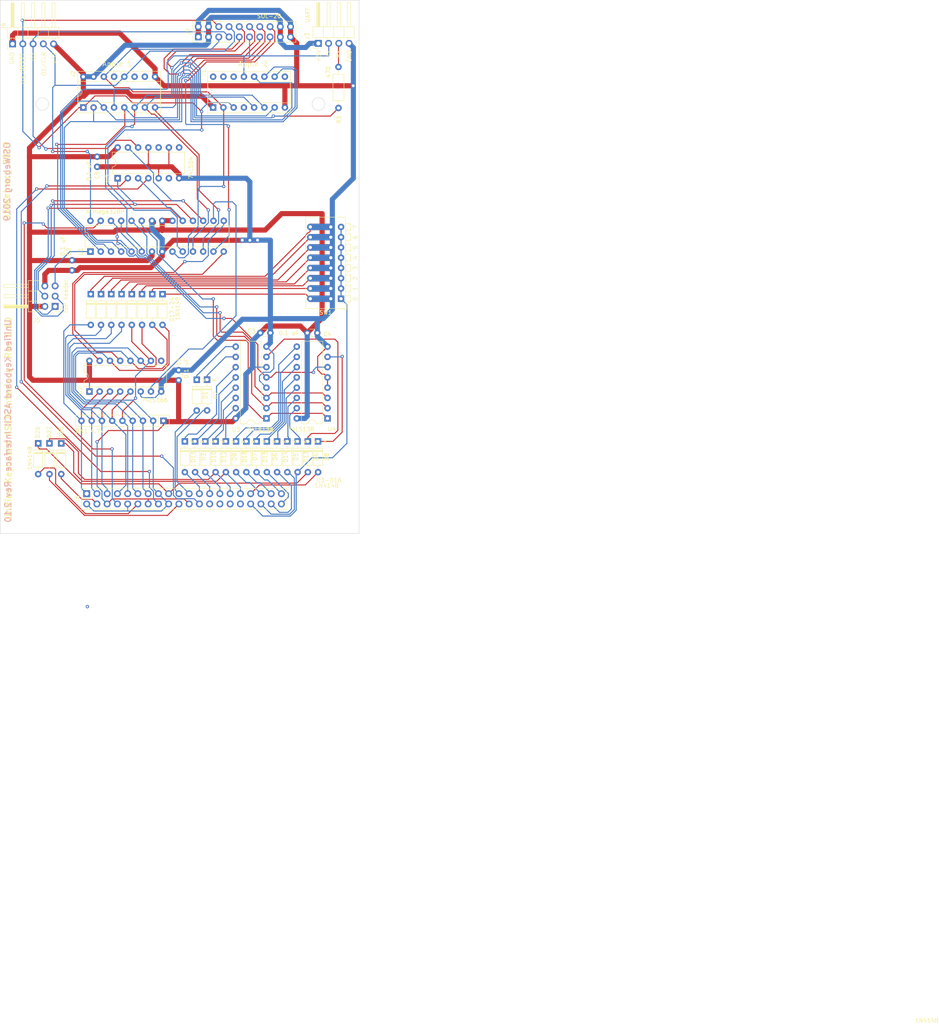
<source format=kicad_pcb>
(kicad_pcb (version 20171130) (host pcbnew "(5.1.9-0-10_14)")
  (title_block (title "Unified Retro Keyboard") (date 2020-12-29) (rev 2.10))
  (layers (0 F.Cu signal) (31 B.Cu signal) (34 B.Paste user) (35 F.Paste user) (36 B.SilkS user) (37 F.SilkS user) (38 B.Mask user) (39 F.Mask user) (44 Edge.Cuts user))
  (net 0 "")
  (net 1 GND)
  (net 2 +5V)
  (net 3 /Row3)
  (net 4 /Row0)
  (net 5 /Row1)
  (net 6 /Row4)
  (net 7 /Row5)
  (net 8 /Row7)
  (net 9 /D7)
  (net 10 /D1)
  (net 11 /D2)
  (net 12 /D3)
  (net 13 /D4)
  (net 14 /D5)
  (net 15 /D6)
  (net 16 /Col0)
  (net 17 /Col1)
  (net 18 /Col2)
  (net 19 /Col3)
  (net 20 /Col4)
  (net 21 /Col5)
  (net 22 /Col6)
  (net 23 /Col7)
  (net 24 /Row6)
  (net 25 /Row2)
  (net 26 /D0)
  (net 27 "Net-(U1-Pad25)")
  (net 28 "Net-(U1-Pad24)")
  (net 29 "Net-(U1-Pad23)")
  (net 30 /~STROBE)
  (net 31 "Net-(U1-Pad14)")
  (net 32 "Net-(U1-Pad26)")
  (net 33 "Net-(U1-Pad16)")
  (net 34 "Net-(U1-Pad15)")
  (net 35 /Row10)
  (net 36 /Row9)
  (net 37 /Row8)
  (net 38 /Row15)
  (net 39 /Row14)
  (net 40 /Row13)
  (net 41 /Row12)
  (net 42 /Row11)
  (net 43 /~RESET)
  (net 44 /Rx)
  (net 45 "Net-(D11-Pad1)")
  (net 46 "Net-(D12-Pad1)")
  (net 47 "Net-(D13-Pad1)")
  (net 48 "Net-(D14-Pad1)")
  (net 49 "Net-(D15-Pad1)")
  (net 50 "Net-(D16-Pad1)")
  (net 51 "Net-(D17-Pad1)")
  (net 52 "Net-(D18-Pad1)")
  (net 53 "Net-(D19-Pad1)")
  (net 54 "Net-(D20-Pad1)")
  (net 55 "Net-(D24-Pad1)")
  (net 56 "Net-(D3-Pad1)")
  (net 57 "Net-(D4-Pad1)")
  (net 58 "Net-(D5-Pad1)")
  (net 59 "Net-(D6-Pad1)")
  (net 60 "Net-(D7-Pad1)")
  (net 61 "Net-(D8-Pad1)")
  (net 62 "Net-(D9-Pad1)")
  (net 63 "Net-(D10-Pad1)")
  (net 64 "Net-(D1-Pad1)")
  (net 65 "Net-(D2-Pad1)")
  (net 66 "Net-(J1-Pad9)")
  (net 67 "Net-(J1-Pad4)")
  (net 68 "Net-(J1-Pad14)")
  (net 69 "Net-(J1-Pad15)")
  (net 70 "Net-(J1-Pad16)")
  (net 71 "Net-(J2-Pad10)")
  (net 72 "Net-(J2-Pad11)")
  (net 73 "Net-(J2-Pad13)")
  (net 74 "Net-(J6-Pad32)")
  (net 75 "Net-(J6-Pad30)")
  (net 76 "Net-(J6-Pad28)")
  (net 77 "Net-(J6-Pad26)")
  (net 78 "Net-(J6-Pad24)")
  (net 79 "Net-(J6-Pad16)")
  (net 80 "Net-(U2-Pad9)")
  (net 81 /LED1)
  (net 82 "Net-(U5-Pad6)")
  (net 83 "Net-(U5-Pad10)")
  (net 84 "Net-(U5-Pad8)")
  (net 85 /OUT1)
  (net 86 /OUT2)
  (net 87 /OUT3)
  (net 88 /MOSI-OUT2)
  (net 89 /SCK-LED2)
  (net 90 /MISO-LED3)
  (net 91 "Net-(D21-Pad1)")
  (net 92 "Net-(D22-Pad1)")
  (net 93 "Net-(D23-Pad1)")
  (net 94 "Net-(D25-Pad2)")
  (net 95 "Net-(D26-Pad2)")
  (net 96 "Net-(D27-Pad2)")
  (module unikbd:SW_DIP_SPSTx08_Piano_CTS_Series194-8MSTN_W7.62mm_P2.54mm (layer F.Cu) (at 248.262 124.741 180)
    (fp_text reference SW1 (at 3.81 -3.42) (layer F.SilkS))
    (fp_text value Options)
    (pad 12 thru_hole oval (at 2.54 10.16 180) (size 6.68 1.6) (drill 0.8 (offset 2.54 0)) (layers *.Cu *.Mask) (net 53 "Net-(D19-Pad1)"))
    (pad 10 thru_hole oval (at 2.54 15.24 180) (size 6.68 1.6) (drill 0.8 (offset 2.54 0)) (layers *.Cu *.Mask) (net 54 "Net-(D20-Pad1)"))
    (pad 13 thru_hole oval (at 2.54 7.62 180) (size 6.68 1.6) (drill 0.8 (offset 2.54 0)) (layers *.Cu *.Mask) (net 92 "Net-(D22-Pad1)"))
    (pad 9 thru_hole oval (at 2.54 17.78 180) (size 6.68 1.6) (drill 0.8 (offset 2.54 0)) (layers *.Cu *.Mask) (net 55 "Net-(D24-Pad1)"))
    (pad 11 thru_hole oval (at 2.54 12.7 180) (size 6.68 1.6) (drill 0.8 (offset 2.54 0)) (layers *.Cu *.Mask) (net 93 "Net-(D23-Pad1)"))
    (pad 14 thru_hole oval (at 2.54 5.08 180) (size 6.68 1.6) (drill 0.8 (offset 2.54 0)) (layers *.Cu *.Mask) (net 52 "Net-(D18-Pad1)"))
    (pad 15 thru_hole oval (at 2.54 2.54 180) (size 6.68 1.6) (drill 0.8 (offset 2.54 0)) (layers *.Cu *.Mask) (net 91 "Net-(D21-Pad1)"))
    (pad 16 thru_hole oval (at 2.54 0 180) (size 6.68 1.6) (drill 0.8 (offset 2.54 0)) (layers *.Cu *.Mask) (net 51 "Net-(D17-Pad1)"))
    (pad 16 thru_hole oval (at 7.62 0 180) (size 1.6 1.6) (drill 0.8) (layers *.Cu *.Mask) (net 51 "Net-(D17-Pad1)"))
    (pad 8 thru_hole oval (at 0 17.78 180) (size 1.6 1.6) (drill 0.8) (layers *.Cu *.Mask) (net 37 /Row8))
    (pad 15 thru_hole oval (at 7.62 2.54 180) (size 1.6 1.6) (drill 0.8) (layers *.Cu *.Mask) (net 91 "Net-(D21-Pad1)"))
    (pad 7 thru_hole oval (at 0 15.24 180) (size 1.6 1.6) (drill 0.8) (layers *.Cu *.Mask) (net 37 /Row8))
    (pad 14 thru_hole oval (at 7.62 5.08 180) (size 1.6 1.6) (drill 0.8) (layers *.Cu *.Mask) (net 52 "Net-(D18-Pad1)"))
    (pad 6 thru_hole oval (at 0 12.7 180) (size 1.6 1.6) (drill 0.8) (layers *.Cu *.Mask) (net 37 /Row8))
    (pad 13 thru_hole oval (at 7.62 7.62 180) (size 1.6 1.6) (drill 0.8) (layers *.Cu *.Mask) (net 92 "Net-(D22-Pad1)"))
    (pad 5 thru_hole oval (at 0 10.16 180) (size 1.6 1.6) (drill 0.8) (layers *.Cu *.Mask) (net 37 /Row8))
    (pad 12 thru_hole oval (at 7.62 10.16 180) (size 1.6 1.6) (drill 0.8) (layers *.Cu *.Mask) (net 53 "Net-(D19-Pad1)"))
    (pad 4 thru_hole oval (at 0 7.62 180) (size 1.6 1.6) (drill 0.8) (layers *.Cu *.Mask) (net 37 /Row8))
    (pad 11 thru_hole oval (at 7.62 12.7 180) (size 1.6 1.6) (drill 0.8) (layers *.Cu *.Mask) (net 93 "Net-(D23-Pad1)"))
    (pad 3 thru_hole oval (at 0 5.08 180) (size 1.6 1.6) (drill 0.8) (layers *.Cu *.Mask) (net 37 /Row8))
    (pad 10 thru_hole oval (at 7.62 15.24 180) (size 1.6 1.6) (drill 0.8) (layers *.Cu *.Mask) (net 54 "Net-(D20-Pad1)"))
    (pad 2 thru_hole oval (at 0 2.54 180) (size 1.6 1.6) (drill 0.8) (layers *.Cu *.Mask) (net 37 /Row8))
    (pad 9 thru_hole oval (at 7.62 17.78 180) (size 1.6 1.6) (drill 0.8) (layers *.Cu *.Mask) (net 55 "Net-(D24-Pad1)"))
    (pad 1 thru_hole rect (at 0 0 180) (size 1.6 1.6) (drill 0.8) (layers *.Cu *.Mask) (net 37 /Row8))
  )
  (module Diode_THT:D_DO-35_SOD27_P7.62mm_Horizontal (layer F.Cu) (at 222.25 160.0724 270)
    (fp_text reference D16 (at 3.81 -2.12 90) (layer F.SilkS))
    (fp_text value 1N4148)
    (fp_text user K (at 0 -1.8 90) (layer F.SilkS))
    (pad 2 thru_hole oval (at 7.62 0 270) (size 1.6 1.6) (drill 0.8) (layers *.Cu *.Mask) (net 39 /Row14))
    (pad 1 thru_hole rect (at 0 0 270) (size 1.6 1.6) (drill 0.8) (layers *.Cu *.Mask) (net 50 "Net-(D16-Pad1)"))
  )
  (module Diode_THT:D_DO-35_SOD27_P7.62mm_Horizontal (layer F.Cu) (at 227.33 160.0724 270)
    (fp_text reference D15 (at 3.81 -2.12 90) (layer F.SilkS))
    (fp_text value 1N4148)
    (fp_text user K (at 0 -1.8 90) (layer F.SilkS))
    (pad 2 thru_hole oval (at 7.62 0 270) (size 1.6 1.6) (drill 0.8) (layers *.Cu *.Mask) (net 41 /Row12))
    (pad 1 thru_hole rect (at 0 0 270) (size 1.6 1.6) (drill 0.8) (layers *.Cu *.Mask) (net 49 "Net-(D15-Pad1)"))
  )
  (module Diode_THT:D_DO-35_SOD27_P7.62mm_Horizontal (layer F.Cu) (at 232.41 160.0724 270)
    (fp_text reference D14 (at 3.81 -2.12 90) (layer F.SilkS))
    (fp_text value 1N4148)
    (fp_text user K (at 0 -1.8 90) (layer F.SilkS))
    (pad 2 thru_hole oval (at 7.62 0 270) (size 1.6 1.6) (drill 0.8) (layers *.Cu *.Mask) (net 35 /Row10))
    (pad 1 thru_hole rect (at 0 0 270) (size 1.6 1.6) (drill 0.8) (layers *.Cu *.Mask) (net 48 "Net-(D14-Pad1)"))
  )
  (module Diode_THT:D_DO-35_SOD27_P7.62mm_Horizontal (layer F.Cu) (at 237.49 160.0724 270)
    (fp_text reference D13 (at 3.81 -2.12 90) (layer F.SilkS))
    (fp_text value 1N4148)
    (fp_text user K (at 0 -1.8 90) (layer F.SilkS))
    (pad 2 thru_hole oval (at 7.62 0 270) (size 1.6 1.6) (drill 0.8) (layers *.Cu *.Mask) (net 37 /Row8))
    (pad 1 thru_hole rect (at 0 0 270) (size 1.6 1.6) (drill 0.8) (layers *.Cu *.Mask) (net 47 "Net-(D13-Pad1)"))
  )
  (module Diode_THT:D_DO-35_SOD27_P7.62mm_Horizontal (layer F.Cu) (at 217.17 160.0724 270)
    (fp_text reference D12 (at 3.81 -2.12 90) (layer F.SilkS))
    (fp_text value 1N4148)
    (fp_text user K (at 0 -1.8 90) (layer F.SilkS))
    (pad 2 thru_hole oval (at 7.62 0 270) (size 1.6 1.6) (drill 0.8) (layers *.Cu *.Mask) (net 5 /Row1))
    (pad 1 thru_hole rect (at 0 0 270) (size 1.6 1.6) (drill 0.8) (layers *.Cu *.Mask) (net 46 "Net-(D12-Pad1)"))
  )
  (module Diode_THT:D_DO-35_SOD27_P7.62mm_Horizontal (layer F.Cu) (at 209.55 160.0724 270)
    (fp_text reference D11 (at 3.81 -2.12 90) (layer F.SilkS))
    (fp_text value 1N4148)
    (fp_text user K (at 0 -1.8 90) (layer F.SilkS))
    (pad 2 thru_hole oval (at 7.62 0 270) (size 1.6 1.6) (drill 0.8) (layers *.Cu *.Mask) (net 6 /Row4))
    (pad 1 thru_hole rect (at 0 0 270) (size 1.6 1.6) (drill 0.8) (layers *.Cu *.Mask) (net 45 "Net-(D11-Pad1)"))
  )
  (module Diode_THT:D_DO-35_SOD27_P7.62mm_Horizontal (layer F.Cu) (at 214.63 160.0724 270)
    (fp_text reference D10 (at 3.81 -2.12 90) (layer F.SilkS))
    (fp_text value 1N4148)
    (fp_text user K (at 0 -1.8 90) (layer F.SilkS))
    (pad 2 thru_hole oval (at 7.62 0 270) (size 1.6 1.6) (drill 0.8) (layers *.Cu *.Mask) (net 25 /Row2))
    (pad 1 thru_hole rect (at 0 0 270) (size 1.6 1.6) (drill 0.8) (layers *.Cu *.Mask) (net 63 "Net-(D10-Pad1)"))
  )
  (module Diode_THT:D_DO-35_SOD27_P7.62mm_Horizontal (layer F.Cu) (at 219.71 160.0724 270)
    (fp_text reference D9 (at 3.81 -2.12 90) (layer F.SilkS))
    (fp_text value 1N4148)
    (fp_text user K (at 0 -1.8 90) (layer F.SilkS))
    (pad 2 thru_hole oval (at 7.62 0 270) (size 1.6 1.6) (drill 0.8) (layers *.Cu *.Mask) (net 4 /Row0))
    (pad 1 thru_hole rect (at 0 0 270) (size 1.6 1.6) (drill 0.8) (layers *.Cu *.Mask) (net 62 "Net-(D9-Pad1)"))
  )
  (module Diode_THT:D_DO-35_SOD27_P7.62mm_Horizontal (layer F.Cu) (at 242.57 160.0724 270)
    (fp_text reference D8 (at 3.81 -2.12 90) (layer F.SilkS))
    (fp_text value 1N4148)
    (fp_text user K (at 0 -1.8 90) (layer F.SilkS))
    (pad 2 thru_hole oval (at 7.62 0 270) (size 1.6 1.6) (drill 0.8) (layers *.Cu *.Mask) (net 38 /Row15))
    (pad 1 thru_hole rect (at 0 0 270) (size 1.6 1.6) (drill 0.8) (layers *.Cu *.Mask) (net 61 "Net-(D8-Pad1)"))
  )
  (module Diode_THT:D_DO-35_SOD27_P7.62mm_Horizontal (layer F.Cu) (at 224.79 160.0724 270)
    (fp_text reference D7 (at 3.81 -2.12 90) (layer F.SilkS))
    (fp_text value 1N4148)
    (fp_text user K (at 0 -1.8 90) (layer F.SilkS))
    (pad 2 thru_hole oval (at 7.62 0 270) (size 1.6 1.6) (drill 0.8) (layers *.Cu *.Mask) (net 40 /Row13))
    (pad 1 thru_hole rect (at 0 0 270) (size 1.6 1.6) (drill 0.8) (layers *.Cu *.Mask) (net 60 "Net-(D7-Pad1)"))
  )
  (module Diode_THT:D_DO-35_SOD27_P7.62mm_Horizontal (layer F.Cu) (at 229.87 160.0724 270)
    (fp_text reference D6 (at 3.81 -2.12 90) (layer F.SilkS))
    (fp_text value 1N4148)
    (fp_text user K (at 0 -1.8 90) (layer F.SilkS))
    (pad 2 thru_hole oval (at 7.62 0 270) (size 1.6 1.6) (drill 0.8) (layers *.Cu *.Mask) (net 42 /Row11))
    (pad 1 thru_hole rect (at 0 0 270) (size 1.6 1.6) (drill 0.8) (layers *.Cu *.Mask) (net 59 "Net-(D6-Pad1)"))
  )
  (module Diode_THT:D_DO-35_SOD27_P7.62mm_Horizontal (layer F.Cu) (at 234.95 160.0724 270)
    (fp_text reference D5 (at 3.81 -2.12 90) (layer F.SilkS))
    (fp_text value 1N4148)
    (fp_text user K (at 0 -1.8 90) (layer F.SilkS))
    (pad 2 thru_hole oval (at 7.62 0 270) (size 1.6 1.6) (drill 0.8) (layers *.Cu *.Mask) (net 36 /Row9))
    (pad 1 thru_hole rect (at 0 0 270) (size 1.6 1.6) (drill 0.8) (layers *.Cu *.Mask) (net 58 "Net-(D5-Pad1)"))
  )
  (module Diode_THT:D_DO-35_SOD27_P7.62mm_Horizontal (layer F.Cu) (at 240.03 160.0724 270)
    (fp_text reference D4 (at 3.81 -2.12 90) (layer F.SilkS))
    (fp_text value 1N4148)
    (fp_text user K (at 0 -1.8 90) (layer F.SilkS))
    (pad 2 thru_hole oval (at 7.62 0 270) (size 1.6 1.6) (drill 0.8) (layers *.Cu *.Mask) (net 8 /Row7))
    (pad 1 thru_hole rect (at 0 0 270) (size 1.6 1.6) (drill 0.8) (layers *.Cu *.Mask) (net 57 "Net-(D4-Pad1)"))
  )
  (module Diode_THT:D_DO-35_SOD27_P7.62mm_Horizontal (layer F.Cu) (at 212.09 160.0724 270)
    (fp_text reference D3 (at 3.81 -2.12 90) (layer F.SilkS))
    (fp_text value 1N4148)
    (fp_text user K (at 0 -1.8 90) (layer F.SilkS))
    (pad 2 thru_hole oval (at 7.62 0 270) (size 1.6 1.6) (drill 0.8) (layers *.Cu *.Mask) (net 3 /Row3))
    (pad 1 thru_hole rect (at 0 0 270) (size 1.6 1.6) (drill 0.8) (layers *.Cu *.Mask) (net 56 "Net-(D3-Pad1)"))
  )
  (module Diode_THT:D_DO-35_SOD27_P7.62mm_Horizontal (layer F.Cu) (at 215.0642 144.7816 270)
    (fp_text reference D2 (at 3.81 -2.12 90) (layer F.SilkS))
    (fp_text value 1N4148)
    (fp_text user K (at 0 -1.8 90) (layer F.SilkS))
    (pad 2 thru_hole oval (at 7.62 0 270) (size 1.6 1.6) (drill 0.8) (layers *.Cu *.Mask) (net 7 /Row5))
    (pad 1 thru_hole rect (at 0 0 270) (size 1.6 1.6) (drill 0.8) (layers *.Cu *.Mask) (net 65 "Net-(D2-Pad1)"))
  )
  (module Diode_THT:D_DO-35_SOD27_P7.62mm_Horizontal (layer F.Cu) (at 212.4988 144.807 270)
    (fp_text reference D1 (at 3.81 -2.12 90) (layer F.SilkS))
    (fp_text value 1N4148)
    (fp_text user K (at 0 -1.8 90) (layer F.SilkS))
    (pad 2 thru_hole oval (at 7.62 0 270) (size 1.6 1.6) (drill 0.8) (layers *.Cu *.Mask) (net 24 /Row6))
    (pad 1 thru_hole rect (at 0 0 270) (size 1.6 1.6) (drill 0.8) (layers *.Cu *.Mask) (net 64 "Net-(D1-Pad1)"))
  )
  (module unikbd:kbd_header_and_mounting_holes (layer F.Cu) (at 185.397 175.5918 90)
    (fp_text reference J6 (at 1.2954 -2.5078 90) (layer F.SilkS))
    (fp_text value Keyboard)
    (pad "" np_thru_hole circle (at 91.4924 50.4712 90) (size 3.175 3.175) (drill 3.175) (layers *.Cu *.Mask))
    (pad "" np_thru_hole circle (at 91.4924 -2.8688 90) (size 3.175 3.175) (drill 3.175) (layers *.Cu *.Mask))
    (pad "" np_thru_hole circle (at 1.2954 -8.8124 90) (size 3.175 3.175) (drill 3.175) (layers *.Cu *.Mask))
    (pad "" np_thru_hole circle (at 1.2954 54.5606 90) (size 3.175 3.175) (drill 3.175) (layers *.Cu *.Mask))
    (pad 40 thru_hole oval (at 0.0254 48.0822 90) (size 1.7 1.7) (drill 1) (layers *.Cu *.Mask) (net 42 /Row11))
    (pad 39 thru_hole oval (at 2.5654 48.0822 90) (size 1.7 1.7) (drill 1) (layers *.Cu *.Mask) (net 41 /Row12))
    (pad 38 thru_hole oval (at 0.0254 45.5422 90) (size 1.7 1.7) (drill 1) (layers *.Cu *.Mask) (net 35 /Row10))
    (pad 37 thru_hole oval (at 2.5654 45.5422 90) (size 1.7 1.7) (drill 1) (layers *.Cu *.Mask) (net 40 /Row13))
    (pad 36 thru_hole oval (at 0.0254 43.0022 90) (size 1.7 1.7) (drill 1) (layers *.Cu *.Mask) (net 36 /Row9))
    (pad 35 thru_hole oval (at 2.5654 43.0022 90) (size 1.7 1.7) (drill 1) (layers *.Cu *.Mask) (net 39 /Row14))
    (pad 34 thru_hole oval (at 0.0254 40.4622 90) (size 1.7 1.7) (drill 1) (layers *.Cu *.Mask) (net 37 /Row8))
    (pad 33 thru_hole oval (at 2.5654 40.4622 90) (size 1.7 1.7) (drill 1) (layers *.Cu *.Mask) (net 38 /Row15))
    (pad 32 thru_hole oval (at 0.0254 37.9222 90) (size 1.7 1.7) (drill 1) (layers *.Cu *.Mask) (net 74 "Net-(J6-Pad32)"))
    (pad 31 thru_hole oval (at 2.5654 37.9222 90) (size 1.7 1.7) (drill 1) (layers *.Cu *.Mask) (net 4 /Row0))
    (pad 30 thru_hole oval (at 0.0254 35.3822 90) (size 1.7 1.7) (drill 1) (layers *.Cu *.Mask) (net 75 "Net-(J6-Pad30)"))
    (pad 29 thru_hole oval (at 2.5654 35.3822 90) (size 1.7 1.7) (drill 1) (layers *.Cu *.Mask) (net 5 /Row1))
    (pad 28 thru_hole oval (at 0.0254 32.8422 90) (size 1.7 1.7) (drill 1) (layers *.Cu *.Mask) (net 76 "Net-(J6-Pad28)"))
    (pad 27 thru_hole oval (at 2.5654 32.8422 90) (size 1.7 1.7) (drill 1) (layers *.Cu *.Mask) (net 25 /Row2))
    (pad 26 thru_hole oval (at 0.0254 30.3022 90) (size 1.7 1.7) (drill 1) (layers *.Cu *.Mask) (net 77 "Net-(J6-Pad26)"))
    (pad 25 thru_hole oval (at 2.5654 30.3022 90) (size 1.7 1.7) (drill 1) (layers *.Cu *.Mask) (net 3 /Row3))
    (pad 24 thru_hole oval (at 0.0254 27.7622 90) (size 1.7 1.7) (drill 1) (layers *.Cu *.Mask) (net 78 "Net-(J6-Pad24)"))
    (pad 23 thru_hole oval (at 2.5654 27.7622 90) (size 1.7 1.7) (drill 1) (layers *.Cu *.Mask) (net 6 /Row4))
    (pad 22 thru_hole oval (at 0.0254 25.2222 90) (size 1.7 1.7) (drill 1) (layers *.Cu *.Mask) (net 2 +5V))
    (pad 21 thru_hole oval (at 2.5654 25.2222 90) (size 1.7 1.7) (drill 1) (layers *.Cu *.Mask) (net 7 /Row5))
    (pad 20 thru_hole oval (at 0.0254 22.6822 90) (size 1.7 1.7) (drill 1) (layers *.Cu *.Mask) (net 96 "Net-(D27-Pad2)"))
    (pad 19 thru_hole oval (at 2.5654 22.6822 90) (size 1.7 1.7) (drill 1) (layers *.Cu *.Mask) (net 24 /Row6))
    (pad 18 thru_hole oval (at 0.0254 20.1422 90) (size 1.7 1.7) (drill 1) (layers *.Cu *.Mask) (net 16 /Col0))
    (pad 17 thru_hole oval (at 2.5654 20.1422 90) (size 1.7 1.7) (drill 1) (layers *.Cu *.Mask) (net 8 /Row7))
    (pad 16 thru_hole oval (at 0.0254 17.6022 90) (size 1.7 1.7) (drill 1) (layers *.Cu *.Mask) (net 79 "Net-(J6-Pad16)"))
    (pad 15 thru_hole oval (at 2.5654 17.6022 90) (size 1.7 1.7) (drill 1) (layers *.Cu *.Mask) (net 16 /Col0))
    (pad 14 thru_hole oval (at 0.0254 15.0622 90) (size 1.7 1.7) (drill 1) (layers *.Cu *.Mask) (net 2 +5V))
    (pad 13 thru_hole oval (at 2.5654 15.0622 90) (size 1.7 1.7) (drill 1) (layers *.Cu *.Mask) (net 17 /Col1))
    (pad 12 thru_hole oval (at 0.0254 12.5222 90) (size 1.7 1.7) (drill 1) (layers *.Cu *.Mask) (net 95 "Net-(D26-Pad2)"))
    (pad 11 thru_hole oval (at 2.5654 12.5222 90) (size 1.7 1.7) (drill 1) (layers *.Cu *.Mask) (net 18 /Col2))
    (pad 10 thru_hole oval (at 0.0254 9.9822 90) (size 1.7 1.7) (drill 1) (layers *.Cu *.Mask) (net 16 /Col0))
    (pad 9 thru_hole oval (at 2.5654 9.9822 90) (size 1.7 1.7) (drill 1) (layers *.Cu *.Mask) (net 19 /Col3))
    (pad 8 thru_hole oval (at 0.0254 7.4422 90) (size 1.7 1.7) (drill 1) (layers *.Cu *.Mask) (net 81 /LED1))
    (pad 7 thru_hole oval (at 2.5654 7.4422 90) (size 1.7 1.7) (drill 1) (layers *.Cu *.Mask) (net 20 /Col4))
    (pad 6 thru_hole oval (at 0.0254 4.9022 90) (size 1.7 1.7) (drill 1) (layers *.Cu *.Mask) (net 2 +5V))
    (pad 5 thru_hole oval (at 2.5654 4.9022 90) (size 1.7 1.7) (drill 1) (layers *.Cu *.Mask) (net 21 /Col5))
    (pad 4 thru_hole oval (at 0.0254 2.3622 90) (size 1.7 1.7) (drill 1) (layers *.Cu *.Mask) (net 94 "Net-(D25-Pad2)"))
    (pad 3 thru_hole oval (at 2.5654 2.3622 90) (size 1.7 1.7) (drill 1) (layers *.Cu *.Mask) (net 22 /Col6))
    (pad 2 thru_hole oval (at 0.0254 -0.1778 90) (size 1.7 1.7) (drill 1) (layers *.Cu *.Mask) (net 16 /Col0))
    (pad 1 thru_hole rect (at 2.5654 -0.1778 90) (size 1.7 1.7) (drill 1) (layers *.Cu *.Mask) (net 23 /Col7))
  )
  (module unikbd:SOL20-header-vertical (layer F.Cu) (at 212.8798 59.8948 90)
    (fp_text reference J7 (at 1.27 -2.33 90) (layer F.SilkS))
    (fp_text value SOL-20 (at 5.1308 17.5514 180) (layer F.SilkS))
    (pad 20 thru_hole oval (at 2.54 22.86 90) (size 1.7 1.7) (drill 1) (layers *.Cu *.Mask) (net 1 GND))
    (pad 10 thru_hole oval (at 0 22.86 90) (size 1.7 1.7) (drill 1) (layers *.Cu *.Mask) (net 1 GND))
    (pad 19 thru_hole oval (at 2.54 20.32 90) (size 1.7 1.7) (drill 1) (layers *.Cu *.Mask) (net 2 +5V))
    (pad 9 thru_hole oval (at 0 20.32 90) (size 1.7 1.7) (drill 1) (layers *.Cu *.Mask) (net 2 +5V))
    (pad 18 thru_hole oval (at 2.54 17.78 90) (size 1.7 1.7) (drill 1) (layers *.Cu *.Mask) (net 9 /D7))
    (pad 8 thru_hole oval (at 0 17.78 90) (size 1.7 1.7) (drill 1) (layers *.Cu *.Mask) (net 12 /D3))
    (pad 17 thru_hole oval (at 2.54 15.24 90) (size 1.7 1.7) (drill 1) (layers *.Cu *.Mask) (net 15 /D6))
    (pad 7 thru_hole oval (at 0 15.24 90) (size 1.7 1.7) (drill 1) (layers *.Cu *.Mask) (net 11 /D2))
    (pad 16 thru_hole oval (at 2.54 12.7 90) (size 1.7 1.7) (drill 1) (layers *.Cu *.Mask) (net 14 /D5))
    (pad 6 thru_hole oval (at 0 12.7 90) (size 1.7 1.7) (drill 1) (layers *.Cu *.Mask) (net 10 /D1))
    (pad 15 thru_hole oval (at 2.54 10.16 90) (size 1.7 1.7) (drill 1) (layers *.Cu *.Mask) (net 13 /D4))
    (pad 5 thru_hole oval (at 0 10.16 90) (size 1.7 1.7) (drill 1) (layers *.Cu *.Mask) (net 26 /D0))
    (pad 14 thru_hole oval (at 2.54 7.62 90) (size 1.7 1.7) (drill 1) (layers *.Cu *.Mask) (net 85 /OUT1))
    (pad 4 thru_hole oval (at 0 7.62 90) (size 1.7 1.7) (drill 1) (layers *.Cu *.Mask) (net 86 /OUT2))
    (pad 13 thru_hole oval (at 2.54 5.08 90) (size 1.7 1.7) (drill 1) (layers *.Cu *.Mask) (net 87 /OUT3))
    (pad 3 thru_hole oval (at 0 5.08 90) (size 1.7 1.7) (drill 1) (layers *.Cu *.Mask) (net 30 /~STROBE))
    (pad 12 thru_hole oval (at 2.54 2.54 90) (size 1.7 1.7) (drill 1) (layers *.Cu *.Mask) (net 2 +5V))
    (pad 2 thru_hole oval (at 0 2.54 90) (size 1.7 1.7) (drill 1) (layers *.Cu *.Mask) (net 2 +5V))
    (pad 11 thru_hole oval (at 2.54 0 90) (size 1.7 1.7) (drill 1) (layers *.Cu *.Mask) (net 1 GND))
    (pad 1 thru_hole rect (at 0 0 90) (size 1.7 1.7) (drill 1) (layers *.Cu *.Mask) (net 1 GND))
  )
  (module Package_DIP:DIP-16_W7.62mm (layer F.Cu) (at 185.905 147.728 90)
    (fp_text reference U2 (at 0.254 -2.33 90) (layer F.SilkS))
    (fp_text value 74LS166 (at -2.159 16.129) (layer F.SilkS))
    (pad 16 thru_hole oval (at 7.62 0 90) (size 1.6 1.6) (drill 0.8) (layers *.Cu *.Mask) (net 2 +5V))
    (pad 8 thru_hole oval (at 0 17.78 90) (size 1.6 1.6) (drill 0.8) (layers *.Cu *.Mask) (net 1 GND))
    (pad 15 thru_hole oval (at 7.62 2.54 90) (size 1.6 1.6) (drill 0.8) (layers *.Cu *.Mask) (net 34 "Net-(U1-Pad15)"))
    (pad 7 thru_hole oval (at 0 15.24 90) (size 1.6 1.6) (drill 0.8) (layers *.Cu *.Mask) (net 33 "Net-(U1-Pad16)"))
    (pad 14 thru_hole oval (at 7.62 5.08 90) (size 1.6 1.6) (drill 0.8) (layers *.Cu *.Mask) (net 16 /Col0))
    (pad 6 thru_hole oval (at 0 12.7 90) (size 1.6 1.6) (drill 0.8) (layers *.Cu *.Mask) (net 1 GND))
    (pad 13 thru_hole oval (at 7.62 7.62 90) (size 1.6 1.6) (drill 0.8) (layers *.Cu *.Mask) (net 31 "Net-(U1-Pad14)"))
    (pad 5 thru_hole oval (at 0 10.16 90) (size 1.6 1.6) (drill 0.8) (layers *.Cu *.Mask) (net 20 /Col4))
    (pad 12 thru_hole oval (at 7.62 10.16 90) (size 1.6 1.6) (drill 0.8) (layers *.Cu *.Mask) (net 17 /Col1))
    (pad 4 thru_hole oval (at 0 7.62 90) (size 1.6 1.6) (drill 0.8) (layers *.Cu *.Mask) (net 21 /Col5))
    (pad 11 thru_hole oval (at 7.62 12.7 90) (size 1.6 1.6) (drill 0.8) (layers *.Cu *.Mask) (net 18 /Col2))
    (pad 3 thru_hole oval (at 0 5.08 90) (size 1.6 1.6) (drill 0.8) (layers *.Cu *.Mask) (net 22 /Col6))
    (pad 10 thru_hole oval (at 7.62 15.24 90) (size 1.6 1.6) (drill 0.8) (layers *.Cu *.Mask) (net 19 /Col3))
    (pad 2 thru_hole oval (at 0 2.54 90) (size 1.6 1.6) (drill 0.8) (layers *.Cu *.Mask) (net 23 /Col7))
    (pad 9 thru_hole oval (at 7.62 17.78 90) (size 1.6 1.6) (drill 0.8) (layers *.Cu *.Mask) (net 80 "Net-(U2-Pad9)"))
    (pad 1 thru_hole rect (at 0 0 90) (size 1.6 1.6) (drill 0.8) (layers *.Cu *.Mask) (net 2 +5V))
  )
  (module Package_DIP:DIP-14_W7.62mm (layer F.Cu) (at 192.89 94.896 90)
    (fp_text reference U5 (at 0 -2.413 90) (layer F.SilkS))
    (fp_text value 74LS04 (at 2.54 18.161 90) (layer F.SilkS))
    (pad 14 thru_hole oval (at 7.62 0 90) (size 1.6 1.6) (drill 0.8) (layers *.Cu *.Mask) (net 2 +5V))
    (pad 7 thru_hole oval (at 0 15.24 90) (size 1.6 1.6) (drill 0.8) (layers *.Cu *.Mask) (net 1 GND))
    (pad 13 thru_hole oval (at 7.62 2.54 90) (size 1.6 1.6) (drill 0.8) (layers *.Cu *.Mask) (net 88 /MOSI-OUT2))
    (pad 6 thru_hole oval (at 0 12.7 90) (size 1.6 1.6) (drill 0.8) (layers *.Cu *.Mask) (net 82 "Net-(U5-Pad6)"))
    (pad 12 thru_hole oval (at 7.62 5.08 90) (size 1.6 1.6) (drill 0.8) (layers *.Cu *.Mask) (net 86 /OUT2))
    (pad 5 thru_hole oval (at 0 10.16 90) (size 1.6 1.6) (drill 0.8) (layers *.Cu *.Mask) (net 1 GND))
    (pad 11 thru_hole oval (at 7.62 7.62 90) (size 1.6 1.6) (drill 0.8) (layers *.Cu *.Mask) (net 1 GND))
    (pad 4 thru_hole oval (at 0 7.62 90) (size 1.6 1.6) (drill 0.8) (layers *.Cu *.Mask) (net 79 "Net-(J6-Pad16)"))
    (pad 10 thru_hole oval (at 7.62 10.16 90) (size 1.6 1.6) (drill 0.8) (layers *.Cu *.Mask) (net 83 "Net-(U5-Pad10)"))
    (pad 3 thru_hole oval (at 0 5.08 90) (size 1.6 1.6) (drill 0.8) (layers *.Cu *.Mask) (net 89 /SCK-LED2))
    (pad 9 thru_hole oval (at 7.62 12.7 90) (size 1.6 1.6) (drill 0.8) (layers *.Cu *.Mask) (net 1 GND))
    (pad 2 thru_hole oval (at 0 2.54 90) (size 1.6 1.6) (drill 0.8) (layers *.Cu *.Mask) (net 78 "Net-(J6-Pad24)"))
    (pad 8 thru_hole oval (at 7.62 15.24 90) (size 1.6 1.6) (drill 0.8) (layers *.Cu *.Mask) (net 84 "Net-(U5-Pad8)"))
    (pad 1 thru_hole rect (at 0 0 90) (size 1.6 1.6) (drill 0.8) (layers *.Cu *.Mask) (net 90 /MISO-LED3))
  )
  (module Connector_PinHeader_2.54mm:PinHeader_1x05_P2.54mm_Horizontal (layer F.Cu) (at 166.855 61.622 90)
    (fp_text reference J4 (at 4.385 -2.27 90) (layer F.SilkS))
    (fp_text value Outputs)
    (pad 5 thru_hole oval (at 0 10.16 90) (size 1.7 1.7) (drill 1) (layers *.Cu *.Mask) (net 2 +5V))
    (pad 4 thru_hole oval (at 0 7.62 90) (size 1.7 1.7) (drill 1) (layers *.Cu *.Mask) (net 85 /OUT1))
    (pad 3 thru_hole oval (at 0 5.08 90) (size 1.7 1.7) (drill 1) (layers *.Cu *.Mask) (net 86 /OUT2))
    (pad 2 thru_hole oval (at 0 2.54 90) (size 1.7 1.7) (drill 1) (layers *.Cu *.Mask) (net 87 /OUT3))
    (pad 1 thru_hole rect (at 0 0 90) (size 1.7 1.7) (drill 1) (layers *.Cu *.Mask) (net 1 GND))
  )
  (module Resistor_THT:R_Axial_DIN0207_L6.3mm_D2.5mm_P10.16mm_Horizontal (layer F.Cu) (at 247.627 77.497 90)
    (fp_text reference R3 (at -2.921 0.127 90) (layer F.SilkS))
    (fp_text value 470 (at 8.89 -2.54 270) (layer F.SilkS))
    (pad 2 thru_hole oval (at 10.16 0 90) (size 1.6 1.6) (drill 0.8) (layers *.Cu *.Mask) (net 44 /Rx))
    (pad 1 thru_hole circle (at 0 0 90) (size 1.6 1.6) (drill 0.8) (layers *.Cu *.Mask) (net 26 /D0))
  )
  (module Capacitor_THT:C_Disc_D3.0mm_W1.6mm_P2.50mm (layer F.Cu) (at 187.81 89.562 270)
    (fp_text reference C5 (at 4.572 0 90) (layer F.SilkS))
    (fp_text value "0.1 uF" (at 3.556 2.05 90) (layer F.SilkS))
    (pad 2 thru_hole circle (at 2.5 0 270) (size 1.6 1.6) (drill 0.8) (layers *.Cu *.Mask) (net 1 GND))
    (pad 1 thru_hole circle (at 0 0 270) (size 1.6 1.6) (drill 0.8) (layers *.Cu *.Mask) (net 2 +5V))
  )
  (module Diode_THT:D_DO-35_SOD27_P7.62mm_Horizontal (layer F.Cu) (at 175.999 160.555 270)
    (fp_text reference D27 (at -2.7305 0.0762 90) (layer F.SilkS))
    (fp_text value 1N4148)
    (pad 2 thru_hole oval (at 7.62 0 270) (size 1.6 1.6) (drill 0.8) (layers *.Cu *.Mask) (net 96 "Net-(D27-Pad2)"))
    (pad 1 thru_hole rect (at 0 0 270) (size 1.6 1.6) (drill 0.8) (layers *.Cu *.Mask) (net 5 /Row1))
  )
  (module Connector_PinHeader_2.54mm:PinHeader_1x04_P2.54mm_Horizontal (layer F.Cu) (at 242.62828 61.47976 90)
    (fp_text reference J3 (at 1.76276 -2.74828 90) (layer F.SilkS))
    (fp_text value UART (at 6.96976 -2.62128 90) (layer F.SilkS))
    (pad 4 thru_hole oval (at 0 7.62 90) (size 1.7 1.7) (drill 1) (layers *.Cu *.Mask) (net 1 GND))
    (pad 3 thru_hole oval (at 0 5.08 90) (size 1.7 1.7) (drill 1) (layers *.Cu *.Mask) (net 44 /Rx))
    (pad 2 thru_hole oval (at 0 2.54 90) (size 1.7 1.7) (drill 1) (layers *.Cu *.Mask) (net 10 /D1))
    (pad 1 thru_hole rect (at 0 0 90) (size 1.7 1.7) (drill 1) (layers *.Cu *.Mask) (net 2 +5V))
  )
  (module Diode_THT:D_DO-35_SOD27_P7.62mm_Horizontal (layer F.Cu) (at 186.2352 123.598 270)
    (fp_text reference D24 hide)
    (fp_text value 1N4148 hide)
    (pad 2 thru_hole oval (at 7.62 0 270) (size 1.6 1.6) (drill 0.8) (layers *.Cu *.Mask) (net 23 /Col7))
    (pad 1 thru_hole rect (at 0 0 270) (size 1.6 1.6) (drill 0.8) (layers *.Cu *.Mask) (net 55 "Net-(D24-Pad1)"))
  )
  (module Diode_THT:D_DO-35_SOD27_P7.62mm_Horizontal (layer F.Cu) (at 191.3152 123.598 270)
    (fp_text reference D23)
    (fp_text value 1N4148 hide)
    (pad 2 thru_hole oval (at 7.62 0 270) (size 1.6 1.6) (drill 0.8) (layers *.Cu *.Mask) (net 21 /Col5))
    (pad 1 thru_hole rect (at 0 0 270) (size 1.6 1.6) (drill 0.8) (layers *.Cu *.Mask) (net 93 "Net-(D23-Pad1)"))
  )
  (module Diode_THT:D_DO-35_SOD27_P7.62mm_Horizontal (layer F.Cu) (at 196.3952 123.598 270)
    (fp_text reference D22 hide)
    (fp_text value 1N4148 hide)
    (pad 2 thru_hole oval (at 7.62 0 270) (size 1.6 1.6) (drill 0.8) (layers *.Cu *.Mask) (net 19 /Col3))
    (pad 1 thru_hole rect (at 0 0 270) (size 1.6 1.6) (drill 0.8) (layers *.Cu *.Mask) (net 92 "Net-(D22-Pad1)"))
  )
  (module Diode_THT:D_DO-35_SOD27_P7.62mm_Horizontal (layer F.Cu) (at 201.4752 123.598 270)
    (fp_text reference D21 hide)
    (fp_text value 1N4148 hide)
    (pad 2 thru_hole oval (at 7.62 0 270) (size 1.6 1.6) (drill 0.8) (layers *.Cu *.Mask) (net 17 /Col1))
    (pad 1 thru_hole rect (at 0 0 270) (size 1.6 1.6) (drill 0.8) (layers *.Cu *.Mask) (net 91 "Net-(D21-Pad1)"))
  )
  (module Diode_THT:D_DO-35_SOD27_P7.62mm_Horizontal (layer F.Cu) (at 188.7752 123.598 270)
    (fp_text reference D20 hide)
    (fp_text value 1N4148 hide)
    (pad 2 thru_hole oval (at 7.62 0 270) (size 1.6 1.6) (drill 0.8) (layers *.Cu *.Mask) (net 22 /Col6))
    (pad 1 thru_hole rect (at 0 0 270) (size 1.6 1.6) (drill 0.8) (layers *.Cu *.Mask) (net 54 "Net-(D20-Pad1)"))
  )
  (module Diode_THT:D_DO-35_SOD27_P7.62mm_Horizontal (layer F.Cu) (at 193.8552 123.598 270)
    (fp_text reference D19 hide)
    (fp_text value 1N4148 hide)
    (pad 2 thru_hole oval (at 7.62 0 270) (size 1.6 1.6) (drill 0.8) (layers *.Cu *.Mask) (net 20 /Col4))
    (pad 1 thru_hole rect (at 0 0 270) (size 1.6 1.6) (drill 0.8) (layers *.Cu *.Mask) (net 53 "Net-(D19-Pad1)"))
  )
  (module Diode_THT:D_DO-35_SOD27_P7.62mm_Horizontal (layer F.Cu) (at 198.9352 123.598 270)
    (fp_text reference D18 hide)
    (fp_text value 1N4148 hide)
    (pad 2 thru_hole oval (at 7.62 0 270) (size 1.6 1.6) (drill 0.8) (layers *.Cu *.Mask) (net 18 /Col2))
    (pad 1 thru_hole rect (at 0 0 270) (size 1.6 1.6) (drill 0.8) (layers *.Cu *.Mask) (net 52 "Net-(D18-Pad1)"))
  )
  (module Diode_THT:D_DO-35_SOD27_P7.62mm_Horizontal (layer F.Cu) (at 204.0152 123.598 270)
    (fp_text reference D17 hide)
    (fp_text value 1N4148 (at 3.556 -3.7592 90) (layer F.SilkS))
    (pad 2 thru_hole oval (at 7.62 0 270) (size 1.6 1.6) (drill 0.8) (layers *.Cu *.Mask) (net 16 /Col0))
    (pad 1 thru_hole rect (at 0 0 270) (size 1.6 1.6) (drill 0.8) (layers *.Cu *.Mask) (net 51 "Net-(D17-Pad1)"))
  )
  (module Connector_PinHeader_2.54mm:PinHeader_2x03_P2.54mm_Horizontal (layer F.Cu) (at 177.396 126.646 180)
    (fp_text reference J5 (at 4.4958 -3.4036) (layer F.SilkS))
    (fp_text value "ISP header" (at -2.6416 2.54 90) (layer F.SilkS))
    (pad 6 thru_hole oval (at 2.54 5.08 180) (size 1.7 1.7) (drill 1) (layers *.Cu *.Mask) (net 1 GND))
    (pad 5 thru_hole oval (at 0 5.08 180) (size 1.7 1.7) (drill 1) (layers *.Cu *.Mask) (net 43 /~RESET))
    (pad 4 thru_hole oval (at 2.54 2.54 180) (size 1.7 1.7) (drill 1) (layers *.Cu *.Mask) (net 88 /MOSI-OUT2))
    (pad 3 thru_hole oval (at 0 2.54 180) (size 1.7 1.7) (drill 1) (layers *.Cu *.Mask) (net 89 /SCK-LED2))
    (pad 2 thru_hole oval (at 2.54 0 180) (size 1.7 1.7) (drill 1) (layers *.Cu *.Mask) (net 2 +5V))
    (pad 1 thru_hole rect (at 0 0 180) (size 1.7 1.7) (drill 1) (layers *.Cu *.Mask) (net 90 /MISO-LED3))
  )
  (module Capacitor_THT:C_Disc_D3.0mm_W1.6mm_P2.50mm (layer F.Cu) (at 228.2468 133.1992)
    (fp_text reference C3 (at -2.2098 -0.4572) (layer F.SilkS))
    (fp_text value "0.1 uF" (at 7.0612 0.0508) (layer F.SilkS))
    (pad 2 thru_hole circle (at 2.5 0) (size 1.6 1.6) (drill 0.8) (layers *.Cu *.Mask) (net 1 GND))
    (pad 1 thru_hole circle (at 0 0) (size 1.6 1.6) (drill 0.8) (layers *.Cu *.Mask) (net 2 +5V))
  )
  (module Capacitor_THT:C_Disc_D3.0mm_W1.6mm_P2.50mm (layer F.Cu) (at 239.88 133.1992)
    (fp_text reference C4 (at 4.953 0.3048) (layer F.SilkS))
    (fp_text value "0.1 uF" hide)
    (pad 2 thru_hole circle (at 2.5 0) (size 1.6 1.6) (drill 0.8) (layers *.Cu *.Mask) (net 1 GND))
    (pad 1 thru_hole circle (at 0 0) (size 1.6 1.6) (drill 0.8) (layers *.Cu *.Mask) (net 2 +5V))
  )
  (module Capacitor_THT:C_Disc_D3.0mm_W1.6mm_P2.50mm (layer F.Cu) (at 181.587 115.216 270)
    (fp_text reference C2 (at -2.159 0.762 90) (layer F.SilkS))
    (fp_text value "0.1 uF" (at -3.556 2.286 90) (layer F.SilkS))
    (pad 2 thru_hole circle (at 2.5 0 270) (size 1.6 1.6) (drill 0.8) (layers *.Cu *.Mask) (net 1 GND))
    (pad 1 thru_hole circle (at 0 0 270) (size 1.6 1.6) (drill 0.8) (layers *.Cu *.Mask) (net 2 +5V))
  )
  (module Capacitor_THT:C_Disc_D3.0mm_W1.6mm_P2.50mm (layer F.Cu) (at 208.003 144.934 90)
    (fp_text reference C1 (at 4.699 0 90) (layer F.SilkS))
    (fp_text value "0.1 uF" (at 2.921 1.905 90) (layer F.SilkS))
    (pad 2 thru_hole circle (at 2.5 0 90) (size 1.6 1.6) (drill 0.8) (layers *.Cu *.Mask) (net 1 GND))
    (pad 1 thru_hole circle (at 0 0 90) (size 1.6 1.6) (drill 0.8) (layers *.Cu *.Mask) (net 2 +5V))
  )
  (module Package_DIP:DIP-16_W7.62mm (layer F.Cu) (at 244.9092 154.3828 180)
    (fp_text reference U4 (at -1.0922 -2.5908) (layer F.SilkS))
    (fp_text value 74LS138 (at 6.5786 -2.6924) (layer F.SilkS))
    (pad 16 thru_hole oval (at 7.62 0 180) (size 1.6 1.6) (drill 0.8) (layers *.Cu *.Mask) (net 2 +5V))
    (pad 8 thru_hole oval (at 0 17.78 180) (size 1.6 1.6) (drill 0.8) (layers *.Cu *.Mask) (net 1 GND))
    (pad 15 thru_hole oval (at 7.62 2.54 180) (size 1.6 1.6) (drill 0.8) (layers *.Cu *.Mask) (net 47 "Net-(D13-Pad1)"))
    (pad 7 thru_hole oval (at 0 15.24 180) (size 1.6 1.6) (drill 0.8) (layers *.Cu *.Mask) (net 61 "Net-(D8-Pad1)"))
    (pad 14 thru_hole oval (at 7.62 5.08 180) (size 1.6 1.6) (drill 0.8) (layers *.Cu *.Mask) (net 58 "Net-(D5-Pad1)"))
    (pad 6 thru_hole oval (at 0 12.7 180) (size 1.6 1.6) (drill 0.8) (layers *.Cu *.Mask) (net 32 "Net-(U1-Pad26)"))
    (pad 13 thru_hole oval (at 7.62 7.62 180) (size 1.6 1.6) (drill 0.8) (layers *.Cu *.Mask) (net 48 "Net-(D14-Pad1)"))
    (pad 5 thru_hole oval (at 0 10.16 180) (size 1.6 1.6) (drill 0.8) (layers *.Cu *.Mask) (net 1 GND))
    (pad 12 thru_hole oval (at 7.62 10.16 180) (size 1.6 1.6) (drill 0.8) (layers *.Cu *.Mask) (net 59 "Net-(D6-Pad1)"))
    (pad 4 thru_hole oval (at 0 7.62 180) (size 1.6 1.6) (drill 0.8) (layers *.Cu *.Mask) (net 1 GND))
    (pad 11 thru_hole oval (at 7.62 12.7 180) (size 1.6 1.6) (drill 0.8) (layers *.Cu *.Mask) (net 49 "Net-(D15-Pad1)"))
    (pad 3 thru_hole oval (at 0 5.08 180) (size 1.6 1.6) (drill 0.8) (layers *.Cu *.Mask) (net 27 "Net-(U1-Pad25)"))
    (pad 10 thru_hole oval (at 7.62 15.24 180) (size 1.6 1.6) (drill 0.8) (layers *.Cu *.Mask) (net 60 "Net-(D7-Pad1)"))
    (pad 2 thru_hole oval (at 0 2.54 180) (size 1.6 1.6) (drill 0.8) (layers *.Cu *.Mask) (net 28 "Net-(U1-Pad24)"))
    (pad 9 thru_hole oval (at 7.62 17.78 180) (size 1.6 1.6) (drill 0.8) (layers *.Cu *.Mask) (net 50 "Net-(D16-Pad1)"))
    (pad 1 thru_hole rect (at 0 0 180) (size 1.6 1.6) (drill 0.8) (layers *.Cu *.Mask) (net 29 "Net-(U1-Pad23)"))
  )
  (module Package_DIP:DIP-16_W7.62mm (layer F.Cu) (at 229.7708 154.3828 180)
    (fp_text reference U3 (at 7.5184 -2.8448) (layer F.SilkS))
    (fp_text value 74LS138 (at 1.524 -2.8448) (layer F.SilkS))
    (pad 16 thru_hole oval (at 7.62 0 180) (size 1.6 1.6) (drill 0.8) (layers *.Cu *.Mask) (net 2 +5V))
    (pad 8 thru_hole oval (at 0 17.78 180) (size 1.6 1.6) (drill 0.8) (layers *.Cu *.Mask) (net 1 GND))
    (pad 15 thru_hole oval (at 7.62 2.54 180) (size 1.6 1.6) (drill 0.8) (layers *.Cu *.Mask) (net 62 "Net-(D9-Pad1)"))
    (pad 7 thru_hole oval (at 0 15.24 180) (size 1.6 1.6) (drill 0.8) (layers *.Cu *.Mask) (net 57 "Net-(D4-Pad1)"))
    (pad 14 thru_hole oval (at 7.62 5.08 180) (size 1.6 1.6) (drill 0.8) (layers *.Cu *.Mask) (net 46 "Net-(D12-Pad1)"))
    (pad 6 thru_hole oval (at 0 12.7 180) (size 1.6 1.6) (drill 0.8) (layers *.Cu *.Mask) (net 2 +5V))
    (pad 13 thru_hole oval (at 7.62 7.62 180) (size 1.6 1.6) (drill 0.8) (layers *.Cu *.Mask) (net 63 "Net-(D10-Pad1)"))
    (pad 5 thru_hole oval (at 0 10.16 180) (size 1.6 1.6) (drill 0.8) (layers *.Cu *.Mask) (net 32 "Net-(U1-Pad26)"))
    (pad 12 thru_hole oval (at 7.62 10.16 180) (size 1.6 1.6) (drill 0.8) (layers *.Cu *.Mask) (net 56 "Net-(D3-Pad1)"))
    (pad 4 thru_hole oval (at 0 7.62 180) (size 1.6 1.6) (drill 0.8) (layers *.Cu *.Mask) (net 1 GND))
    (pad 11 thru_hole oval (at 7.62 12.7 180) (size 1.6 1.6) (drill 0.8) (layers *.Cu *.Mask) (net 45 "Net-(D11-Pad1)"))
    (pad 3 thru_hole oval (at 0 5.08 180) (size 1.6 1.6) (drill 0.8) (layers *.Cu *.Mask) (net 27 "Net-(U1-Pad25)"))
    (pad 10 thru_hole oval (at 7.62 15.24 180) (size 1.6 1.6) (drill 0.8) (layers *.Cu *.Mask) (net 65 "Net-(D2-Pad1)"))
    (pad 2 thru_hole oval (at 0 2.54 180) (size 1.6 1.6) (drill 0.8) (layers *.Cu *.Mask) (net 28 "Net-(U1-Pad24)"))
    (pad 9 thru_hole oval (at 7.62 17.78 180) (size 1.6 1.6) (drill 0.8) (layers *.Cu *.Mask) (net 64 "Net-(D1-Pad1)"))
    (pad 1 thru_hole rect (at 0 0 180) (size 1.6 1.6) (drill 0.8) (layers *.Cu *.Mask) (net 29 "Net-(U1-Pad23)"))
  )
  (module Package_DIP:DIP-28_W7.62mm (layer F.Cu) (at 186.159 113.057 90)
    (fp_text reference U1 (at 0 -2.413 90) (layer F.SilkS))
    (fp_text value ATmega328P (at 9.906 3.683 180) (layer F.SilkS))
    (pad 28 thru_hole oval (at 7.62 0 90) (size 1.6 1.6) (drill 0.8) (layers *.Cu *.Mask) (net 85 /OUT1))
    (pad 14 thru_hole oval (at 0 33.02 90) (size 1.6 1.6) (drill 0.8) (layers *.Cu *.Mask) (net 31 "Net-(U1-Pad14)"))
    (pad 27 thru_hole oval (at 7.62 2.54 90) (size 1.6 1.6) (drill 0.8) (layers *.Cu *.Mask) (net 81 /LED1))
    (pad 13 thru_hole oval (at 0 30.48 90) (size 1.6 1.6) (drill 0.8) (layers *.Cu *.Mask) (net 9 /D7))
    (pad 26 thru_hole oval (at 7.62 5.08 90) (size 1.6 1.6) (drill 0.8) (layers *.Cu *.Mask) (net 32 "Net-(U1-Pad26)"))
    (pad 12 thru_hole oval (at 0 27.94 90) (size 1.6 1.6) (drill 0.8) (layers *.Cu *.Mask) (net 15 /D6))
    (pad 25 thru_hole oval (at 7.62 7.62 90) (size 1.6 1.6) (drill 0.8) (layers *.Cu *.Mask) (net 27 "Net-(U1-Pad25)"))
    (pad 11 thru_hole oval (at 0 25.4 90) (size 1.6 1.6) (drill 0.8) (layers *.Cu *.Mask) (net 14 /D5))
    (pad 24 thru_hole oval (at 7.62 10.16 90) (size 1.6 1.6) (drill 0.8) (layers *.Cu *.Mask) (net 28 "Net-(U1-Pad24)"))
    (pad 10 thru_hole oval (at 0 22.86 90) (size 1.6 1.6) (drill 0.8) (layers *.Cu *.Mask) (net 87 /OUT3))
    (pad 23 thru_hole oval (at 7.62 12.7 90) (size 1.6 1.6) (drill 0.8) (layers *.Cu *.Mask) (net 29 "Net-(U1-Pad23)"))
    (pad 9 thru_hole oval (at 0 20.32 90) (size 1.6 1.6) (drill 0.8) (layers *.Cu *.Mask) (net 30 /~STROBE))
    (pad 22 thru_hole oval (at 7.62 15.24 90) (size 1.6 1.6) (drill 0.8) (layers *.Cu *.Mask) (net 1 GND))
    (pad 8 thru_hole oval (at 0 17.78 90) (size 1.6 1.6) (drill 0.8) (layers *.Cu *.Mask) (net 1 GND))
    (pad 21 thru_hole oval (at 7.62 17.78 90) (size 1.6 1.6) (drill 0.8) (layers *.Cu *.Mask) (net 2 +5V))
    (pad 7 thru_hole oval (at 0 15.24 90) (size 1.6 1.6) (drill 0.8) (layers *.Cu *.Mask) (net 2 +5V))
    (pad 20 thru_hole oval (at 7.62 20.32 90) (size 1.6 1.6) (drill 0.8) (layers *.Cu *.Mask) (net 2 +5V))
    (pad 6 thru_hole oval (at 0 12.7 90) (size 1.6 1.6) (drill 0.8) (layers *.Cu *.Mask) (net 13 /D4))
    (pad 19 thru_hole oval (at 7.62 22.86 90) (size 1.6 1.6) (drill 0.8) (layers *.Cu *.Mask) (net 89 /SCK-LED2))
    (pad 5 thru_hole oval (at 0 10.16 90) (size 1.6 1.6) (drill 0.8) (layers *.Cu *.Mask) (net 12 /D3))
    (pad 18 thru_hole oval (at 7.62 25.4 90) (size 1.6 1.6) (drill 0.8) (layers *.Cu *.Mask) (net 90 /MISO-LED3))
    (pad 4 thru_hole oval (at 0 7.62 90) (size 1.6 1.6) (drill 0.8) (layers *.Cu *.Mask) (net 11 /D2))
    (pad 17 thru_hole oval (at 7.62 27.94 90) (size 1.6 1.6) (drill 0.8) (layers *.Cu *.Mask) (net 88 /MOSI-OUT2))
    (pad 3 thru_hole oval (at 0 5.08 90) (size 1.6 1.6) (drill 0.8) (layers *.Cu *.Mask) (net 10 /D1))
    (pad 16 thru_hole oval (at 7.62 30.48 90) (size 1.6 1.6) (drill 0.8) (layers *.Cu *.Mask) (net 33 "Net-(U1-Pad16)"))
    (pad 2 thru_hole oval (at 0 2.54 90) (size 1.6 1.6) (drill 0.8) (layers *.Cu *.Mask) (net 26 /D0))
    (pad 15 thru_hole oval (at 7.62 33.02 90) (size 1.6 1.6) (drill 0.8) (layers *.Cu *.Mask) (net 34 "Net-(U1-Pad15)"))
    (pad 1 thru_hole rect (at 0 0 90) (size 1.6 1.6) (drill 0.8) (layers *.Cu *.Mask) (net 43 /~RESET))
  )
  (module Package_DIP:DIP-16_W7.62mm_Socket (layer F.Cu) (at 216.561832 77.37 90)
    (fp_text reference J1 (at 8.509 -2.335832 90) (layer F.SilkS))
    (fp_text value "Apple 2" (at 10.795 9.856168) (layer F.SilkS) (effects (font (size 1.27 1.27))))
    (pad 16 thru_hole oval (at 7.62 0 90) (size 1.6 1.6) (drill 0.8) (layers *.Cu *.Mask) (net 70 "Net-(J1-Pad16)"))
    (pad 8 thru_hole oval (at 0 17.78 90) (size 1.6 1.6) (drill 0.8) (layers *.Cu *.Mask) (net 1 GND))
    (pad 15 thru_hole oval (at 7.62 2.54 90) (size 1.6 1.6) (drill 0.8) (layers *.Cu *.Mask) (net 69 "Net-(J1-Pad15)"))
    (pad 7 thru_hole oval (at 0 15.24 90) (size 1.6 1.6) (drill 0.8) (layers *.Cu *.Mask) (net 15 /D6))
    (pad 14 thru_hole oval (at 7.62 5.08 90) (size 1.6 1.6) (drill 0.8) (layers *.Cu *.Mask) (net 68 "Net-(J1-Pad14)"))
    (pad 6 thru_hole oval (at 0 12.7 90) (size 1.6 1.6) (drill 0.8) (layers *.Cu *.Mask) (net 13 /D4))
    (pad 13 thru_hole oval (at 7.62 7.62 90) (size 1.6 1.6) (drill 0.8) (layers *.Cu *.Mask) (net 10 /D1))
    (pad 5 thru_hole oval (at 0 10.16 90) (size 1.6 1.6) (drill 0.8) (layers *.Cu *.Mask) (net 14 /D5))
    (pad 12 thru_hole oval (at 7.62 10.16 90) (size 1.6 1.6) (drill 0.8) (layers *.Cu *.Mask) (net 26 /D0))
    (pad 4 thru_hole oval (at 0 7.62 90) (size 1.6 1.6) (drill 0.8) (layers *.Cu *.Mask) (net 67 "Net-(J1-Pad4)"))
    (pad 11 thru_hole oval (at 7.62 12.7 90) (size 1.6 1.6) (drill 0.8) (layers *.Cu *.Mask) (net 12 /D3))
    (pad 3 thru_hole oval (at 0 5.08 90) (size 1.6 1.6) (drill 0.8) (layers *.Cu *.Mask) (net 87 /OUT3))
    (pad 10 thru_hole oval (at 7.62 15.24 90) (size 1.6 1.6) (drill 0.8) (layers *.Cu *.Mask) (net 11 /D2))
    (pad 2 thru_hole oval (at 0 2.54 90) (size 1.6 1.6) (drill 0.8) (layers *.Cu *.Mask) (net 30 /~STROBE))
    (pad 9 thru_hole oval (at 7.62 17.78 90) (size 1.6 1.6) (drill 0.8) (layers *.Cu *.Mask) (net 66 "Net-(J1-Pad9)"))
    (pad 1 thru_hole rect (at 0 0 90) (size 1.6 1.6) (drill 0.8) (layers *.Cu *.Mask) (net 2 +5V))
  )
  (module Diode_THT:D_DO-35_SOD27_P7.62mm_Horizontal (layer F.Cu) (at 173.205 160.555 270)
    (fp_text reference D26 (at -2.7305 0.127 90) (layer F.SilkS))
    (fp_text value 1N4148)
    (pad 2 thru_hole oval (at 7.62 0 270) (size 1.6 1.6) (drill 0.8) (layers *.Cu *.Mask) (net 95 "Net-(D26-Pad2)"))
    (pad 1 thru_hole rect (at 0 0 270) (size 1.6 1.6) (drill 0.8) (layers *.Cu *.Mask) (net 8 /Row7))
  )
  (module Diode_THT:D_DO-35_SOD27_P7.62mm_Horizontal (layer F.Cu) (at 178.92 160.555 270)
    (fp_text reference D25 (at -2.7305 0 90) (layer F.SilkS))
    (fp_text value 1N4148 (at 3.683 7.7724 90) (layer F.SilkS))
    (pad 2 thru_hole oval (at 7.62 0 270) (size 1.6 1.6) (drill 0.8) (layers *.Cu *.Mask) (net 94 "Net-(D25-Pad2)"))
    (pad 1 thru_hole rect (at 0 0 270) (size 1.6 1.6) (drill 0.8) (layers *.Cu *.Mask) (net 4 /Row0))
  )
  (module Resistor_THT:R_Array_SIP9 (layer F.Cu) (at 204.2438 154.967 180)
    (fp_text reference RN1 (at 20.2438 -2.5654) (layer F.SilkS))
    (fp_text value 4.7k (at 16.4338 -2.5654) (layer F.SilkS))
    (pad 9 thru_hole oval (at 20.32 0 180) (size 1.6 1.6) (drill 0.8) (layers *.Cu *.Mask) (net 23 /Col7))
    (pad 8 thru_hole oval (at 17.78 0 180) (size 1.6 1.6) (drill 0.8) (layers *.Cu *.Mask) (net 22 /Col6))
    (pad 7 thru_hole oval (at 15.24 0 180) (size 1.6 1.6) (drill 0.8) (layers *.Cu *.Mask) (net 21 /Col5))
    (pad 6 thru_hole oval (at 12.7 0 180) (size 1.6 1.6) (drill 0.8) (layers *.Cu *.Mask) (net 20 /Col4))
    (pad 5 thru_hole oval (at 10.16 0 180) (size 1.6 1.6) (drill 0.8) (layers *.Cu *.Mask) (net 19 /Col3))
    (pad 4 thru_hole oval (at 7.62 0 180) (size 1.6 1.6) (drill 0.8) (layers *.Cu *.Mask) (net 18 /Col2))
    (pad 3 thru_hole oval (at 5.08 0 180) (size 1.6 1.6) (drill 0.8) (layers *.Cu *.Mask) (net 17 /Col1))
    (pad 2 thru_hole oval (at 2.54 0 180) (size 1.6 1.6) (drill 0.8) (layers *.Cu *.Mask) (net 16 /Col0))
    (pad 1 thru_hole rect (at 0 0 180) (size 1.6 1.6) (drill 0.8) (layers *.Cu *.Mask) (net 2 +5V))
  )
  (module Package_DIP:DIP-16_W7.62mm_Socket (layer F.Cu) (at 184.390166 77.37 90)
    (fp_text reference J2 (at 8.255 -2.549166 270) (layer F.SilkS))
    (fp_text value "Apple 1" (at 10.795 8.372834 180) (layer F.SilkS) (effects (font (size 1.27 1.27))))
    (pad 16 thru_hole oval (at 7.62 0 90) (size 1.6 1.6) (drill 0.8) (layers *.Cu *.Mask) (net 2 +5V))
    (pad 8 thru_hole oval (at 0 17.78 90) (size 1.6 1.6) (drill 0.8) (layers *.Cu *.Mask) (net 15 /D6))
    (pad 15 thru_hole oval (at 7.62 2.54 90) (size 1.6 1.6) (drill 0.8) (layers *.Cu *.Mask) (net 2 +5V))
    (pad 7 thru_hole oval (at 0 15.24 90) (size 1.6 1.6) (drill 0.8) (layers *.Cu *.Mask) (net 14 /D5))
    (pad 14 thru_hole oval (at 7.62 5.08 90) (size 1.6 1.6) (drill 0.8) (layers *.Cu *.Mask) (net 30 /~STROBE))
    (pad 6 thru_hole oval (at 0 12.7 90) (size 1.6 1.6) (drill 0.8) (layers *.Cu *.Mask) (net 13 /D4))
    (pad 13 thru_hole oval (at 7.62 7.62 90) (size 1.6 1.6) (drill 0.8) (layers *.Cu *.Mask) (net 73 "Net-(J2-Pad13)"))
    (pad 5 thru_hole oval (at 0 10.16 90) (size 1.6 1.6) (drill 0.8) (layers *.Cu *.Mask) (net 26 /D0))
    (pad 12 thru_hole oval (at 7.62 10.16 90) (size 1.6 1.6) (drill 0.8) (layers *.Cu *.Mask) (net 85 /OUT1))
    (pad 4 thru_hole oval (at 0 7.62 90) (size 1.6 1.6) (drill 0.8) (layers *.Cu *.Mask) (net 10 /D1))
    (pad 11 thru_hole oval (at 7.62 12.7 90) (size 1.6 1.6) (drill 0.8) (layers *.Cu *.Mask) (net 72 "Net-(J2-Pad11)"))
    (pad 3 thru_hole oval (at 0 5.08 90) (size 1.6 1.6) (drill 0.8) (layers *.Cu *.Mask) (net 11 /D2))
    (pad 10 thru_hole oval (at 7.62 15.24 90) (size 1.6 1.6) (drill 0.8) (layers *.Cu *.Mask) (net 71 "Net-(J2-Pad10)"))
    (pad 2 thru_hole oval (at 0 2.54 90) (size 1.6 1.6) (drill 0.8) (layers *.Cu *.Mask) (net 12 /D3))
    (pad 9 thru_hole oval (at 7.62 17.78 90) (size 1.6 1.6) (drill 0.8) (layers *.Cu *.Mask) (net 1 GND))
    (pad 1 thru_hole rect (at 0 0 90) (size 1.6 1.6) (drill 0.8) (layers *.Cu *.Mask) (net 87 /OUT3))
  )
  (module "" (layer F.Cu) (at 207.749 128.551)
    (fp_text reference "" (at 185.397 175.5918) (layer F.SilkS) (effects (font (size 1.27 1.27))))
    (fp_text value "" (at 185.397 175.5918) (layer F.SilkS) (effects (font (size 1.27 1.27))))
    (fp_text user 1N4148 (at 185.6764 174.9568 -180) (layer F.SilkS))
  )
  (gr_circle (center 242.6754 76.5048) (end 244.2629 76.5048) (layer Edge.Cuts) (width 0.1))
  (gr_circle (center 174.2224 76.5048) (end 175.8099 76.5048) (layer Edge.Cuts) (width 0.1))
  (gr_text D17-24 (at 206.352 127.408 90) (layer F.SilkS) (effects (font (size 1.016 1.016) (thickness 0.1524))))
  (gr_text O2 (at 171.935 64.797 90) (layer F.SilkS) (effects (font (size 1.016 1.016) (thickness 0.127))))
  (gr_text 1N4148 (at 244.706 171.0452) (layer F.SilkS) (effects (font (size 1.016 1.016) (thickness 0.127))))
  (gr_text D3-D16 (at 245.2902 169.6736) (layer F.SilkS) (effects (font (size 1.016 1.016) (thickness 0.127))))
  (gr_text 7 (at 251.818 106.9864 90) (layer F.SilkS) (effects (font (size 1.016 1.016) (thickness 0.127))))
  (gr_text 6 (at 251.818 109.5264 90) (layer F.SilkS) (effects (font (size 1.016 1.016) (thickness 0.127))))
  (gr_text 5 (at 251.818 112.0664 90) (layer F.SilkS) (effects (font (size 1.016 1.016) (thickness 0.127))))
  (gr_text 4 (at 251.818 114.6064 90) (layer F.SilkS) (effects (font (size 1.016 1.016) (thickness 0.127))))
  (gr_text 3 (at 251.818 117.1464 90) (layer F.SilkS) (effects (font (size 1.016 1.016) (thickness 0.127))))
  (gr_text 2 (at 251.818 119.6864 90) (layer F.SilkS) (effects (font (size 1.016 1.016) (thickness 0.127))))
  (gr_text 1 (at 251.818 122.2264 90) (layer F.SilkS) (effects (font (size 1.016 1.016) (thickness 0.127))))
  (gr_text 0 (at 251.818 124.7664 90) (layer F.SilkS) (effects (font (size 1.016 1.016) (thickness 0.127))))
  (gr_text +5V (at 242.674 64.64968 90) (layer F.SilkS) (effects (font (size 1.016 1.016) (thickness 0.127))))
  (gr_text GND (at 250.294 64.64968 90) (layer F.SilkS) (effects (font (size 1.016 1.016) (thickness 0.127))))
  (gr_text TX (at 245.26988 63.972346 90) (layer F.SilkS) (effects (font (size 1.016 1.016) (thickness 0.127))))
  (gr_text RX (at 247.6778 64.093299 90) (layer F.SilkS) (effects (font (size 1.016 1.016) (thickness 0.127))))
  (gr_text "OSIWeb.org 2019" (at 165.4834 95.7342 90) (layer B.SilkS) (effects (font (size 1.524 1.524) (thickness 0.254)) (justify mirror)))
  (gr_text "OSIWeb.org 2019" (at 165.3564 95.6072 90) (layer F.SilkS) (effects (font (size 1.524 1.524) (thickness 0.254))))
  (gr_text "Unified Keyboard ASCII Interface  Rev 2.10" (at 165.7374 155.0178 90) (layer B.SilkS) (effects (font (size 1.524 1.524) (thickness 0.254)) (justify mirror)))
  (gr_text "Unified Keyboard ASCII Interface  Rev 2.10" (at 165.8136 154.4336 90) (layer F.SilkS) (effects (font (size 1.524 1.524) (thickness 0.254))))
  (gr_text +5V (at 177.142 65.178 90) (layer F.SilkS) (effects (font (size 1.016 1.016) (thickness 0.127))))
  (gr_text O1/CLR (at 174.602 66.575 90) (layer F.SilkS) (effects (font (size 1.016 1.016) (thickness 0.127))))
  (gr_text O3/~RESET (at 169.522 67.718 90) (layer F.SilkS) (effects (font (size 1.016 1.016) (thickness 0.127))))
  (gr_text GND (at 166.728 65.178 90) (layer F.SilkS) (effects (font (size 1.016 1.016) (thickness 0.127))))
  (gr_line (start 163.83 50.8) (end 252.73 50.8) (layer Edge.Cuts) (width 0.1))
  (gr_line (start 252.73 50.8) (end 252.73 182.88) (layer Edge.Cuts) (width 0.1))
  (gr_line (start 252.73 182.88) (end 163.83 182.88) (layer Edge.Cuts) (width 0.1))
  (gr_line (start 163.83 182.88) (end 163.83 50.8) (layer Edge.Cuts) (width 0.1))
  (via (at 185.397 200.9918) (size 0.8128) (drill 0.4064) (layers F.Cu B.Cu) (net 0))
  (segment (start 201.399 107.469) (end 203.939 110.009) (width 1.27) (layer B.Cu) (net 1))
  (segment (start 203.939 110.009) (end 203.939 113.017) (width 1.27) (layer B.Cu) (net 1))
  (segment (start 201.399 105.397) (end 201.399 107.469) (width 1.27) (layer B.Cu) (net 1))
  (segment (start 201.78 105.691) (end 201.78 105.818) (width 1.27) (layer F.Cu) (net 1))
  (segment (start 203.812 147.855) (end 203.685 147.728) (width 1.27) (layer F.Cu) (net 1))
  (segment (start 234.419 77.447168) (end 234.341832 77.37) (width 1.27) (layer F.Cu) (net 1))
  (segment (start 234.419 77.497) (end 234.419 77.447168) (width 1.27) (layer F.Cu) (net 1))
  (segment (start 218.036 135.61137) (end 218.036 135.79) (width 0.254) (layer B.Cu) (net 1))
  (segment (start 198.605 148.85937) (end 198.986 149.24037) (width 0.254) (layer B.Cu) (net 1))
  (segment (start 198.605 147.728) (end 198.605 148.85937) (width 0.254) (layer B.Cu) (net 1))
  (segment (start 202.17263 149.24037) (end 203.685 147.728) (width 0.254) (layer B.Cu) (net 1))
  (segment (start 198.986 149.24037) (end 202.17263 149.24037) (width 0.254) (layer B.Cu) (net 1))
  (segment (start 230.7468 135.6268) (end 229.7708 136.6028) (width 1.27) (layer B.Cu) (net 1))
  (segment (start 230.7468 133.1992) (end 230.7468 135.6268) (width 1.27) (layer B.Cu) (net 1))
  (segment (start 242.38 134.0736) (end 244.9092 136.6028) (width 1.27) (layer B.Cu) (net 1))
  (segment (start 242.38 133.1992) (end 242.38 134.0736) (width 1.27) (layer B.Cu) (net 1))
  (segment (start 244.9092 145.63143) (end 244.9092 144.2228) (width 0.254) (layer F.Cu) (net 1))
  (segment (start 244.9092 146.7628) (end 244.9092 145.63143) (width 0.254) (layer F.Cu) (net 1))
  (segment (start 231.5996 142.0384) (end 231.5996 138.4316) (width 0.254) (layer B.Cu) (net 1))
  (segment (start 228.958 142.9528) (end 230.6852 142.9528) (width 0.254) (layer B.Cu) (net 1))
  (segment (start 230.6852 142.9528) (end 231.5996 142.0384) (width 0.254) (layer B.Cu) (net 1))
  (segment (start 231.5996 138.4316) (end 229.7708 136.6028) (width 0.254) (layer B.Cu) (net 1))
  (segment (start 228.0436 143.8672) (end 228.958 142.9528) (width 0.254) (layer B.Cu) (net 1))
  (segment (start 228.0436 145.0356) (end 228.0436 143.8672) (width 0.254) (layer B.Cu) (net 1))
  (segment (start 229.7708 146.7628) (end 228.0436 145.0356) (width 0.254) (layer B.Cu) (net 1))
  (segment (start 174.856 118.6704) (end 174.856 121.566) (width 1.27) (layer F.Cu) (net 1))
  (segment (start 203.939 114.18837) (end 201.095171 117.032199) (width 1.27) (layer F.Cu) (net 1))
  (segment (start 203.939 113.057) (end 203.939 114.18837) (width 1.27) (layer F.Cu) (net 1))
  (segment (start 242.38 129.6686) (end 230.9284 129.6686) (width 1.27) (layer B.Cu) (net 1))
  (segment (start 242.38 133.1992) (end 242.38 129.6686) (width 1.27) (layer B.Cu) (net 1))
  (segment (start 230.7468 133.1992) (end 230.7468 110.2484) (width 1.27) (layer B.Cu) (net 1))
  (segment (start 230.696 110.223) (end 223.791 110.223) (width 1.27) (layer B.Cu) (net 1))
  (segment (start 230.736 110.263) (end 230.696 110.223) (width 1.27) (layer B.Cu) (net 1))
  (segment (start 243.525012 143.422801) (end 242.4708 142.368589) (width 0.254) (layer F.Cu) (net 1))
  (segment (start 242.4708 139.0412) (end 244.109201 137.402799) (width 0.254) (layer F.Cu) (net 1))
  (segment (start 242.4708 142.368589) (end 242.4708 139.0412) (width 0.254) (layer F.Cu) (net 1))
  (segment (start 244.109201 143.422801) (end 243.525012 143.422801) (width 0.254) (layer F.Cu) (net 1))
  (segment (start 244.9092 144.2228) (end 244.109201 143.422801) (width 0.254) (layer F.Cu) (net 1))
  (segment (start 244.109201 137.402799) (end 244.9092 136.6028) (width 0.254) (layer F.Cu) (net 1))
  (segment (start 182.897 117.716) (end 181.587 117.716) (width 1.27) (layer F.Cu) (net 1))
  (segment (start 183.580801 117.032199) (end 182.897 117.716) (width 1.27) (layer F.Cu) (net 1))
  (segment (start 201.095171 117.032199) (end 183.580801 117.032199) (width 1.27) (layer F.Cu) (net 1))
  (segment (start 175.8104 117.716) (end 174.856 118.6704) (width 1.27) (layer F.Cu) (net 1))
  (segment (start 181.587 117.716) (end 175.8104 117.716) (width 1.27) (layer F.Cu) (net 1))
  (segment (start 234.341832 77.37) (end 234.341832 71.958828) (width 1.27) (layer F.Cu) (net 1))
  (segment (start 211.21337 142.434) (end 208.003 142.434) (width 1.27) (layer B.Cu) (net 1))
  (segment (start 223.82129 129.82608) (end 211.21337 142.434) (width 1.27) (layer B.Cu) (net 1))
  (segment (start 230.60392 129.82608) (end 223.82129 129.82608) (width 1.27) (layer B.Cu) (net 1))
  (segment (start 230.9284 129.5016) (end 230.60392 129.82608) (width 1.27) (layer B.Cu) (net 1))
  (segment (start 206.947 142.434) (end 208.003 142.434) (width 1.27) (layer B.Cu) (net 1))
  (segment (start 203.685 145.696) (end 206.947 142.434) (width 1.27) (layer B.Cu) (net 1))
  (segment (start 203.685 147.728) (end 203.685 145.696) (width 1.27) (layer B.Cu) (net 1))
  (segment (start 223.791 110.223) (end 223.751 110.223) (width 1.27) (layer B.Cu) (net 1))
  (via (at 223.791 110.223) (size 1.27) (drill 0.7112) (layers F.Cu B.Cu) (net 1))
  (via (at 227.561 110.223) (size 1.27) (drill 0.7112) (layers F.Cu B.Cu) (net 1))
  (segment (start 227.521 110.263) (end 227.561 110.223) (width 1.27) (layer F.Cu) (net 1))
  (segment (start 206.693 110.263) (end 225.656 110.263) (width 1.27) (layer F.Cu) (net 1))
  (segment (start 203.939 113.017) (end 206.693 110.263) (width 1.27) (layer F.Cu) (net 1))
  (segment (start 225.656 110.263) (end 227.521 110.263) (width 1.27) (layer F.Cu) (net 1))
  (via (at 225.656 110.263) (size 1.27) (drill 0.7112) (layers F.Cu B.Cu) (net 1))
  (segment (start 225.656 110.263) (end 225.656 95.785) (width 1.27) (layer B.Cu) (net 1))
  (segment (start 224.767 94.896) (end 225.656 95.785) (width 1.27) (layer B.Cu) (net 1))
  (segment (start 208.13 94.896) (end 224.767 94.896) (width 1.27) (layer B.Cu) (net 1))
  (segment (start 208.13 93.88) (end 208.13 94.896) (width 1.27) (layer F.Cu) (net 1))
  (segment (start 206.312 92.062) (end 208.13 93.88) (width 1.27) (layer F.Cu) (net 1))
  (segment (start 202.963 92.062) (end 203.05 92.149) (width 1.27) (layer F.Cu) (net 1))
  (segment (start 203.05 92.149) (end 203.05 94.896) (width 0.254) (layer F.Cu) (net 1))
  (segment (start 202.963 92.062) (end 206.312 92.062) (width 1.27) (layer F.Cu) (net 1))
  (segment (start 200.677 92.062) (end 200.51 91.895) (width 1.27) (layer F.Cu) (net 1))
  (segment (start 200.51 91.895) (end 200.51 87.276) (width 0.254) (layer F.Cu) (net 1))
  (segment (start 187.81 92.062) (end 200.677 92.062) (width 1.27) (layer F.Cu) (net 1))
  (segment (start 200.677 92.062) (end 202.963 92.062) (width 1.27) (layer F.Cu) (net 1))
  (segment (start 205.59 91.975) (end 205.59 87.276) (width 0.254) (layer F.Cu) (net 1))
  (segment (start 205.677 92.062) (end 205.59 91.975) (width 0.254) (layer F.Cu) (net 1))
  (segment (start 237.263798 61.418798) (end 235.7398 59.8948) (width 1.27) (layer F.Cu) (net 1))
  (segment (start 237.263798 71.781998) (end 237.263798 61.418798) (width 1.27) (layer F.Cu) (net 1))
  (segment (start 235.7398 59.8948) (end 235.7398 57.3548) (width 1.27) (layer F.Cu) (net 1))
  (segment (start 212.8798 57.3548) (end 212.8798 59.8948) (width 1.27) (layer F.Cu) (net 1))
  (segment (start 235.7398 56.152719) (end 232.903281 53.3162) (width 1.27) (layer B.Cu) (net 1))
  (segment (start 212.8798 55.907) (end 212.8798 57.3548) (width 1.27) (layer B.Cu) (net 1))
  (segment (start 215.4706 53.3162) (end 212.8798 55.907) (width 1.27) (layer B.Cu) (net 1))
  (segment (start 232.903281 53.3162) (end 215.4706 53.3162) (width 1.27) (layer B.Cu) (net 1))
  (segment (start 235.7398 57.3548) (end 235.7398 56.152719) (width 1.27) (layer B.Cu) (net 1))
  (segment (start 204.408943 71.988777) (end 247.401977 71.988777) (width 1.27) (layer F.Cu) (net 1))
  (segment (start 202.170166 69.75) (end 204.408943 71.988777) (width 1.27) (layer F.Cu) (net 1))
  (segment (start 166.855 59.502) (end 166.855 61.622) (width 1.27) (layer F.Cu) (net 1))
  (segment (start 193.398 58.955) (end 167.402 58.955) (width 1.27) (layer F.Cu) (net 1))
  (segment (start 202.170166 67.727166) (end 193.398 58.955) (width 1.27) (layer F.Cu) (net 1))
  (segment (start 167.402 58.955) (end 166.855 59.502) (width 1.27) (layer F.Cu) (net 1))
  (segment (start 202.170166 69.75) (end 202.170166 67.727166) (width 1.27) (layer F.Cu) (net 1))
  (segment (start 251.31 62.54148) (end 250.24828 61.47976) (width 1.27) (layer B.Cu) (net 1))
  (segment (start 251.31 94.896) (end 251.31 62.54148) (width 1.27) (layer B.Cu) (net 1))
  (segment (start 246.103 127.408) (end 246.103 100.103) (width 1.27) (layer B.Cu) (net 1))
  (segment (start 246.103 100.103) (end 251.31 94.896) (width 1.27) (layer B.Cu) (net 1))
  (segment (start 243.8424 129.6686) (end 246.103 127.408) (width 1.27) (layer B.Cu) (net 1))
  (segment (start 242.38 129.6686) (end 243.8424 129.6686) (width 1.27) (layer B.Cu) (net 1))
  (segment (start 247.401977 71.988777) (end 251.262777 71.988777) (width 1.27) (layer F.Cu) (net 1))
  (via (at 251.262777 71.988777) (size 1.27) (drill 0.7112) (layers F.Cu B.Cu) (net 1))
  (segment (start 192.014216 108.231011) (end 174.983011 108.231011) (width 1.27) (layer F.Cu) (net 2))
  (segment (start 192.522227 107.723) (end 192.014216 108.231011) (width 1.27) (layer F.Cu) (net 2))
  (segment (start 223.751 107.723) (end 192.522227 107.723) (width 1.27) (layer F.Cu) (net 2))
  (segment (start 206.479 105.397) (end 203.939 105.397) (width 1.27) (layer F.Cu) (net 2))
  (segment (start 206.352 105.564) (end 206.479 105.437) (width 1.27) (layer B.Cu) (net 2))
  (segment (start 184.508 74.576) (end 184.390166 74.458166) (width 1.27) (layer F.Cu) (net 2))
  (segment (start 184.390166 74.458166) (end 184.390166 69.75) (width 1.27) (layer F.Cu) (net 2))
  (segment (start 203.939 105.397) (end 203.939 107.85) (width 1.27) (layer F.Cu) (net 2))
  (segment (start 226.3164 135.1296) (end 228.2468 133.1992) (width 1.27) (layer B.Cu) (net 2))
  (segment (start 237.2892 154.3828) (end 239.3212 154.3828) (width 1.27) (layer B.Cu) (net 2))
  (segment (start 239.88 153.824) (end 239.88 133.1992) (width 1.27) (layer B.Cu) (net 2))
  (segment (start 239.3212 154.3828) (end 239.88 153.824) (width 1.27) (layer B.Cu) (net 2))
  (segment (start 226.418 141.6828) (end 229.7708 141.6828) (width 0.254) (layer B.Cu) (net 2))
  (segment (start 226.3164 141.7844) (end 226.418 141.6828) (width 0.254) (layer B.Cu) (net 2))
  (segment (start 226.3164 141.7844) (end 226.3164 135.1296) (width 1.27) (layer B.Cu) (net 2))
  (segment (start 171.046 108.2564) (end 174.957622 108.2564) (width 1.27) (layer F.Cu) (net 2))
  (segment (start 174.957622 108.2564) (end 174.983011 108.231011) (width 1.27) (layer F.Cu) (net 2))
  (segment (start 171.046 115.3176) (end 171.046 108.2564) (width 1.27) (layer F.Cu) (net 2))
  (segment (start 200.26787 115.2795) (end 201.399 114.14837) (width 1.27) (layer F.Cu) (net 2))
  (segment (start 201.399 114.14837) (end 201.399 113.017) (width 1.27) (layer F.Cu) (net 2))
  (segment (start 171.0841 115.2795) (end 200.26787 115.2795) (width 1.27) (layer F.Cu) (net 2))
  (segment (start 171.046 127.0524) (end 171.4524 126.646) (width 1.27) (layer F.Cu) (net 2))
  (segment (start 171.4524 126.646) (end 174.856 126.646) (width 1.27) (layer F.Cu) (net 2))
  (segment (start 171.046 127.0524) (end 171.046 115.3176) (width 1.27) (layer F.Cu) (net 2))
  (segment (start 171.046 144.0704) (end 171.046 127.0524) (width 1.27) (layer F.Cu) (net 2))
  (segment (start 224.6654 143.4354) (end 226.3164 141.7844) (width 1.27) (layer B.Cu) (net 2))
  (segment (start 224.6654 151.8682) (end 224.6654 143.4354) (width 1.27) (layer B.Cu) (net 2))
  (segment (start 222.1508 154.3828) (end 224.6654 151.8682) (width 1.27) (layer B.Cu) (net 2))
  (segment (start 204.459599 155.182799) (end 204.2438 154.967) (width 1.27) (layer F.Cu) (net 2))
  (segment (start 222.1508 154.3828) (end 221.350801 155.182799) (width 1.27) (layer F.Cu) (net 2))
  (segment (start 209.6794 155.169998) (end 209.692201 155.182799) (width 1.27) (layer F.Cu) (net 2))
  (segment (start 229.935801 131.510199) (end 238.190999 131.510199) (width 1.27) (layer F.Cu) (net 2))
  (segment (start 239.080001 132.399201) (end 239.88 133.1992) (width 1.27) (layer F.Cu) (net 2))
  (segment (start 238.190999 131.510199) (end 239.080001 132.399201) (width 1.27) (layer F.Cu) (net 2))
  (segment (start 228.2468 133.1992) (end 229.935801 131.510199) (width 1.27) (layer F.Cu) (net 2))
  (segment (start 191.149199 174.716401) (end 190.2992 175.5664) (width 0.254) (layer F.Cu) (net 2))
  (segment (start 191.530201 174.335399) (end 191.149199 174.716401) (width 0.254) (layer F.Cu) (net 2))
  (segment (start 210.6192 175.5664) (end 209.388199 174.335399) (width 0.254) (layer F.Cu) (net 2))
  (segment (start 189.0165 174.2837) (end 190.2992 175.5664) (width 0.254) (layer B.Cu) (net 2))
  (segment (start 189.0165 172.385766) (end 189.0165 174.2837) (width 0.254) (layer B.Cu) (net 2))
  (segment (start 187.81 171.179266) (end 189.0165 172.385766) (width 0.254) (layer B.Cu) (net 2))
  (segment (start 187.81 160.174) (end 187.81 171.179266) (width 0.254) (layer B.Cu) (net 2))
  (via (at 187.81 160.174) (size 0.8128) (drill 0.4064) (layers F.Cu B.Cu) (net 2))
  (segment (start 204.2438 156.021) (end 204.2438 154.967) (width 0.254) (layer F.Cu) (net 2))
  (segment (start 202.8848 157.38) (end 204.2438 156.021) (width 0.254) (layer F.Cu) (net 2))
  (segment (start 190.604 157.38) (end 202.8848 157.38) (width 0.254) (layer F.Cu) (net 2))
  (segment (start 187.81 160.174) (end 190.604 157.38) (width 0.254) (layer F.Cu) (net 2))
  (segment (start 183.873 74.576) (end 184.508 74.576) (width 1.27) (layer F.Cu) (net 2))
  (segment (start 171.046 87.403) (end 183.873 74.576) (width 1.27) (layer F.Cu) (net 2))
  (segment (start 243.563 129.5162) (end 243.563 103.659) (width 1.27) (layer F.Cu) (net 2))
  (segment (start 239.88 133.1992) (end 243.563 129.5162) (width 1.27) (layer F.Cu) (net 2))
  (segment (start 229.466 107.723) (end 223.751 107.723) (width 1.27) (layer F.Cu) (net 2))
  (segment (start 233.53 103.659) (end 229.466 107.723) (width 1.27) (layer F.Cu) (net 2))
  (segment (start 239.499 103.659) (end 233.53 103.659) (width 1.27) (layer F.Cu) (net 2))
  (segment (start 243.563 103.659) (end 239.499 103.659) (width 1.27) (layer F.Cu) (net 2))
  (segment (start 185.905 146.674) (end 185.905 140.108) (width 0.254) (layer B.Cu) (net 2))
  (segment (start 185.905 147.728) (end 185.905 146.674) (width 0.254) (layer B.Cu) (net 2))
  (segment (start 208.003 154.586) (end 208.003 144.934) (width 1.27) (layer F.Cu) (net 2))
  (segment (start 221.350801 155.182799) (end 208.599799 155.182799) (width 1.27) (layer F.Cu) (net 2))
  (segment (start 208.599799 155.182799) (end 204.459599 155.182799) (width 1.27) (layer F.Cu) (net 2))
  (segment (start 206.606 144.934) (end 208.003 144.934) (width 1.27) (layer F.Cu) (net 2))
  (segment (start 171.9096 144.934) (end 206.606 144.934) (width 1.27) (layer F.Cu) (net 2))
  (segment (start 171.1476 144.172) (end 171.9096 144.934) (width 1.27) (layer F.Cu) (net 2))
  (segment (start 185.905 144.934) (end 185.905 140.108) (width 1.27) (layer F.Cu) (net 2))
  (segment (start 171.046 89.562) (end 171.046 87.403) (width 1.27) (layer F.Cu) (net 2))
  (segment (start 171.046 108.2564) (end 171.046 89.562) (width 1.27) (layer F.Cu) (net 2))
  (segment (start 190.604 89.562) (end 192.89 87.276) (width 1.27) (layer F.Cu) (net 2))
  (segment (start 187.81 89.562) (end 190.604 89.562) (width 1.27) (layer F.Cu) (net 2))
  (segment (start 200.445601 174.335399) (end 200.4592 174.348998) (width 0.254) (layer F.Cu) (net 2))
  (segment (start 200.4592 174.348998) (end 200.4592 175.5664) (width 0.254) (layer F.Cu) (net 2))
  (segment (start 209.388199 174.335399) (end 200.445601 174.335399) (width 0.254) (layer F.Cu) (net 2))
  (segment (start 200.445601 174.335399) (end 191.530201 174.335399) (width 0.254) (layer F.Cu) (net 2))
  (segment (start 216.893 77.701168) (end 216.561832 77.37) (width 0.254) (layer F.Cu) (net 2))
  (segment (start 215.4198 59.8948) (end 215.4198 57.3548) (width 1.27) (layer F.Cu) (net 2))
  (segment (start 233.1998 55.8816) (end 233.1998 57.3548) (width 1.27) (layer B.Cu) (net 2))
  (segment (start 232.3616 55.0434) (end 233.1998 55.8816) (width 1.27) (layer B.Cu) (net 2))
  (segment (start 216.0802 55.0434) (end 232.3616 55.0434) (width 1.27) (layer B.Cu) (net 2))
  (segment (start 215.4198 55.7038) (end 216.0802 55.0434) (width 1.27) (layer B.Cu) (net 2))
  (segment (start 215.4198 57.3548) (end 215.4198 55.7038) (width 1.27) (layer B.Cu) (net 2))
  (segment (start 233.1998 57.3548) (end 233.1998 59.8948) (width 1.27) (layer F.Cu) (net 2))
  (segment (start 186.930166 69.75) (end 184.390166 69.75) (width 1.27) (layer B.Cu) (net 2))
  (segment (start 187.730165 68.950001) (end 186.930166 69.75) (width 1.27) (layer B.Cu) (net 2))
  (segment (start 215.4198 59.8948) (end 215.4198 61.2664) (width 1.27) (layer B.Cu) (net 2))
  (segment (start 194.727966 61.9522) (end 187.730165 68.950001) (width 1.27) (layer B.Cu) (net 2))
  (segment (start 214.734 61.9522) (end 194.727966 61.9522) (width 1.27) (layer B.Cu) (net 2))
  (segment (start 215.4198 61.2664) (end 214.734 61.9522) (width 1.27) (layer B.Cu) (net 2))
  (segment (start 184.390166 68.997166) (end 177.015 61.622) (width 1.27) (layer F.Cu) (net 2))
  (segment (start 184.390166 69.75) (end 184.390166 68.997166) (width 1.27) (layer F.Cu) (net 2))
  (segment (start 233.1998 61.096881) (end 234.613919 62.511) (width 1.27) (layer B.Cu) (net 2))
  (segment (start 233.1998 59.8948) (end 233.1998 61.096881) (width 1.27) (layer B.Cu) (net 2))
  (segment (start 240.50828 61.47976) (end 242.62828 61.47976) (width 1.27) (layer B.Cu) (net 2))
  (segment (start 239.47704 62.511) (end 240.50828 61.47976) (width 1.27) (layer B.Cu) (net 2))
  (segment (start 234.613919 62.511) (end 239.47704 62.511) (width 1.27) (layer B.Cu) (net 2))
  (segment (start 187.81 89.562) (end 171.046 89.562) (width 1.27) (layer F.Cu) (net 2))
  (segment (start 213.767832 74.576) (end 196.365924 74.576) (width 1.27) (layer F.Cu) (net 2))
  (segment (start 195.276902 73.486978) (end 185.597022 73.486978) (width 1.27) (layer F.Cu) (net 2))
  (segment (start 196.365924 74.576) (end 195.276902 73.486978) (width 1.27) (layer F.Cu) (net 2))
  (segment (start 185.597022 73.486978) (end 184.508 74.576) (width 1.27) (layer F.Cu) (net 2))
  (segment (start 216.561832 77.37) (end 213.767832 74.576) (width 1.27) (layer F.Cu) (net 2))
  (segment (start 215.6992 171.3246) (end 212.1432 167.7686) (width 0.254) (layer B.Cu) (net 3))
  (segment (start 215.6992 173.0264) (end 215.6992 171.3246) (width 0.254) (layer B.Cu) (net 3))
  (segment (start 223.346 173.6092) (end 223.346 173.0756) (width 0.254) (layer B.Cu) (net 4))
  (segment (start 223.3192 171.4008) (end 219.687 167.7686) (width 0.254) (layer B.Cu) (net 4))
  (segment (start 223.3192 173.0264) (end 223.3192 171.4008) (width 0.254) (layer B.Cu) (net 4))
  (segment (start 182.006 162.587) (end 179.974 160.555) (width 0.254) (layer F.Cu) (net 4))
  (segment (start 182.006 167.832) (end 182.006 162.587) (width 0.254) (layer F.Cu) (net 4))
  (segment (start 184.127 169.953) (end 182.006 167.832) (width 0.254) (layer F.Cu) (net 4))
  (segment (start 179.974 160.555) (end 178.92 160.555) (width 0.254) (layer F.Cu) (net 4))
  (segment (start 217.4494 169.953) (end 184.127 169.953) (width 0.254) (layer F.Cu) (net 4))
  (segment (start 219.71 167.6924) (end 217.4494 169.953) (width 0.254) (layer F.Cu) (net 4))
  (segment (start 220.7792 171.35) (end 220.7792 173.0264) (width 0.254) (layer B.Cu) (net 5))
  (segment (start 217.1978 167.7686) (end 220.7792 171.35) (width 0.254) (layer B.Cu) (net 5))
  (segment (start 175.999 159.501) (end 175.999 160.555) (width 0.254) (layer F.Cu) (net 5))
  (segment (start 179.981601 159.427999) (end 176.072001 159.427999) (width 0.254) (layer F.Cu) (net 5))
  (segment (start 183.16499 162.611388) (end 179.981601 159.427999) (width 0.254) (layer F.Cu) (net 5))
  (segment (start 183.16499 167.97499) (end 183.16499 162.611388) (width 0.254) (layer F.Cu) (net 5))
  (segment (start 184.68899 169.49899) (end 183.16499 167.97499) (width 0.254) (layer F.Cu) (net 5))
  (segment (start 215.36341 169.49899) (end 184.68899 169.49899) (width 0.254) (layer F.Cu) (net 5))
  (segment (start 176.072001 159.427999) (end 175.999 159.501) (width 0.254) (layer F.Cu) (net 5))
  (segment (start 217.17 167.6924) (end 215.36341 169.49899) (width 0.254) (layer F.Cu) (net 5))
  (segment (start 210.428599 168.568599) (end 210.428599 168.593999) (width 0.254) (layer B.Cu) (net 6))
  (segment (start 209.6286 167.7686) (end 210.428599 168.568599) (width 0.254) (layer B.Cu) (net 6))
  (segment (start 213.1592 171.3246) (end 213.1592 173.0264) (width 0.254) (layer B.Cu) (net 6))
  (segment (start 210.428599 168.593999) (end 213.1592 171.3246) (width 0.254) (layer B.Cu) (net 6))
  (segment (start 207.622 170.0292) (end 210.6192 173.0264) (width 0.254) (layer B.Cu) (net 7))
  (segment (start 214.1244 152.4016) (end 207.622 158.904) (width 0.254) (layer B.Cu) (net 7))
  (segment (start 215.0642 152.4016) (end 214.1244 152.4016) (width 0.254) (layer B.Cu) (net 7))
  (segment (start 207.622 158.904) (end 207.622 170.0292) (width 0.254) (layer B.Cu) (net 7))
  (segment (start 239.230001 168.492399) (end 240.03 167.6924) (width 0.254) (layer F.Cu) (net 8))
  (segment (start 237.315389 170.407011) (end 239.230001 168.492399) (width 0.254) (layer F.Cu) (net 8))
  (segment (start 217.637459 170.407011) (end 237.315389 170.407011) (width 0.254) (layer F.Cu) (net 8))
  (segment (start 208.158589 170.407011) (end 217.637459 170.407011) (width 0.254) (layer F.Cu) (net 8))
  (segment (start 205.5392 173.0264) (end 208.158589 170.407011) (width 0.254) (layer F.Cu) (net 8))
  (segment (start 204.689201 172.176401) (end 205.5392 173.0264) (width 0.254) (layer F.Cu) (net 8))
  (segment (start 203.1008 170.588) (end 204.689201 172.176401) (width 0.254) (layer F.Cu) (net 8))
  (segment (start 183.873 170.588) (end 203.1008 170.588) (width 0.254) (layer F.Cu) (net 8))
  (segment (start 173.548 161.952) (end 175.237 161.952) (width 0.254) (layer F.Cu) (net 8))
  (segment (start 173.205 160.555) (end 173.205 161.609) (width 0.254) (layer F.Cu) (net 8))
  (segment (start 173.205 161.609) (end 173.548 161.952) (width 0.254) (layer F.Cu) (net 8))
  (segment (start 175.237 161.952) (end 183.873 170.588) (width 0.254) (layer F.Cu) (net 8))
  (via (at 220.514831 102.708831) (size 0.8128) (drill 0.4064) (layers F.Cu B.Cu) (net 9))
  (segment (start 220.514831 109.141169) (end 216.639 113.017) (width 0.254) (layer B.Cu) (net 9))
  (segment (start 220.514831 102.708831) (end 220.514831 109.141169) (width 0.254) (layer B.Cu) (net 9))
  (segment (start 220.3728 102.5668) (end 220.514831 102.708831) (width 0.254) (layer F.Cu) (net 9))
  (segment (start 220.3728 81.9674) (end 220.3728 102.5668) (width 0.254) (layer F.Cu) (net 9))
  (via (at 220.3474 81.9928) (size 0.8128) (drill 0.4064) (layers F.Cu B.Cu) (net 9))
  (segment (start 220.3728 81.9674) (end 220.3474 81.9928) (width 0.254) (layer F.Cu) (net 9))
  (segment (start 219.941001 81.586401) (end 209.958603 81.586401) (width 0.254) (layer B.Cu) (net 9))
  (segment (start 220.3474 81.9928) (end 219.941001 81.586401) (width 0.254) (layer B.Cu) (net 9))
  (segment (start 209.753328 81.381126) (end 209.753328 71.268111) (width 0.254) (layer B.Cu) (net 9))
  (via (at 209.753328 70.693375) (size 0.8128) (drill 0.4064) (layers F.Cu B.Cu) (net 9))
  (segment (start 209.753328 71.268111) (end 209.753328 70.693375) (width 0.254) (layer B.Cu) (net 9))
  (segment (start 209.958603 81.586401) (end 209.753328 81.381126) (width 0.254) (layer B.Cu) (net 9))
  (segment (start 231.836801 61.105399) (end 226.846723 66.095477) (width 0.254) (layer F.Cu) (net 9))
  (segment (start 230.6598 57.3548) (end 231.836801 58.531801) (width 0.254) (layer F.Cu) (net 9))
  (segment (start 231.836801 58.531801) (end 231.836801 61.105399) (width 0.254) (layer F.Cu) (net 9))
  (segment (start 226.846723 66.095477) (end 214.925962 66.095477) (width 0.254) (layer F.Cu) (net 9))
  (segment (start 210.328064 70.693375) (end 209.753328 70.693375) (width 0.254) (layer F.Cu) (net 9))
  (segment (start 214.925962 66.095477) (end 210.328064 70.693375) (width 0.254) (layer F.Cu) (net 9))
  (segment (start 245.214 64.543) (end 245.214 61.52548) (width 0.254) (layer B.Cu) (net 10))
  (segment (start 245.214 61.52548) (end 245.16828 61.47976) (width 0.254) (layer B.Cu) (net 10))
  (segment (start 178.748579 78.474155) (end 184.373934 72.8488) (width 0.254) (layer B.Cu) (net 10))
  (segment (start 205.415389 68.356491) (end 205.139188 68.08029) (width 0.254) (layer B.Cu) (net 10))
  (segment (start 189.378421 111.196421) (end 187.459285 111.196421) (width 0.254) (layer B.Cu) (net 10))
  (segment (start 178.748578 102.485714) (end 178.748579 78.474155) (width 0.254) (layer B.Cu) (net 10))
  (segment (start 205.415389 72.482943) (end 205.415389 68.356491) (width 0.254) (layer B.Cu) (net 10))
  (segment (start 205.139188 68.08029) (end 205.139188 66.238412) (width 0.254) (layer B.Cu) (net 10))
  (segment (start 191.239 113.057) (end 189.378421 111.196421) (width 0.254) (layer B.Cu) (net 10))
  (segment (start 205.139188 66.238412) (end 206.78687 64.59073) (width 0.254) (layer B.Cu) (net 10))
  (segment (start 206.78687 64.59073) (end 211.969398 64.59073) (width 0.254) (layer B.Cu) (net 10))
  (segment (start 187.459285 111.196421) (end 178.748578 102.485714) (width 0.254) (layer B.Cu) (net 10))
  (segment (start 211.969398 64.59073) (end 211.972468 64.5938) (width 0.254) (layer B.Cu) (net 10))
  (segment (start 205.049532 72.8488) (end 205.415389 72.482943) (width 0.254) (layer B.Cu) (net 10))
  (segment (start 224.181832 69.75) (end 224.181832 64.594768) (width 0.254) (layer B.Cu) (net 10))
  (segment (start 224.181832 64.594768) (end 224.1828 64.5938) (width 0.254) (layer B.Cu) (net 10))
  (segment (start 211.972468 64.5938) (end 224.1828 64.5938) (width 0.254) (layer B.Cu) (net 10))
  (segment (start 225.5798 59.8948) (end 225.5798 64.5938) (width 0.254) (layer B.Cu) (net 10))
  (segment (start 225.5798 64.5938) (end 245.1632 64.5938) (width 0.254) (layer B.Cu) (net 10))
  (segment (start 224.1828 64.5938) (end 225.5798 64.5938) (width 0.254) (layer B.Cu) (net 10))
  (segment (start 192.010166 72.915834) (end 192.0772 72.8488) (width 0.254) (layer B.Cu) (net 10))
  (segment (start 192.010166 77.37) (end 192.010166 72.915834) (width 0.254) (layer B.Cu) (net 10))
  (segment (start 192.0772 72.8488) (end 205.049532 72.8488) (width 0.254) (layer B.Cu) (net 10))
  (segment (start 184.373934 72.8488) (end 192.0772 72.8488) (width 0.254) (layer B.Cu) (net 10))
  (via (at 209.250618 69.242208) (size 0.8128) (drill 0.4064) (layers F.Cu B.Cu) (net 11))
  (segment (start 226.037 80.43702) (end 211.530411 80.43702) (width 0.254) (layer B.Cu) (net 11))
  (segment (start 210.615633 68.965799) (end 209.527027 68.965799) (width 0.254) (layer B.Cu) (net 11))
  (segment (start 209.527027 68.965799) (end 209.250618 69.242208) (width 0.254) (layer B.Cu) (net 11))
  (segment (start 208.22522 80.43702) (end 208.22522 70.267606) (width 0.254) (layer B.Cu) (net 11))
  (segment (start 192.537186 80.43702) (end 208.22522 80.43702) (width 0.254) (layer B.Cu) (net 11))
  (segment (start 211.530411 80.43702) (end 211.530411 69.880577) (width 0.254) (layer B.Cu) (net 11))
  (segment (start 208.22522 70.267606) (end 209.250618 69.242208) (width 0.254) (layer B.Cu) (net 11))
  (segment (start 189.470166 77.37) (end 192.537186 80.43702) (width 0.254) (layer B.Cu) (net 11))
  (segment (start 211.530411 69.880577) (end 210.615633 68.965799) (width 0.254) (layer B.Cu) (net 11))
  (segment (start 209.250618 68.667472) (end 209.250618 69.242208) (width 0.254) (layer F.Cu) (net 11))
  (segment (start 209.250618 67.130782) (end 209.250618 68.667472) (width 0.254) (layer F.Cu) (net 11))
  (segment (start 211.647956 64.733444) (end 209.250618 67.130782) (width 0.254) (layer F.Cu) (net 11))
  (segment (start 228.1198 59.8948) (end 228.1198 60.987) (width 0.254) (layer F.Cu) (net 11))
  (segment (start 224.373356 64.733444) (end 211.647956 64.733444) (width 0.254) (layer F.Cu) (net 11))
  (segment (start 228.1198 60.987) (end 224.373356 64.733444) (width 0.254) (layer F.Cu) (net 11))
  (segment (start 233.748177 67.803655) (end 236.261451 67.803655) (width 0.254) (layer B.Cu) (net 11))
  (segment (start 236.261451 67.803655) (end 236.885989 68.428193) (width 0.254) (layer B.Cu) (net 11))
  (segment (start 231.801832 69.75) (end 233.748177 67.803655) (width 0.254) (layer B.Cu) (net 11))
  (segment (start 233.711784 80.43702) (end 226.056326 80.43702) (width 0.254) (layer B.Cu) (net 11))
  (segment (start 236.885989 68.428193) (end 236.885989 77.262815) (width 0.254) (layer B.Cu) (net 11))
  (segment (start 236.885989 77.262815) (end 233.711784 80.43702) (width 0.254) (layer B.Cu) (net 11))
  (segment (start 179.202589 102.297657) (end 179.202589 78.662213) (width 0.254) (layer B.Cu) (net 11))
  (segment (start 191.504411 110.742411) (end 187.647343 110.742411) (width 0.254) (layer B.Cu) (net 11))
  (segment (start 179.202589 78.662213) (end 182.075812 75.78899) (width 0.254) (layer B.Cu) (net 11))
  (segment (start 187.647343 110.742411) (end 179.202589 102.297657) (width 0.254) (layer B.Cu) (net 11))
  (segment (start 187.889156 75.78899) (end 189.470166 77.37) (width 0.254) (layer B.Cu) (net 11))
  (segment (start 182.075812 75.78899) (end 187.889156 75.78899) (width 0.254) (layer B.Cu) (net 11))
  (segment (start 193.779 113.017) (end 191.504411 110.742411) (width 0.254) (layer B.Cu) (net 11))
  (segment (start 186.930166 77.37) (end 186.930166 80.808166) (width 0.254) (layer B.Cu) (net 12))
  (segment (start 186.930166 80.808166) (end 186.99401 80.87201) (width 0.254) (layer B.Cu) (net 12))
  (via (at 210.2636 69.6992) (size 0.8128) (drill 0.4064) (layers F.Cu B.Cu) (net 12))
  (segment (start 214.321334 65.641466) (end 210.669999 69.292801) (width 0.254) (layer F.Cu) (net 12))
  (segment (start 230.6598 59.8948) (end 230.6598 61.096881) (width 0.254) (layer F.Cu) (net 12))
  (segment (start 230.6598 61.096881) (end 226.115215 65.641466) (width 0.254) (layer F.Cu) (net 12))
  (segment (start 210.669999 69.292801) (end 210.2636 69.6992) (width 0.254) (layer F.Cu) (net 12))
  (segment (start 226.115215 65.641466) (end 214.321334 65.641466) (width 0.254) (layer F.Cu) (net 12))
  (segment (start 236.449508 67.349644) (end 231.662188 67.349644) (width 0.254) (layer B.Cu) (net 12))
  (segment (start 237.34 68.240136) (end 236.449508 67.349644) (width 0.254) (layer B.Cu) (net 12))
  (segment (start 233.899841 80.891031) (end 237.34 77.450872) (width 0.254) (layer B.Cu) (net 12))
  (segment (start 211.0764 80.891031) (end 233.899841 80.891031) (width 0.254) (layer B.Cu) (net 12))
  (segment (start 237.34 77.450872) (end 237.34 68.240136) (width 0.254) (layer B.Cu) (net 12))
  (segment (start 209.926662 69.651598) (end 210.158434 69.651598) (width 0.254) (layer B.Cu) (net 12))
  (segment (start 209.159285 69.975609) (end 209.602651 69.975609) (width 0.254) (layer B.Cu) (net 12))
  (segment (start 208.774569 70.360325) (end 209.159285 69.975609) (width 0.254) (layer B.Cu) (net 12))
  (segment (start 208.774569 80.891031) (end 208.774569 70.360325) (width 0.254) (layer B.Cu) (net 12))
  (segment (start 187.013031 80.891031) (end 208.774569 80.891031) (width 0.254) (layer B.Cu) (net 12))
  (segment (start 231.662188 67.349644) (end 229.261832 69.75) (width 0.254) (layer B.Cu) (net 12))
  (segment (start 186.99401 80.87201) (end 187.013031 80.891031) (width 0.254) (layer B.Cu) (net 12))
  (segment (start 210.158434 69.651598) (end 211.0764 70.569564) (width 0.254) (layer B.Cu) (net 12))
  (segment (start 209.602651 69.975609) (end 209.926662 69.651598) (width 0.254) (layer B.Cu) (net 12))
  (segment (start 211.0764 70.569564) (end 211.0764 80.891031) (width 0.254) (layer B.Cu) (net 12))
  (segment (start 193.5904 110.2884) (end 196.319 113.017) (width 0.254) (layer B.Cu) (net 12))
  (segment (start 187.8354 110.2884) (end 193.5904 110.2884) (width 0.254) (layer B.Cu) (net 12))
  (segment (start 179.6566 102.1096) (end 187.8354 110.2884) (width 0.254) (layer B.Cu) (net 12))
  (segment (start 181.15839 80.87201) (end 179.6566 82.3738) (width 0.254) (layer B.Cu) (net 12))
  (segment (start 179.6566 82.3738) (end 179.6566 102.1096) (width 0.254) (layer B.Cu) (net 12))
  (segment (start 186.99401 80.87201) (end 181.15839 80.87201) (width 0.254) (layer B.Cu) (net 12))
  (via (at 196.446 82.09759) (size 0.8128) (drill 0.4064) (layers F.Cu B.Cu) (net 13))
  (segment (start 197.090166 81.453424) (end 196.446 82.09759) (width 0.254) (layer F.Cu) (net 13))
  (segment (start 197.090166 77.37) (end 197.090166 81.453424) (width 0.254) (layer F.Cu) (net 13))
  (segment (start 198.859 112.168) (end 195.176001 108.485001) (width 0.254) (layer B.Cu) (net 13))
  (segment (start 195.176001 102.389001) (end 189.89599 97.10899) (width 0.254) (layer B.Cu) (net 13))
  (segment (start 195.871264 82.09759) (end 196.446 82.09759) (width 0.254) (layer B.Cu) (net 13))
  (segment (start 189.89599 97.10899) (end 189.89599 87.087942) (width 0.254) (layer B.Cu) (net 13))
  (segment (start 194.886342 82.09759) (end 195.871264 82.09759) (width 0.254) (layer B.Cu) (net 13))
  (segment (start 189.89599 87.087942) (end 194.886342 82.09759) (width 0.254) (layer B.Cu) (net 13))
  (segment (start 195.176001 108.485001) (end 195.176001 102.389001) (width 0.254) (layer B.Cu) (net 13))
  (segment (start 198.859 113.017) (end 198.859 112.168) (width 0.254) (layer B.Cu) (net 13))
  (segment (start 226.236033 74.344201) (end 229.261832 77.37) (width 0.254) (layer B.Cu) (net 13))
  (segment (start 226.213832 74.322) (end 226.236033 74.344201) (width 0.254) (layer B.Cu) (net 13))
  (segment (start 214.0482 74.322) (end 226.213832 74.322) (width 0.254) (layer B.Cu) (net 13))
  (segment (start 213.352833 73.626633) (end 214.0482 74.322) (width 0.254) (layer B.Cu) (net 13))
  (segment (start 211.07689 65.49875) (end 213.352833 67.774693) (width 0.254) (layer B.Cu) (net 13))
  (segment (start 208.39345 65.49875) (end 211.07689 65.49875) (width 0.254) (layer B.Cu) (net 13))
  (segment (start 213.352833 67.774693) (end 213.352833 73.626633) (width 0.254) (layer B.Cu) (net 13))
  (segment (start 200.115965 74.344201) (end 206.329799 74.344201) (width 0.254) (layer B.Cu) (net 13))
  (segment (start 206.329799 67.562401) (end 208.39345 65.49875) (width 0.254) (layer B.Cu) (net 13))
  (segment (start 206.329799 74.344201) (end 206.329799 67.562401) (width 0.254) (layer B.Cu) (net 13))
  (segment (start 197.090166 77.37) (end 200.115965 74.344201) (width 0.254) (layer B.Cu) (net 13))
  (via (at 206.3266 67.5402) (size 0.8128) (drill 0.4064) (layers F.Cu B.Cu) (net 13))
  (segment (start 205.3614 65.4828) (end 205.3614 66.575) (width 0.254) (layer F.Cu) (net 13))
  (segment (start 205.920201 67.133801) (end 206.3266 67.5402) (width 0.254) (layer F.Cu) (net 13))
  (segment (start 224.3098 61.0378) (end 221.976189 63.371411) (width 0.254) (layer F.Cu) (net 13))
  (segment (start 221.976189 63.371411) (end 207.472789 63.371411) (width 0.254) (layer F.Cu) (net 13))
  (segment (start 205.3614 66.575) (end 205.920201 67.133801) (width 0.254) (layer F.Cu) (net 13))
  (segment (start 207.472789 63.371411) (end 205.3614 65.4828) (width 0.254) (layer F.Cu) (net 13))
  (segment (start 224.3098 58.6248) (end 224.3098 61.0378) (width 0.254) (layer F.Cu) (net 13))
  (segment (start 223.0398 57.3548) (end 224.3098 58.6248) (width 0.254) (layer F.Cu) (net 13))
  (via (at 215.369 102.77) (size 0.8128) (drill 0.4064) (layers F.Cu B.Cu) (net 14))
  (segment (start 211.559 109.755) (end 211.559 113.017) (width 0.254) (layer B.Cu) (net 14))
  (segment (start 215.369 105.945) (end 211.559 109.755) (width 0.254) (layer B.Cu) (net 14))
  (segment (start 215.369 102.77) (end 215.369 105.945) (width 0.254) (layer B.Cu) (net 14))
  (segment (start 214.962601 102.363601) (end 215.369 102.77) (width 0.254) (layer F.Cu) (net 14))
  (segment (start 212.628989 100.029989) (end 214.962601 102.363601) (width 0.254) (layer F.Cu) (net 14))
  (segment (start 212.628989 89.615989) (end 212.628989 100.029989) (width 0.254) (layer F.Cu) (net 14))
  (segment (start 202.034 79.021) (end 212.628989 89.615989) (width 0.254) (layer F.Cu) (net 14))
  (segment (start 201.281166 79.021) (end 202.034 79.021) (width 0.254) (layer F.Cu) (net 14))
  (segment (start 199.630166 77.37) (end 201.281166 79.021) (width 0.254) (layer F.Cu) (net 14))
  (segment (start 224.150044 74.798212) (end 225.921833 76.570001) (width 0.254) (layer B.Cu) (net 14))
  (segment (start 213.343388 74.798212) (end 224.150044 74.798212) (width 0.254) (layer B.Cu) (net 14))
  (segment (start 211.0256 66.3464) (end 212.898822 68.219622) (width 0.254) (layer B.Cu) (net 14))
  (segment (start 212.898822 68.219622) (end 212.898822 74.353642) (width 0.254) (layer B.Cu) (net 14))
  (segment (start 206.790188 68.245012) (end 208.6888 66.3464) (width 0.254) (layer B.Cu) (net 14))
  (segment (start 225.921833 76.570001) (end 226.721832 77.37) (width 0.254) (layer B.Cu) (net 14))
  (segment (start 212.898822 74.353642) (end 213.343388 74.798212) (width 0.254) (layer B.Cu) (net 14))
  (segment (start 199.630166 77.37) (end 202.201954 74.798212) (width 0.254) (layer B.Cu) (net 14))
  (segment (start 202.201954 74.798212) (end 206.790188 74.798212) (width 0.254) (layer B.Cu) (net 14))
  (segment (start 206.790188 74.798212) (end 206.790188 68.245012) (width 0.254) (layer B.Cu) (net 14))
  (segment (start 208.6888 66.3464) (end 211.0256 66.3464) (width 0.254) (layer B.Cu) (net 14))
  (via (at 208.6888 66.3464) (size 0.8128) (drill 0.4064) (layers F.Cu B.Cu) (net 14))
  (segment (start 226.8498 60.987) (end 223.557367 64.279433) (width 0.254) (layer F.Cu) (net 14))
  (segment (start 223.557367 64.279433) (end 210.755767 64.279433) (width 0.254) (layer F.Cu) (net 14))
  (segment (start 226.8498 58.6248) (end 226.8498 60.987) (width 0.254) (layer F.Cu) (net 14))
  (segment (start 209.095199 65.940001) (end 208.6888 66.3464) (width 0.254) (layer F.Cu) (net 14))
  (segment (start 210.755767 64.279433) (end 209.095199 65.940001) (width 0.254) (layer F.Cu) (net 14))
  (segment (start 225.5798 57.3548) (end 226.8498 58.6248) (width 0.254) (layer F.Cu) (net 14))
  (via (at 217.909 102.77) (size 0.8128) (drill 0.4064) (layers F.Cu B.Cu) (net 15))
  (segment (start 214.099 109.882) (end 214.099 113.017) (width 0.254) (layer B.Cu) (net 15))
  (segment (start 217.909 106.072) (end 214.099 109.882) (width 0.254) (layer B.Cu) (net 15))
  (segment (start 217.909 102.77) (end 217.909 106.072) (width 0.254) (layer B.Cu) (net 15))
  (segment (start 213.083 89.054) (end 213.083 97.944) (width 0.254) (layer F.Cu) (net 15))
  (segment (start 202.170166 78.141166) (end 213.083 89.054) (width 0.254) (layer F.Cu) (net 15))
  (segment (start 202.170166 77.37) (end 202.170166 78.141166) (width 0.254) (layer F.Cu) (net 15))
  (segment (start 213.083 97.944) (end 217.909 102.77) (width 0.254) (layer F.Cu) (net 15))
  (segment (start 207.279165 68.924435) (end 209.0952 67.1084) (width 0.254) (layer B.Cu) (net 15))
  (segment (start 207.279165 76.664367) (end 207.279165 68.924435) (width 0.254) (layer B.Cu) (net 15))
  (segment (start 206.573532 77.37) (end 207.279165 76.664367) (width 0.254) (layer B.Cu) (net 15))
  (segment (start 209.0952 67.1084) (end 210.67 67.1084) (width 0.254) (layer B.Cu) (net 15))
  (segment (start 202.170166 77.37) (end 206.573532 77.37) (width 0.254) (layer B.Cu) (net 15))
  (via (at 210.67 67.1084) (size 0.8128) (drill 0.4064) (layers F.Cu B.Cu) (net 15))
  (segment (start 211.076399 66.702001) (end 210.67 67.1084) (width 0.254) (layer F.Cu) (net 15))
  (segment (start 212.590945 65.187455) (end 211.076399 66.702001) (width 0.254) (layer F.Cu) (net 15))
  (segment (start 229.3898 61.114) (end 225.316345 65.187455) (width 0.254) (layer F.Cu) (net 15))
  (segment (start 229.3898 58.6248) (end 229.3898 61.114) (width 0.254) (layer F.Cu) (net 15))
  (segment (start 225.316345 65.187455) (end 212.590945 65.187455) (width 0.254) (layer F.Cu) (net 15))
  (segment (start 228.1198 57.3548) (end 229.3898 58.6248) (width 0.254) (layer F.Cu) (net 15))
  (segment (start 231.7774 77.37) (end 231.801832 77.37) (width 0.254) (layer B.Cu) (net 15))
  (segment (start 212.460765 79.465565) (end 229.681835 79.465565) (width 0.254) (layer B.Cu) (net 15))
  (segment (start 229.681835 79.465565) (end 231.7774 77.37) (width 0.254) (layer B.Cu) (net 15))
  (segment (start 212.444811 79.449611) (end 212.460765 79.465565) (width 0.254) (layer B.Cu) (net 15))
  (segment (start 212.444811 68.883211) (end 212.444811 79.449611) (width 0.254) (layer B.Cu) (net 15))
  (segment (start 210.67 67.1084) (end 212.444811 68.883211) (width 0.254) (layer B.Cu) (net 15))
  (segment (start 202.9992 173.0264) (end 201.7038 171.731) (width 0.254) (layer B.Cu) (net 16))
  (segment (start 196.6238 149.887) (end 201.7038 154.967) (width 0.254) (layer B.Cu) (net 16))
  (segment (start 196.601579 149.864779) (end 196.6238 149.887) (width 0.254) (layer B.Cu) (net 16))
  (segment (start 192.632443 149.864779) (end 196.601579 149.864779) (width 0.254) (layer B.Cu) (net 16))
  (segment (start 184.993779 149.864779) (end 192.632441 149.864781) (width 0.254) (layer B.Cu) (net 16))
  (segment (start 189.080002 138.203002) (end 183.237998 138.203002) (width 0.254) (layer B.Cu) (net 16))
  (segment (start 182.476002 138.964998) (end 182.476002 147.347002) (width 0.254) (layer B.Cu) (net 16))
  (segment (start 183.237998 138.203002) (end 182.476002 138.964998) (width 0.254) (layer B.Cu) (net 16))
  (segment (start 182.476002 147.347002) (end 184.993779 149.864779) (width 0.254) (layer B.Cu) (net 16))
  (segment (start 192.632441 149.864781) (end 192.632443 149.864779) (width 0.254) (layer B.Cu) (net 16))
  (segment (start 190.985 140.108) (end 189.080002 138.203002) (width 0.254) (layer B.Cu) (net 16))
  (segment (start 201.7038 171.731) (end 201.7038 154.967) (width 0.254) (layer B.Cu) (net 16))
  (segment (start 185.2192 175.5664) (end 186.9718 177.319) (width 0.254) (layer B.Cu) (net 16))
  (segment (start 203.7866 177.319) (end 205.5392 175.5664) (width 0.254) (layer B.Cu) (net 16))
  (segment (start 195.3792 177.2682) (end 195.3792 175.5664) (width 0.254) (layer B.Cu) (net 16))
  (segment (start 186.9718 177.319) (end 195.43 177.319) (width 0.254) (layer B.Cu) (net 16))
  (segment (start 195.43 177.319) (end 195.3792 177.2682) (width 0.254) (layer B.Cu) (net 16))
  (segment (start 195.43 177.319) (end 203.7866 177.319) (width 0.254) (layer B.Cu) (net 16))
  (segment (start 202.9992 173.0264) (end 205.5392 175.5664) (width 0.254) (layer B.Cu) (net 16))
  (segment (start 190.985 140.108) (end 193.369421 142.492421) (width 0.254) (layer F.Cu) (net 16))
  (segment (start 204.815199 132.017999) (end 204.0152 131.218) (width 0.254) (layer F.Cu) (net 16))
  (segment (start 204.106172 142.492421) (end 205.615411 140.983182) (width 0.254) (layer F.Cu) (net 16))
  (segment (start 205.615411 140.983182) (end 205.615411 132.818211) (width 0.254) (layer F.Cu) (net 16))
  (segment (start 193.369421 142.492421) (end 204.106172 142.492421) (width 0.254) (layer F.Cu) (net 16))
  (segment (start 205.615411 132.818211) (end 204.815199 132.017999) (width 0.254) (layer F.Cu) (net 16))
  (segment (start 199.1638 171.731) (end 199.1638 168.7338) (width 0.254) (layer B.Cu) (net 17))
  (segment (start 200.4592 173.0264) (end 199.1638 171.731) (width 0.254) (layer B.Cu) (net 17))
  (segment (start 184.68899 150.321989) (end 194.518789 150.321989) (width 0.254) (layer B.Cu) (net 17))
  (segment (start 182.018791 147.65179) (end 184.68899 150.321989) (width 0.254) (layer B.Cu) (net 17))
  (segment (start 194.518789 150.321989) (end 199.1638 154.967) (width 0.254) (layer B.Cu) (net 17))
  (segment (start 183.048617 137.745791) (end 182.018791 138.775617) (width 0.254) (layer B.Cu) (net 17))
  (segment (start 193.702791 137.745791) (end 183.048617 137.745791) (width 0.254) (layer B.Cu) (net 17))
  (segment (start 182.018791 138.775617) (end 182.018791 147.65179) (width 0.254) (layer B.Cu) (net 17))
  (segment (start 196.065 140.108) (end 193.702791 137.745791) (width 0.254) (layer B.Cu) (net 17))
  (segment (start 199.1638 168.7338) (end 199.1638 154.967) (width 0.254) (layer B.Cu) (net 17))
  (segment (start 197.99221 142.03521) (end 203.91679 142.03521) (width 0.254) (layer F.Cu) (net 17))
  (segment (start 196.065 140.108) (end 197.99221 142.03521) (width 0.254) (layer F.Cu) (net 17))
  (segment (start 203.91679 142.03521) (end 205.1582 140.7938) (width 0.254) (layer F.Cu) (net 17))
  (segment (start 205.1582 134.901) (end 201.4752 131.218) (width 0.254) (layer F.Cu) (net 17))
  (segment (start 205.1582 140.7938) (end 205.1582 134.901) (width 0.254) (layer F.Cu) (net 17))
  (segment (start 197.9192 173.0264) (end 196.6238 171.731) (width 0.254) (layer B.Cu) (net 18))
  (segment (start 184.500933 150.776) (end 192.4328 150.776) (width 0.254) (layer B.Cu) (net 18))
  (segment (start 181.56478 147.839847) (end 184.500933 150.776) (width 0.254) (layer B.Cu) (net 18))
  (segment (start 181.56478 138.09822) (end 181.56478 147.839847) (width 0.254) (layer B.Cu) (net 18))
  (segment (start 195.43 136.933) (end 182.73 136.933) (width 0.254) (layer B.Cu) (net 18))
  (segment (start 192.4328 150.776) (end 193.3218 151.665) (width 0.254) (layer B.Cu) (net 18))
  (segment (start 182.73 136.933) (end 181.56478 138.09822) (width 0.254) (layer B.Cu) (net 18))
  (segment (start 193.3218 151.665) (end 196.6238 154.967) (width 0.254) (layer B.Cu) (net 18))
  (segment (start 198.605 140.108) (end 195.43 136.933) (width 0.254) (layer B.Cu) (net 18))
  (segment (start 196.6238 171.731) (end 196.6238 154.967) (width 0.254) (layer B.Cu) (net 18))
  (segment (start 200.0528 141.5558) (end 201.907 141.5558) (width 0.254) (layer F.Cu) (net 18))
  (segment (start 202.415 139.346) (end 198.9352 135.8662) (width 0.254) (layer F.Cu) (net 18))
  (segment (start 201.907 141.5558) (end 202.415 141.0478) (width 0.254) (layer F.Cu) (net 18))
  (segment (start 198.9352 135.8662) (end 198.9352 131.218) (width 0.254) (layer F.Cu) (net 18))
  (segment (start 202.415 141.0478) (end 202.415 139.346) (width 0.254) (layer F.Cu) (net 18))
  (segment (start 198.605 140.108) (end 200.0528 141.5558) (width 0.254) (layer F.Cu) (net 18))
  (segment (start 195.3792 156.2624) (end 194.0838 154.967) (width 0.254) (layer B.Cu) (net 19))
  (segment (start 195.3792 173.0264) (end 195.3792 156.2624) (width 0.254) (layer B.Cu) (net 19))
  (segment (start 196.3952 135.3582) (end 196.3952 131.218) (width 0.254) (layer F.Cu) (net 19))
  (segment (start 201.145 140.108) (end 196.3952 135.3582) (width 0.254) (layer F.Cu) (net 19))
  (via (at 197.334998 149.379) (size 0.8128) (drill 0.4064) (layers F.Cu B.Cu) (net 19))
  (segment (start 194.0838 154.967) (end 194.0838 152.630198) (width 0.254) (layer F.Cu) (net 19))
  (segment (start 197.334998 143.918002) (end 197.334998 149.379) (width 0.254) (layer B.Cu) (net 19))
  (segment (start 201.145 140.108) (end 197.334998 143.918002) (width 0.254) (layer B.Cu) (net 19))
  (segment (start 194.0838 152.630198) (end 196.928599 149.785399) (width 0.254) (layer F.Cu) (net 19))
  (segment (start 196.928599 149.785399) (end 197.334998 149.379) (width 0.254) (layer F.Cu) (net 19))
  (segment (start 196.065 147.728) (end 191.5438 152.2492) (width 0.254) (layer F.Cu) (net 20))
  (segment (start 191.5438 154.967) (end 188.349778 151.772978) (width 0.254) (layer B.Cu) (net 20))
  (segment (start 181.025011 148.244076) (end 181.025011 136.824429) (width 0.254) (layer B.Cu) (net 20))
  (segment (start 188.349778 151.772978) (end 184.553913 151.772978) (width 0.254) (layer B.Cu) (net 20))
  (segment (start 182.05944 135.79) (end 190.87568 135.79) (width 0.254) (layer B.Cu) (net 20))
  (segment (start 184.553913 151.772978) (end 181.025011 148.244076) (width 0.254) (layer B.Cu) (net 20))
  (segment (start 181.025011 136.824429) (end 182.05944 135.79) (width 0.254) (layer B.Cu) (net 20))
  (segment (start 191.5438 152.2492) (end 191.5438 154.967) (width 0.254) (layer F.Cu) (net 20))
  (segment (start 193.8552 132.81048) (end 193.8552 131.218) (width 0.254) (layer B.Cu) (net 20))
  (segment (start 190.87568 135.79) (end 193.8552 132.81048) (width 0.254) (layer B.Cu) (net 20))
  (segment (start 194.922 170.9436) (end 192.8392 173.0264) (width 0.254) (layer B.Cu) (net 20))
  (segment (start 194.922 158.3452) (end 194.922 170.9436) (width 0.254) (layer B.Cu) (net 20))
  (segment (start 191.5438 154.967) (end 194.922 158.3452) (width 0.254) (layer B.Cu) (net 20))
  (segment (start 193.525 147.728) (end 189.0038 152.2492) (width 0.254) (layer F.Cu) (net 21))
  (segment (start 189.0038 152.2492) (end 189.0038 154.967) (width 0.254) (layer F.Cu) (net 21))
  (segment (start 191.3152 133.3516) (end 191.3152 131.218) (width 0.254) (layer B.Cu) (net 21))
  (segment (start 190.04012 134.62668) (end 191.3152 133.3516) (width 0.254) (layer B.Cu) (net 21))
  (segment (start 181.89688 134.62668) (end 190.04012 134.62668) (width 0.254) (layer B.Cu) (net 21))
  (segment (start 180.571 135.95256) (end 181.89688 134.62668) (width 0.254) (layer B.Cu) (net 21))
  (segment (start 180.571 148.432132) (end 180.571 135.95256) (width 0.254) (layer B.Cu) (net 21))
  (segment (start 184.365857 152.226989) (end 180.571 148.432132) (width 0.254) (layer B.Cu) (net 21))
  (segment (start 186.263789 152.226989) (end 184.365857 152.226989) (width 0.254) (layer B.Cu) (net 21))
  (segment (start 189.0038 154.967) (end 186.263789 152.226989) (width 0.254) (layer B.Cu) (net 21))
  (segment (start 189.0038 170.528919) (end 190.2992 171.824319) (width 0.254) (layer B.Cu) (net 21))
  (segment (start 190.2992 171.824319) (end 190.2992 173.0264) (width 0.254) (layer B.Cu) (net 21))
  (segment (start 189.0038 154.967) (end 189.0038 170.528919) (width 0.254) (layer B.Cu) (net 21))
  (segment (start 190.35 148.363) (end 190.985 147.728) (width 0.254) (layer F.Cu) (net 22))
  (segment (start 187.7592 173.0264) (end 186.4638 171.731) (width 0.254) (layer B.Cu) (net 22))
  (segment (start 190.1976 148.363) (end 186.4638 152.0968) (width 0.254) (layer F.Cu) (net 22))
  (segment (start 190.35 148.363) (end 190.1976 148.363) (width 0.254) (layer F.Cu) (net 22))
  (segment (start 187.42128 133.8088) (end 180.60148 133.8088) (width 0.254) (layer B.Cu) (net 22))
  (segment (start 180.60148 133.8088) (end 180.009011 134.401269) (width 0.254) (layer B.Cu) (net 22))
  (segment (start 180.009011 134.401269) (end 180.063 148.49) (width 0.254) (layer B.Cu) (net 22))
  (segment (start 180.063 148.5662) (end 180.063 148.49) (width 0.254) (layer B.Cu) (net 22))
  (segment (start 186.4638 154.967) (end 180.063 148.5662) (width 0.254) (layer B.Cu) (net 22))
  (segment (start 186.4638 152.0968) (end 186.4638 154.967) (width 0.254) (layer F.Cu) (net 22))
  (segment (start 186.4638 171.731) (end 186.4638 154.967) (width 0.254) (layer B.Cu) (net 22))
  (segment (start 188.7752 132.45488) (end 188.7752 131.218) (width 0.254) (layer B.Cu) (net 22))
  (segment (start 187.42128 133.8088) (end 188.7752 132.45488) (width 0.254) (layer B.Cu) (net 22))
  (segment (start 187.81 148.363) (end 188.445 147.728) (width 0.254) (layer F.Cu) (net 23))
  (segment (start 185.2192 173.0264) (end 183.9238 171.731) (width 0.254) (layer B.Cu) (net 23))
  (segment (start 188.445 147.728) (end 183.9238 152.2492) (width 0.254) (layer F.Cu) (net 23))
  (segment (start 179.555 150.5982) (end 183.9238 154.967) (width 0.254) (layer B.Cu) (net 23))
  (segment (start 181.08408 131.20784) (end 179.555 132.73692) (width 0.254) (layer B.Cu) (net 23))
  (segment (start 186.25044 131.20784) (end 181.08408 131.20784) (width 0.254) (layer B.Cu) (net 23))
  (segment (start 179.555 132.73692) (end 179.555 150.5982) (width 0.254) (layer B.Cu) (net 23))
  (segment (start 183.9238 152.2492) (end 183.9238 154.967) (width 0.254) (layer F.Cu) (net 23))
  (segment (start 183.9238 171.731) (end 183.9238 154.967) (width 0.254) (layer B.Cu) (net 23))
  (segment (start 212.4988 152.427) (end 207.16799 157.75781) (width 0.254) (layer B.Cu) (net 24))
  (segment (start 207.16799 172.11519) (end 207.16799 157.75781) (width 0.254) (layer B.Cu) (net 24))
  (segment (start 208.0792 173.0264) (end 207.16799 172.11519) (width 0.254) (layer B.Cu) (net 24))
  (segment (start 218.2392 171.35) (end 218.2392 173.0264) (width 0.254) (layer B.Cu) (net 25))
  (segment (start 214.6578 167.7686) (end 218.2392 171.35) (width 0.254) (layer B.Cu) (net 25))
  (segment (start 194.550166 77.37) (end 197.099742 79.919576) (width 0.254) (layer B.Cu) (net 26))
  (segment (start 197.099742 79.919576) (end 207.733176 79.919576) (width 0.254) (layer B.Cu) (net 26))
  (segment (start 207.733176 79.919576) (end 207.733176 69.638824) (width 0.254) (layer B.Cu) (net 26))
  (segment (start 207.733176 69.638824) (end 208.2443 69.1277) (width 0.254) (layer B.Cu) (net 26))
  (via (at 208.2443 69.1277) (size 0.8128) (drill 0.4064) (layers F.Cu B.Cu) (net 26))
  (segment (start 205.8186 69.0896) (end 208.2062 69.0896) (width 0.254) (layer F.Cu) (net 26))
  (segment (start 208.2062 69.0896) (end 208.2443 69.1277) (width 0.254) (layer F.Cu) (net 26))
  (segment (start 204.4216 67.6926) (end 205.8186 69.0896) (width 0.254) (layer F.Cu) (net 26))
  (segment (start 206.733 62.9174) (end 204.4216 65.2288) (width 0.254) (layer F.Cu) (net 26))
  (segment (start 223.0398 59.8948) (end 223.0398 61.0632) (width 0.254) (layer F.Cu) (net 26))
  (segment (start 221.1856 62.9174) (end 206.733 62.9174) (width 0.254) (layer F.Cu) (net 26))
  (segment (start 223.0398 61.0632) (end 221.1856 62.9174) (width 0.254) (layer F.Cu) (net 26))
  (segment (start 204.4216 65.2288) (end 204.4216 67.6926) (width 0.254) (layer F.Cu) (net 26))
  (via (at 231.4726 79.5036) (size 0.8128) (drill 0.4064) (layers F.Cu B.Cu) (net 26))
  (segment (start 226.721832 69.75) (end 228.245832 71.274) (width 0.254) (layer B.Cu) (net 26))
  (segment (start 236.069999 71.324799) (end 236.069999 77.436737) (width 0.254) (layer B.Cu) (net 26))
  (segment (start 228.245832 71.274) (end 236.0192 71.274) (width 0.254) (layer B.Cu) (net 26))
  (segment (start 236.0192 71.274) (end 236.069999 71.324799) (width 0.254) (layer B.Cu) (net 26))
  (segment (start 236.069999 77.436737) (end 234.003136 79.5036) (width 0.254) (layer B.Cu) (net 26))
  (segment (start 234.003136 79.5036) (end 231.4726 79.5036) (width 0.254) (layer B.Cu) (net 26))
  (segment (start 210.6192 68.099) (end 211.9908 69.4706) (width 0.254) (layer B.Cu) (net 26))
  (segment (start 209.273 68.099) (end 210.6192 68.099) (width 0.254) (layer B.Cu) (net 26))
  (segment (start 211.9908 69.4706) (end 211.9908 79.783688) (width 0.254) (layer B.Cu) (net 26))
  (segment (start 208.2443 69.1277) (end 209.273 68.099) (width 0.254) (layer B.Cu) (net 26))
  (segment (start 211.9908 79.783688) (end 212.142511 79.935399) (width 0.254) (layer B.Cu) (net 26))
  (segment (start 212.142511 79.935399) (end 231.040801 79.935399) (width 0.254) (layer B.Cu) (net 26))
  (segment (start 231.040801 79.935399) (end 231.4726 79.5036) (width 0.254) (layer B.Cu) (net 26))
  (via (at 177.777 86.514) (size 0.8128) (drill 0.4064) (layers F.Cu B.Cu) (net 26))
  (segment (start 177.777 86.514) (end 189.969 86.514) (width 0.254) (layer F.Cu) (net 26))
  (segment (start 189.969 86.514) (end 194.668 81.815) (width 0.254) (layer F.Cu) (net 26))
  (segment (start 194.668 77.487834) (end 194.550166 77.37) (width 0.254) (layer F.Cu) (net 26))
  (segment (start 194.668 81.815) (end 194.668 77.487834) (width 0.254) (layer F.Cu) (net 26))
  (segment (start 178.031 86.768) (end 177.777 86.514) (width 0.254) (layer B.Cu) (net 26))
  (segment (start 178.031 102.410204) (end 178.031 86.768) (width 0.254) (layer B.Cu) (net 26))
  (segment (start 188.677796 113.057) (end 178.031 102.410204) (width 0.254) (layer B.Cu) (net 26))
  (segment (start 188.699 113.057) (end 188.677796 113.057) (width 0.254) (layer B.Cu) (net 26))
  (segment (start 245.6204 79.5036) (end 247.627 77.497) (width 0.254) (layer F.Cu) (net 26))
  (segment (start 231.4726 79.5036) (end 245.6204 79.5036) (width 0.254) (layer F.Cu) (net 26))
  (segment (start 244.8584 149.3028) (end 244.9092 149.3028) (width 0.254) (layer B.Cu) (net 27))
  (via (at 218.25952 128.21064) (size 0.8128) (drill 0.4064) (layers F.Cu B.Cu) (net 27))
  (segment (start 218.29 129.719492) (end 218.29 128.24112) (width 0.254) (layer F.Cu) (net 27))
  (segment (start 218.28492 129.724572) (end 218.29 129.719492) (width 0.254) (layer F.Cu) (net 27))
  (segment (start 218.28492 132.615) (end 218.28492 129.724572) (width 0.254) (layer F.Cu) (net 27))
  (segment (start 218.29 128.24112) (end 218.25952 128.21064) (width 0.254) (layer F.Cu) (net 27))
  (segment (start 226.926 136.025666) (end 223.90908 133.008746) (width 0.254) (layer F.Cu) (net 27))
  (segment (start 223.90908 133.008746) (end 218.678666 133.008746) (width 0.254) (layer F.Cu) (net 27))
  (segment (start 218.678666 133.008746) (end 218.28492 132.615) (width 0.254) (layer F.Cu) (net 27))
  (segment (start 226.926 146.458) (end 226.926 136.025666) (width 0.254) (layer F.Cu) (net 27))
  (segment (start 229.7708 149.3028) (end 226.926 146.458) (width 0.254) (layer F.Cu) (net 27))
  (segment (start 214.116637 128.21064) (end 218.25952 128.21064) (width 0.254) (layer B.Cu) (net 27))
  (segment (start 197.731999 112.429518) (end 197.731999 113.597961) (width 0.254) (layer B.Cu) (net 27))
  (segment (start 199.74498 113.838983) (end 214.116637 128.21064) (width 0.254) (layer B.Cu) (net 27))
  (segment (start 197.731999 113.597961) (end 198.318039 114.184001) (width 0.254) (layer B.Cu) (net 27))
  (segment (start 199.399961 114.184001) (end 199.74498 113.838983) (width 0.254) (layer B.Cu) (net 27))
  (segment (start 193.779 105.437) (end 193.779 108.476519) (width 0.254) (layer B.Cu) (net 27))
  (segment (start 198.318039 114.184001) (end 199.399961 114.184001) (width 0.254) (layer B.Cu) (net 27))
  (segment (start 193.779 108.476519) (end 197.731999 112.429518) (width 0.254) (layer B.Cu) (net 27))
  (segment (start 243.6392 148.0836) (end 244.8584 149.3028) (width 0.254) (layer F.Cu) (net 27))
  (segment (start 230.99 148.0836) (end 243.6392 148.0836) (width 0.254) (layer F.Cu) (net 27))
  (segment (start 229.7708 149.3028) (end 230.99 148.0836) (width 0.254) (layer F.Cu) (net 27))
  (via (at 217.4518 126.773) (size 0.8128) (drill 0.4064) (layers F.Cu B.Cu) (net 28))
  (segment (start 216.877064 126.773) (end 217.4518 126.773) (width 0.254) (layer B.Cu) (net 28))
  (segment (start 213.321064 126.773) (end 216.877064 126.773) (width 0.254) (layer B.Cu) (net 28))
  (segment (start 196.319 105.437) (end 200.129 109.247) (width 0.254) (layer B.Cu) (net 28))
  (segment (start 200.129 113.580936) (end 213.321064 126.773) (width 0.254) (layer B.Cu) (net 28))
  (segment (start 200.129 109.247) (end 200.129 113.580936) (width 0.254) (layer B.Cu) (net 28))
  (segment (start 217.91408 134.0628) (end 217.4518 133.60052) (width 0.254) (layer F.Cu) (net 28))
  (segment (start 226.1132 135.854932) (end 224.321068 134.0628) (width 0.254) (layer F.Cu) (net 28))
  (segment (start 224.321068 134.0628) (end 217.91408 134.0628) (width 0.254) (layer F.Cu) (net 28))
  (segment (start 226.1132 148.1852) (end 226.1132 135.854932) (width 0.254) (layer F.Cu) (net 28))
  (segment (start 217.4518 133.60052) (end 217.4518 126.773) (width 0.254) (layer F.Cu) (net 28))
  (segment (start 229.7708 151.8428) (end 226.1132 148.1852) (width 0.254) (layer F.Cu) (net 28))
  (segment (start 244.109201 151.042801) (end 244.9092 151.8428) (width 0.254) (layer F.Cu) (net 28))
  (segment (start 243.5884 150.522) (end 244.109201 151.042801) (width 0.254) (layer F.Cu) (net 28))
  (segment (start 231.0916 150.522) (end 243.5884 150.522) (width 0.254) (layer F.Cu) (net 28))
  (segment (start 229.7708 151.8428) (end 231.0916 150.522) (width 0.254) (layer F.Cu) (net 28))
  (via (at 216.59836 124.79688) (size 0.8128) (drill 0.4064) (layers F.Cu B.Cu) (net 29))
  (segment (start 225.2496 150.9156) (end 225.2496 135.6376) (width 0.254) (layer F.Cu) (net 29))
  (segment (start 228.7168 154.3828) (end 225.2496 150.9156) (width 0.254) (layer F.Cu) (net 29))
  (segment (start 217.59404 135.028) (end 216.59836 134.03232) (width 0.254) (layer F.Cu) (net 29))
  (segment (start 229.7708 154.3828) (end 228.7168 154.3828) (width 0.254) (layer F.Cu) (net 29))
  (segment (start 216.59836 125.371616) (end 216.59836 124.79688) (width 0.254) (layer F.Cu) (net 29))
  (segment (start 216.59836 134.03232) (end 216.59836 125.371616) (width 0.254) (layer F.Cu) (net 29))
  (segment (start 225.2496 135.6376) (end 224.64 135.028) (width 0.254) (layer F.Cu) (net 29))
  (segment (start 224.64 135.028) (end 217.59404 135.028) (width 0.254) (layer F.Cu) (net 29))
  (segment (start 198.859 106.56837) (end 202.669 110.37837) (width 0.254) (layer B.Cu) (net 29))
  (segment (start 198.859 105.437) (end 198.859 106.56837) (width 0.254) (layer B.Cu) (net 29))
  (segment (start 216.023624 124.79688) (end 216.59836 124.79688) (width 0.254) (layer B.Cu) (net 29))
  (segment (start 213.930998 124.79688) (end 216.023624 124.79688) (width 0.254) (layer B.Cu) (net 29))
  (segment (start 202.669 113.534882) (end 213.930998 124.79688) (width 0.254) (layer B.Cu) (net 29))
  (segment (start 202.669 110.37837) (end 202.669 113.534882) (width 0.254) (layer B.Cu) (net 29))
  (segment (start 229.7708 154.3828) (end 229.8597 154.3828) (width 0.254) (layer F.Cu) (net 29))
  (segment (start 243.6519 153.1255) (end 244.9092 154.3828) (width 0.254) (layer F.Cu) (net 29))
  (segment (start 231.0281 153.1255) (end 243.6519 153.1255) (width 0.254) (layer F.Cu) (net 29))
  (segment (start 229.7708 154.3828) (end 231.0281 153.1255) (width 0.254) (layer F.Cu) (net 29))
  (segment (start 206.479 113.057) (end 206.606 113.057) (width 0.254) (layer F.Cu) (net 30))
  (via (at 219.179 96.928) (size 0.8128) (drill 0.4064) (layers F.Cu B.Cu) (net 30))
  (segment (start 189.461 70.004) (end 189.461 69.877) (width 0.254) (layer B.Cu) (net 30))
  (segment (start 219.179 77.447168) (end 219.101832 77.37) (width 0.254) (layer F.Cu) (net 30))
  (segment (start 219.179 96.928) (end 219.179 77.447168) (width 0.254) (layer F.Cu) (net 30))
  (segment (start 213.464 96.928) (end 219.179 96.928) (width 0.254) (layer B.Cu) (net 30))
  (segment (start 212.829 97.563) (end 213.464 96.928) (width 0.254) (layer B.Cu) (net 30))
  (segment (start 212.829 106.834) (end 212.829 97.563) (width 0.254) (layer B.Cu) (net 30))
  (segment (start 208.003 114.581) (end 209.44896 114.581) (width 0.254) (layer B.Cu) (net 30))
  (segment (start 210.431999 109.231001) (end 212.829 106.834) (width 0.254) (layer B.Cu) (net 30))
  (segment (start 210.431999 113.597961) (end 210.431999 109.231001) (width 0.254) (layer B.Cu) (net 30))
  (segment (start 209.44896 114.581) (end 210.431999 113.597961) (width 0.254) (layer B.Cu) (net 30))
  (segment (start 206.479 113.057) (end 208.003 114.581) (width 0.254) (layer B.Cu) (net 30))
  (segment (start 217.9598 61.096881) (end 216.08847 62.968211) (width 0.254) (layer B.Cu) (net 30))
  (segment (start 190.270165 68.950001) (end 189.470166 69.75) (width 0.254) (layer B.Cu) (net 30))
  (segment (start 196.251955 62.968211) (end 190.270165 68.950001) (width 0.254) (layer B.Cu) (net 30))
  (segment (start 216.08847 62.968211) (end 196.251955 62.968211) (width 0.254) (layer B.Cu) (net 30))
  (segment (start 217.9598 59.8948) (end 217.9598 61.096881) (width 0.254) (layer B.Cu) (net 30))
  (segment (start 195.697747 72.470967) (end 196.732798 73.506018) (width 0.254) (layer F.Cu) (net 30))
  (segment (start 192.191133 72.470967) (end 195.697747 72.470967) (width 0.254) (layer F.Cu) (net 30))
  (segment (start 215.23785 73.506018) (end 218.301833 76.570001) (width 0.254) (layer F.Cu) (net 30))
  (segment (start 189.470166 69.75) (end 192.191133 72.470967) (width 0.254) (layer F.Cu) (net 30))
  (segment (start 196.732798 73.506018) (end 215.23785 73.506018) (width 0.254) (layer F.Cu) (net 30))
  (segment (start 218.301833 76.570001) (end 219.101832 77.37) (width 0.254) (layer F.Cu) (net 30))
  (segment (start 191.37616 137.95916) (end 193.525 140.108) (width 0.254) (layer F.Cu) (net 31))
  (segment (start 182.25248 132.53372) (end 187.67792 137.95916) (width 0.254) (layer F.Cu) (net 31))
  (segment (start 182.25248 121.141266) (end 182.25248 132.53372) (width 0.254) (layer F.Cu) (net 31))
  (segment (start 187.67792 137.95916) (end 191.37616 137.95916) (width 0.254) (layer F.Cu) (net 31))
  (segment (start 213.8958 118.70088) (end 184.692866 118.70088) (width 0.254) (layer F.Cu) (net 31))
  (segment (start 219.179 113.41768) (end 217.31972 115.20076) (width 0.254) (layer F.Cu) (net 31))
  (segment (start 219.179 113.057) (end 219.179 113.41768) (width 0.254) (layer F.Cu) (net 31))
  (segment (start 217.31972 115.20076) (end 217.31972 115.27696) (width 0.254) (layer F.Cu) (net 31))
  (segment (start 217.31972 115.27696) (end 213.8958 118.70088) (width 0.254) (layer F.Cu) (net 31))
  (segment (start 184.692866 118.70088) (end 182.25248 121.141266) (width 0.254) (layer F.Cu) (net 31))
  (segment (start 192.77361 110.83241) (end 192.9916 111.0504) (width 0.254) (layer F.Cu) (net 32))
  (via (at 192.9916 111.0504) (size 0.8128) (drill 0.4064) (layers F.Cu B.Cu) (net 32))
  (segment (start 192.77361 109.388811) (end 192.77361 110.83241) (width 0.254) (layer F.Cu) (net 32))
  (segment (start 192.77361 106.97161) (end 192.77361 109.388811) (width 0.254) (layer B.Cu) (net 32))
  (via (at 192.77361 109.388811) (size 0.8128) (drill 0.4064) (layers F.Cu B.Cu) (net 32))
  (segment (start 191.239 105.437) (end 192.77361 106.97161) (width 0.254) (layer B.Cu) (net 32))
  (segment (start 229.7708 144.2228) (end 227.6372 142.0892) (width 0.254) (layer F.Cu) (net 32))
  (via (at 219.23996 129.6178) (size 0.8128) (drill 0.4064) (layers F.Cu B.Cu) (net 32))
  (segment (start 227.6372 136.0948) (end 221.1602 129.6178) (width 0.254) (layer F.Cu) (net 32))
  (segment (start 221.1602 129.6178) (end 219.814696 129.6178) (width 0.254) (layer F.Cu) (net 32))
  (segment (start 219.814696 129.6178) (end 219.23996 129.6178) (width 0.254) (layer F.Cu) (net 32))
  (segment (start 227.6372 142.0892) (end 227.6372 136.0948) (width 0.254) (layer F.Cu) (net 32))
  (segment (start 218.665224 129.6178) (end 219.23996 129.6178) (width 0.254) (layer B.Cu) (net 32))
  (segment (start 199.719375 114.506655) (end 214.83052 129.6178) (width 0.254) (layer B.Cu) (net 32))
  (segment (start 198.129982 114.638012) (end 199.588018 114.638012) (width 0.254) (layer B.Cu) (net 32))
  (segment (start 197.277989 113.786019) (end 198.129982 114.638012) (width 0.254) (layer B.Cu) (net 32))
  (segment (start 197.277988 113.765974) (end 197.277989 113.786019) (width 0.254) (layer B.Cu) (net 32))
  (segment (start 195.778039 114.184001) (end 196.859961 114.184001) (width 0.254) (layer B.Cu) (net 32))
  (segment (start 195.183534 112.5236) (end 195.191999 112.532065) (width 0.254) (layer B.Cu) (net 32))
  (segment (start 193.6012 111.0504) (end 195.0744 112.5236) (width 0.254) (layer B.Cu) (net 32))
  (segment (start 192.9916 111.0504) (end 193.6012 111.0504) (width 0.254) (layer B.Cu) (net 32))
  (segment (start 199.588018 114.638012) (end 199.719375 114.506655) (width 0.254) (layer B.Cu) (net 32))
  (segment (start 195.191999 112.532065) (end 195.191999 113.597961) (width 0.254) (layer B.Cu) (net 32))
  (segment (start 195.0744 112.5236) (end 195.183534 112.5236) (width 0.254) (layer B.Cu) (net 32))
  (segment (start 195.191999 113.597961) (end 195.778039 114.184001) (width 0.254) (layer B.Cu) (net 32))
  (segment (start 196.859961 114.184001) (end 197.277988 113.765974) (width 0.254) (layer B.Cu) (net 32))
  (segment (start 214.83052 129.6178) (end 218.665224 129.6178) (width 0.254) (layer B.Cu) (net 32))
  (segment (start 232.14677 142.9782) (end 240.9468 142.9782) (width 0.254) (layer F.Cu) (net 32))
  (segment (start 229.7708 144.2228) (end 230.90217 144.2228) (width 0.254) (layer F.Cu) (net 32))
  (segment (start 230.90217 144.2228) (end 232.14677 142.9782) (width 0.254) (layer F.Cu) (net 32))
  (segment (start 240.9468 142.9782) (end 241.4294 142.9782) (width 0.254) (layer F.Cu) (net 32))
  (via (at 241.4294 142.9782) (size 0.8128) (drill 0.4064) (layers F.Cu B.Cu) (net 32))
  (segment (start 243.77783 141.6828) (end 244.9092 141.6828) (width 0.254) (layer B.Cu) (net 32))
  (segment (start 242.150064 141.6828) (end 243.77783 141.6828) (width 0.254) (layer B.Cu) (net 32))
  (segment (start 241.4294 142.403464) (end 242.150064 141.6828) (width 0.254) (layer B.Cu) (net 32))
  (segment (start 241.4294 142.9782) (end 241.4294 142.403464) (width 0.254) (layer B.Cu) (net 32))
  (segment (start 217.147 100.738) (end 216.639 101.246) (width 0.254) (layer B.Cu) (net 33))
  (segment (start 221.338 100.738) (end 217.147 100.738) (width 0.254) (layer B.Cu) (net 33))
  (segment (start 216.639 101.246) (end 216.639 105.437) (width 0.254) (layer B.Cu) (net 33))
  (segment (start 222.227 101.627) (end 221.338 100.738) (width 0.254) (layer B.Cu) (net 33))
  (segment (start 201.145 147.728) (end 201.145 146.59663) (width 0.254) (layer B.Cu) (net 33))
  (segment (start 222.227 128.932) (end 222.227 101.627) (width 0.254) (layer B.Cu) (net 33))
  (segment (start 213.972 137.187) (end 222.227 128.932) (width 0.254) (layer B.Cu) (net 33))
  (segment (start 210.55463 137.187) (end 213.972 137.187) (width 0.254) (layer B.Cu) (net 33))
  (segment (start 201.145 146.59663) (end 210.55463 137.187) (width 0.254) (layer B.Cu) (net 33))
  (via (at 209.53716 115.53096) (size 0.8128) (drill 0.4064) (layers F.Cu B.Cu) (net 34))
  (segment (start 213.88564 115.53096) (end 210.111896 115.53096) (width 0.254) (layer B.Cu) (net 34))
  (segment (start 210.111896 115.53096) (end 209.53716 115.53096) (width 0.254) (layer B.Cu) (net 34))
  (segment (start 219.179 106.52837) (end 215.369 110.33837) (width 0.254) (layer B.Cu) (net 34))
  (segment (start 215.369 114.0476) (end 213.88564 115.53096) (width 0.254) (layer B.Cu) (net 34))
  (segment (start 215.369 110.33837) (end 215.369 114.0476) (width 0.254) (layer B.Cu) (net 34))
  (segment (start 219.179 105.397) (end 219.179 106.52837) (width 0.254) (layer B.Cu) (net 34))
  (segment (start 181.777511 133.440511) (end 181.777511 120.974167) (width 0.254) (layer F.Cu) (net 34))
  (segment (start 181.777511 120.974167) (end 184.504809 118.246869) (width 0.254) (layer F.Cu) (net 34))
  (segment (start 209.130761 115.937359) (end 209.53716 115.53096) (width 0.254) (layer F.Cu) (net 34))
  (segment (start 188.445 140.108) (end 181.777511 133.440511) (width 0.254) (layer F.Cu) (net 34))
  (segment (start 184.504809 118.246869) (end 206.821251 118.246869) (width 0.254) (layer F.Cu) (net 34))
  (segment (start 206.821251 118.246869) (end 209.130761 115.937359) (width 0.254) (layer F.Cu) (net 34))
  (segment (start 233.022 177.6492) (end 230.9392 175.5664) (width 0.254) (layer B.Cu) (net 35))
  (segment (start 235.1048 177.6492) (end 233.022 177.6492) (width 0.254) (layer B.Cu) (net 35))
  (segment (start 235.9684 176.7856) (end 235.1048 177.6492) (width 0.254) (layer B.Cu) (net 35))
  (segment (start 235.9684 171.096) (end 235.9684 176.7856) (width 0.254) (layer B.Cu) (net 35))
  (segment (start 232.5902 167.7178) (end 235.9684 171.096) (width 0.254) (layer B.Cu) (net 35))
  (segment (start 230.939199 178.106399) (end 228.3992 175.5664) (width 0.254) (layer B.Cu) (net 36))
  (segment (start 235.2318 167.7178) (end 236.682789 169.168789) (width 0.254) (layer B.Cu) (net 36))
  (segment (start 236.682789 169.168789) (end 236.682789 176.953143) (width 0.254) (layer B.Cu) (net 36))
  (segment (start 236.682789 176.953143) (end 235.529533 178.106399) (width 0.254) (layer B.Cu) (net 36))
  (segment (start 235.529533 178.106399) (end 230.939199 178.106399) (width 0.254) (layer B.Cu) (net 36))
  (segment (start 248.262 106.961) (end 248.262 108.09237) (width 0.254) (layer B.Cu) (net 37))
  (segment (start 248.262 108.09237) (end 248.262 109.501) (width 0.254) (layer B.Cu) (net 37))
  (segment (start 248.262 122.201) (end 248.262 123.33237) (width 0.254) (layer B.Cu) (net 37))
  (segment (start 248.262 123.33237) (end 248.262 124.741) (width 0.254) (layer B.Cu) (net 37))
  (segment (start 248.262 119.661) (end 248.262 122.201) (width 0.254) (layer B.Cu) (net 37))
  (segment (start 248.262 117.121) (end 248.262 118.25237) (width 0.254) (layer B.Cu) (net 37))
  (segment (start 248.262 118.25237) (end 248.262 119.661) (width 0.254) (layer B.Cu) (net 37))
  (segment (start 248.262 114.581) (end 248.262 115.71237) (width 0.254) (layer B.Cu) (net 37))
  (segment (start 248.262 115.71237) (end 248.262 117.121) (width 0.254) (layer B.Cu) (net 37))
  (segment (start 248.262 112.041) (end 248.262 114.581) (width 0.254) (layer B.Cu) (net 37))
  (segment (start 248.262 109.501) (end 248.262 110.63237) (width 0.254) (layer B.Cu) (net 37))
  (segment (start 248.262 110.63237) (end 248.262 112.041) (width 0.254) (layer B.Cu) (net 37))
  (segment (start 249.7098 126.1888) (end 249.7098 160.5526) (width 0.254) (layer B.Cu) (net 37))
  (segment (start 248.262 124.741) (end 249.7098 126.1888) (width 0.254) (layer B.Cu) (net 37))
  (segment (start 249.7098 160.5526) (end 246.126 164.1364) (width 0.254) (layer B.Cu) (net 37))
  (segment (start 241.046 164.1364) (end 237.49 167.6924) (width 0.254) (layer B.Cu) (net 37))
  (segment (start 246.126 164.1364) (end 241.046 164.1364) (width 0.254) (layer B.Cu) (net 37))
  (segment (start 237.1368 177.1412) (end 235.71759 178.56041) (width 0.254) (layer B.Cu) (net 37))
  (segment (start 228.85321 178.56041) (end 225.8592 175.5664) (width 0.254) (layer B.Cu) (net 37))
  (segment (start 237.1368 168.4798) (end 237.1368 177.1412) (width 0.254) (layer B.Cu) (net 37))
  (segment (start 237.8988 167.7178) (end 237.1368 168.4798) (width 0.254) (layer B.Cu) (net 37))
  (segment (start 235.71759 178.56041) (end 228.85321 178.56041) (width 0.254) (layer B.Cu) (net 37))
  (segment (start 242.57 167.6924) (end 239.401378 170.861022) (width 0.254) (layer F.Cu) (net 38))
  (segment (start 226.709199 172.176401) (end 225.8592 173.0264) (width 0.254) (layer F.Cu) (net 38))
  (segment (start 239.401378 170.861022) (end 228.024578 170.861022) (width 0.254) (layer F.Cu) (net 38))
  (segment (start 228.024578 170.861022) (end 226.709199 172.176401) (width 0.254) (layer F.Cu) (net 38))
  (segment (start 224.7416 170.2578) (end 225.6306 170.2578) (width 0.254) (layer B.Cu) (net 39))
  (segment (start 227.549201 172.176401) (end 228.3992 173.0264) (width 0.254) (layer B.Cu) (net 39))
  (segment (start 225.6306 170.2578) (end 227.549201 172.176401) (width 0.254) (layer B.Cu) (net 39))
  (segment (start 222.2524 167.7686) (end 224.7416 170.2578) (width 0.254) (layer B.Cu) (net 39))
  (segment (start 227.4086 170.3086) (end 228.2214 170.3086) (width 0.254) (layer B.Cu) (net 40))
  (segment (start 228.2214 170.3086) (end 230.9392 173.0264) (width 0.254) (layer B.Cu) (net 40))
  (segment (start 224.8686 167.7686) (end 227.4086 170.3086) (width 0.254) (layer B.Cu) (net 40))
  (segment (start 227.434 167.7686) (end 229.2882 169.6228) (width 0.254) (layer B.Cu) (net 41))
  (segment (start 230.0756 169.6228) (end 233.4792 173.0264) (width 0.254) (layer B.Cu) (net 41))
  (segment (start 229.2882 169.6228) (end 230.0756 169.6228) (width 0.254) (layer B.Cu) (net 41))
  (segment (start 235.2064 173.8392) (end 233.4792 175.5664) (width 0.254) (layer B.Cu) (net 42))
  (segment (start 235.2064 172.9756) (end 235.2064 173.8392) (width 0.254) (layer B.Cu) (net 42))
  (segment (start 229.9994 167.7686) (end 235.2064 172.9756) (width 0.254) (layer B.Cu) (net 42))
  (segment (start 177.396 116.74) (end 177.396 121.566) (width 0.254) (layer B.Cu) (net 43))
  (segment (start 181.079 113.057) (end 177.396 116.74) (width 0.254) (layer B.Cu) (net 43))
  (segment (start 186.159 113.057) (end 181.079 113.057) (width 0.254) (layer B.Cu) (net 43))
  (segment (start 247.627 61.56104) (end 247.70828 61.47976) (width 0.254) (layer F.Cu) (net 44))
  (segment (start 247.627 67.337) (end 247.627 61.56104) (width 0.254) (layer F.Cu) (net 44))
  (segment (start 222.1508 141.6828) (end 217.401 146.4326) (width 0.254) (layer B.Cu) (net 45))
  (segment (start 217.401 146.4326) (end 217.401 153.3414) (width 0.254) (layer B.Cu) (net 45))
  (segment (start 217.401 153.3414) (end 212.4734 158.269) (width 0.254) (layer B.Cu) (net 45))
  (segment (start 209.6286 159.0946) (end 209.6286 160.1486) (width 0.254) (layer B.Cu) (net 45))
  (segment (start 210.4542 158.269) (end 209.6286 159.0946) (width 0.254) (layer B.Cu) (net 45))
  (segment (start 212.4734 158.269) (end 210.4542 158.269) (width 0.254) (layer B.Cu) (net 45))
  (segment (start 219.0648 157.2276) (end 217.1978 159.0946) (width 0.254) (layer B.Cu) (net 46))
  (segment (start 219.1028 157.2276) (end 219.0648 157.2276) (width 0.254) (layer B.Cu) (net 46))
  (segment (start 217.1978 159.0946) (end 217.1978 160.1486) (width 0.254) (layer B.Cu) (net 46))
  (segment (start 219.1028 152.3508) (end 219.1028 157.2276) (width 0.254) (layer B.Cu) (net 46))
  (segment (start 222.1508 149.3028) (end 219.1028 152.3508) (width 0.254) (layer B.Cu) (net 46))
  (segment (start 237.8988 159.0438) (end 237.8988 160.0978) (width 0.254) (layer B.Cu) (net 47))
  (segment (start 235.542861 156.687861) (end 237.8988 159.0438) (width 0.254) (layer B.Cu) (net 47))
  (segment (start 237.2892 151.8428) (end 235.542861 153.589139) (width 0.254) (layer B.Cu) (net 47))
  (segment (start 235.542861 153.589139) (end 235.542861 156.687861) (width 0.254) (layer B.Cu) (net 47))
  (segment (start 232.5902 157.6086) (end 232.5902 160.0978) (width 0.254) (layer B.Cu) (net 48))
  (segment (start 234.634841 149.417159) (end 234.634841 155.563959) (width 0.254) (layer B.Cu) (net 48))
  (segment (start 237.2892 146.7628) (end 234.634841 149.417159) (width 0.254) (layer B.Cu) (net 48))
  (segment (start 234.634841 155.563959) (end 232.5902 157.6086) (width 0.254) (layer B.Cu) (net 48))
  (segment (start 233.726819 155.187845) (end 230.620264 158.2944) (width 0.254) (layer B.Cu) (net 49))
  (segment (start 233.72682 145.24518) (end 233.726819 155.187845) (width 0.254) (layer B.Cu) (net 49))
  (segment (start 228.2342 158.2944) (end 227.434 159.0946) (width 0.254) (layer B.Cu) (net 49))
  (segment (start 227.434 159.0946) (end 227.434 160.1486) (width 0.254) (layer B.Cu) (net 49))
  (segment (start 237.2892 141.6828) (end 233.72682 145.24518) (width 0.254) (layer B.Cu) (net 49))
  (segment (start 230.620264 158.2944) (end 228.2342 158.2944) (width 0.254) (layer B.Cu) (net 49))
  (segment (start 222.2524 159.0946) (end 222.2524 160.1486) (width 0.254) (layer B.Cu) (net 50))
  (segment (start 232.818799 141.073201) (end 232.818799 154.811729) (width 0.254) (layer B.Cu) (net 50))
  (segment (start 237.2892 136.6028) (end 232.818799 141.073201) (width 0.254) (layer B.Cu) (net 50))
  (segment (start 232.818799 154.811729) (end 230.910928 156.7196) (width 0.254) (layer B.Cu) (net 50))
  (segment (start 230.910928 156.7196) (end 224.6274 156.7196) (width 0.254) (layer B.Cu) (net 50))
  (segment (start 224.6274 156.7196) (end 222.2524 159.0946) (width 0.254) (layer B.Cu) (net 50))
  (segment (start 239.48884 123.58784) (end 240.642 124.741) (width 0.254) (layer F.Cu) (net 51))
  (segment (start 239.47868 123.598) (end 204.0152 123.598) (width 0.254) (layer F.Cu) (net 51))
  (segment (start 239.48884 123.58784) (end 239.47868 123.598) (width 0.254) (layer F.Cu) (net 51))
  (segment (start 238.76748 121.53552) (end 199.94368 121.53552) (width 0.254) (layer F.Cu) (net 52))
  (segment (start 198.9352 122.544) (end 198.9352 123.598) (width 0.254) (layer F.Cu) (net 52))
  (segment (start 199.94368 121.53552) (end 198.9352 122.544) (width 0.254) (layer F.Cu) (net 52))
  (segment (start 240.642 119.661) (end 238.76748 121.53552) (width 0.254) (layer F.Cu) (net 52))
  (segment (start 193.8552 122.544) (end 193.8552 123.598) (width 0.254) (layer F.Cu) (net 53))
  (segment (start 195.8238 120.5754) (end 193.8552 122.544) (width 0.254) (layer F.Cu) (net 53))
  (segment (start 234.6476 120.5754) (end 195.8238 120.5754) (width 0.254) (layer F.Cu) (net 53))
  (segment (start 240.642 114.581) (end 234.6476 120.5754) (width 0.254) (layer F.Cu) (net 53))
  (segment (start 188.7752 122.544) (end 188.7752 123.598) (width 0.254) (layer F.Cu) (net 54))
  (segment (start 191.665171 119.654029) (end 188.7752 122.544) (width 0.254) (layer F.Cu) (net 54))
  (segment (start 230.488971 119.654029) (end 191.665171 119.654029) (width 0.254) (layer F.Cu) (net 54))
  (segment (start 240.642 109.501) (end 230.488971 119.654029) (width 0.254) (layer F.Cu) (net 54))
  (segment (start 186.2352 122.544) (end 186.2352 123.598) (width 0.254) (layer F.Cu) (net 55))
  (segment (start 239.514999 109.104001) (end 229.4406 119.1784) (width 0.254) (layer F.Cu) (net 55))
  (segment (start 229.4406 119.1784) (end 229.4406 119.18856) (width 0.254) (layer F.Cu) (net 55))
  (segment (start 240.101039 108.373999) (end 239.514999 108.960039) (width 0.254) (layer F.Cu) (net 55))
  (segment (start 239.514999 108.960039) (end 239.514999 109.104001) (width 0.254) (layer F.Cu) (net 55))
  (segment (start 189.59064 119.18856) (end 186.2352 122.544) (width 0.254) (layer F.Cu) (net 55))
  (segment (start 240.642 106.961) (end 240.642 107.977) (width 0.254) (layer F.Cu) (net 55))
  (segment (start 240.245001 108.373999) (end 240.101039 108.373999) (width 0.254) (layer F.Cu) (net 55))
  (segment (start 229.4406 119.18856) (end 189.59064 119.18856) (width 0.254) (layer F.Cu) (net 55))
  (segment (start 240.642 107.977) (end 240.245001 108.373999) (width 0.254) (layer F.Cu) (net 55))
  (segment (start 217.9852 154.3066) (end 212.1432 160.1486) (width 0.254) (layer B.Cu) (net 56))
  (segment (start 217.9852 148.3884) (end 217.9852 154.3066) (width 0.254) (layer B.Cu) (net 56))
  (segment (start 222.1508 144.2228) (end 217.9852 148.3884) (width 0.254) (layer B.Cu) (net 56))
  (segment (start 247.4746 143.9942) (end 247.5 144.0196) (width 0.254) (layer F.Cu) (net 57))
  (segment (start 240.03 159.0184) (end 240.03 160.0724) (width 0.254) (layer F.Cu) (net 57))
  (segment (start 240.9318 158.1166) (end 240.03 159.0184) (width 0.254) (layer F.Cu) (net 57))
  (segment (start 246.6872 158.1166) (end 240.9318 158.1166) (width 0.254) (layer F.Cu) (net 57))
  (segment (start 247.4746 157.3292) (end 246.6872 158.1166) (width 0.254) (layer F.Cu) (net 57))
  (segment (start 246.7126 134.7486) (end 247.4746 135.5106) (width 0.254) (layer F.Cu) (net 57))
  (segment (start 247.4746 135.5106) (end 247.4746 157.3292) (width 0.254) (layer F.Cu) (net 57))
  (segment (start 234.165 134.7486) (end 246.7126 134.7486) (width 0.254) (layer F.Cu) (net 57))
  (segment (start 229.7708 139.1428) (end 234.165 134.7486) (width 0.254) (layer F.Cu) (net 57))
  (segment (start 235.2318 159.0438) (end 235.2318 160.0978) (width 0.254) (layer B.Cu) (net 58))
  (segment (start 237.2892 149.3028) (end 235.088851 151.503149) (width 0.254) (layer B.Cu) (net 58))
  (segment (start 235.088851 158.900851) (end 235.2318 159.0438) (width 0.254) (layer B.Cu) (net 58))
  (segment (start 235.088851 151.503149) (end 235.088851 158.900851) (width 0.254) (layer B.Cu) (net 58))
  (segment (start 234.18083 147.33117) (end 234.18083 155.375902) (width 0.254) (layer B.Cu) (net 59))
  (segment (start 234.18083 155.375902) (end 229.9994 159.557332) (width 0.254) (layer B.Cu) (net 59))
  (segment (start 237.2892 144.2228) (end 234.18083 147.33117) (width 0.254) (layer B.Cu) (net 59))
  (segment (start 229.9994 159.557332) (end 229.9994 160.1486) (width 0.254) (layer B.Cu) (net 59))
  (segment (start 224.8686 159.0946) (end 224.8686 160.1486) (width 0.254) (layer B.Cu) (net 60))
  (segment (start 231.098985 157.173611) (end 226.789589 157.173611) (width 0.254) (layer B.Cu) (net 60))
  (segment (start 237.2892 139.1428) (end 233.27281 143.15919) (width 0.254) (layer B.Cu) (net 60))
  (segment (start 233.27281 143.15919) (end 233.272809 154.999787) (width 0.254) (layer B.Cu) (net 60))
  (segment (start 233.272809 154.999787) (end 231.098985 157.173611) (width 0.254) (layer B.Cu) (net 60))
  (segment (start 226.789589 157.173611) (end 224.8686 159.0946) (width 0.254) (layer B.Cu) (net 60))
  (segment (start 244.9092 139.1428) (end 248.4398 139.1428) (width 0.254) (layer B.Cu) (net 61))
  (via (at 248.5414 139.0412) (size 0.8128) (drill 0.4064) (layers F.Cu B.Cu) (net 61))
  (segment (start 248.4398 139.1428) (end 248.5414 139.0412) (width 0.254) (layer B.Cu) (net 61))
  (segment (start 248.5414 139.0412) (end 248.5414 157.7864) (width 0.254) (layer F.Cu) (net 61))
  (segment (start 246.2554 160.0724) (end 242.57 160.0724) (width 0.254) (layer F.Cu) (net 61))
  (segment (start 248.5414 157.7864) (end 246.2554 160.0724) (width 0.254) (layer F.Cu) (net 61))
  (segment (start 219.687 154.3066) (end 219.687 160.1486) (width 0.254) (layer B.Cu) (net 62))
  (segment (start 222.1508 151.8428) (end 219.687 154.3066) (width 0.254) (layer B.Cu) (net 62))
  (segment (start 214.6578 160.047) (end 214.6578 160.1486) (width 0.254) (layer B.Cu) (net 63))
  (segment (start 218.5694 156.1354) (end 214.6578 160.047) (width 0.254) (layer B.Cu) (net 63))
  (segment (start 218.5694 150.3442) (end 218.5694 156.1354) (width 0.254) (layer B.Cu) (net 63))
  (segment (start 222.1508 146.7628) (end 218.5694 150.3442) (width 0.254) (layer B.Cu) (net 63))
  (segment (start 219.649 136.6028) (end 212.4988 143.753) (width 0.254) (layer B.Cu) (net 64))
  (segment (start 212.4988 143.753) (end 212.4988 144.807) (width 0.254) (layer B.Cu) (net 64))
  (segment (start 222.1508 136.6028) (end 219.649 136.6028) (width 0.254) (layer B.Cu) (net 64))
  (segment (start 219.649 139.1428) (end 215.0642 143.7276) (width 0.254) (layer B.Cu) (net 65))
  (segment (start 215.0642 143.7276) (end 215.0642 144.7816) (width 0.254) (layer B.Cu) (net 65))
  (segment (start 222.1508 139.1428) (end 219.649 139.1428) (width 0.254) (layer B.Cu) (net 65))
  (segment (start 206.71398 166.63198) (end 203.812 163.73) (width 0.254) (layer B.Cu) (net 78))
  (segment (start 206.71398 172.459218) (end 206.71398 166.63198) (width 0.254) (layer B.Cu) (net 78))
  (segment (start 213.1592 175.5664) (end 211.8638 174.271) (width 0.254) (layer B.Cu) (net 78))
  (segment (start 206.716201 173.405363) (end 206.716201 172.461439) (width 0.254) (layer B.Cu) (net 78))
  (segment (start 206.716201 172.461439) (end 206.71398 172.459218) (width 0.254) (layer B.Cu) (net 78))
  (segment (start 207.581838 174.271) (end 206.716201 173.405363) (width 0.254) (layer B.Cu) (net 78))
  (segment (start 211.8638 174.271) (end 207.581838 174.271) (width 0.254) (layer B.Cu) (net 78))
  (via (at 169.014 145.315) (size 0.8128) (drill 0.4064) (layers F.Cu B.Cu) (net 78))
  (segment (start 187.429 163.73) (end 169.014 145.315) (width 0.254) (layer F.Cu) (net 78))
  (segment (start 193.652 163.73) (end 187.429 163.73) (width 0.254) (layer F.Cu) (net 78))
  (segment (start 174.957601 97.207399) (end 175.364 96.801) (width 0.254) (layer B.Cu) (net 78))
  (segment (start 169.014 103.151) (end 174.957601 97.207399) (width 0.254) (layer B.Cu) (net 78))
  (segment (start 195.43 94.896) (end 193.525 96.801) (width 0.254) (layer F.Cu) (net 78))
  (segment (start 169.014 145.315) (end 169.014 103.151) (width 0.254) (layer B.Cu) (net 78))
  (segment (start 175.938736 96.801) (end 175.364 96.801) (width 0.254) (layer F.Cu) (net 78))
  (segment (start 193.525 96.801) (end 175.938736 96.801) (width 0.254) (layer F.Cu) (net 78))
  (via (at 175.364 96.801) (size 0.8128) (drill 0.4064) (layers F.Cu B.Cu) (net 78))
  (via (at 203.812 163.73) (size 0.8128) (drill 0.4064) (layers F.Cu B.Cu) (net 78))
  (segment (start 203.8755 163.73) (end 203.812 163.73) (width 0.254) (layer F.Cu) (net 78))
  (segment (start 193.652 163.73) (end 203.812 163.73) (width 0.254) (layer F.Cu) (net 78))
  (via (at 200.764 167.54) (size 0.8128) (drill 0.4064) (layers F.Cu B.Cu) (net 79))
  (segment (start 201.78 172.453792) (end 200.764 171.437792) (width 0.254) (layer B.Cu) (net 79))
  (segment (start 200.764 171.437792) (end 200.764 167.54) (width 0.254) (layer B.Cu) (net 79))
  (segment (start 201.78 174.3472) (end 201.78 172.453792) (width 0.254) (layer B.Cu) (net 79))
  (segment (start 202.9992 175.5664) (end 201.78 174.3472) (width 0.254) (layer B.Cu) (net 79))
  (segment (start 188.73567 167.54) (end 167.871 146.67533) (width 0.254) (layer F.Cu) (net 79))
  (segment (start 193.652 167.54) (end 188.73567 167.54) (width 0.254) (layer F.Cu) (net 79))
  (via (at 167.871 146.67533) (size 0.8128) (drill 0.4064) (layers F.Cu B.Cu) (net 79))
  (via (at 172.824 97.562998) (size 0.8128) (drill 0.4064) (layers F.Cu B.Cu) (net 79))
  (segment (start 173.398736 97.562998) (end 172.824 97.562998) (width 0.254) (layer F.Cu) (net 79))
  (segment (start 167.871 102.515998) (end 172.417601 97.969397) (width 0.254) (layer B.Cu) (net 79))
  (segment (start 172.417601 97.969397) (end 172.824 97.562998) (width 0.254) (layer B.Cu) (net 79))
  (segment (start 167.871 146.67533) (end 167.871 102.515998) (width 0.254) (layer B.Cu) (net 79))
  (segment (start 200.51 94.896) (end 197.843002 97.562998) (width 0.254) (layer F.Cu) (net 79))
  (segment (start 197.843002 97.562998) (end 173.398736 97.562998) (width 0.254) (layer F.Cu) (net 79))
  (segment (start 193.652 167.54) (end 200.764 167.54) (width 0.254) (layer F.Cu) (net 79))
  (segment (start 191.5565 174.2837) (end 191.5565 162.0155) (width 0.254) (layer B.Cu) (net 81))
  (segment (start 192.8392 175.5664) (end 191.5565 174.2837) (width 0.254) (layer B.Cu) (net 81))
  (via (at 169.74741 105.9704) (size 0.8128) (drill 0.4064) (layers F.Cu B.Cu) (net 81))
  (segment (start 169.74741 144.90541) (end 169.74741 106.545136) (width 0.254) (layer F.Cu) (net 81))
  (segment (start 186.794 161.952) (end 169.74741 144.90541) (width 0.254) (layer F.Cu) (net 81))
  (segment (start 169.74741 106.545136) (end 169.74741 105.9704) (width 0.254) (layer F.Cu) (net 81))
  (segment (start 186.794 161.952) (end 191.493 161.952) (width 0.254) (layer F.Cu) (net 81))
  (via (at 191.493 161.952) (size 0.8128) (drill 0.4064) (layers F.Cu B.Cu) (net 81))
  (via (at 174.475 106.2498) (size 0.8128) (drill 0.4064) (layers F.Cu B.Cu) (net 81))
  (segment (start 186.921 107.215) (end 175.4402 107.215) (width 0.254) (layer F.Cu) (net 81))
  (segment (start 188.699 105.437) (end 186.921 107.215) (width 0.254) (layer F.Cu) (net 81))
  (segment (start 175.4402 107.215) (end 174.475 106.2498) (width 0.254) (layer F.Cu) (net 81))
  (segment (start 169.74741 105.9704) (end 174.1956 105.9704) (width 0.254) (layer B.Cu) (net 81))
  (segment (start 174.1956 105.9704) (end 174.475 106.2498) (width 0.254) (layer B.Cu) (net 81))
  (segment (start 185.738 105.397) (end 186.159 105.397) (width 0.254) (layer F.Cu) (net 85))
  (segment (start 220.4998 57.3548) (end 221.8206 58.6756) (width 0.254) (layer B.Cu) (net 85))
  (segment (start 200.877944 63.422222) (end 195.350165 68.950001) (width 0.254) (layer B.Cu) (net 85))
  (segment (start 221.8206 58.6756) (end 221.8206 61.0124) (width 0.254) (layer B.Cu) (net 85))
  (segment (start 221.8206 61.0124) (end 219.410778 63.422222) (width 0.254) (layer B.Cu) (net 85))
  (segment (start 219.410778 63.422222) (end 200.877944 63.422222) (width 0.254) (layer B.Cu) (net 85))
  (segment (start 195.350165 68.950001) (end 194.550166 69.75) (width 0.254) (layer B.Cu) (net 85))
  (segment (start 176.7102 63.8572) (end 174.475 61.622) (width 0.254) (layer B.Cu) (net 85))
  (segment (start 176.7356 63.908) (end 177.3706 64.543) (width 0.254) (layer B.Cu) (net 85))
  (segment (start 177.4214 71.8836) (end 177.3706 71.8328) (width 0.254) (layer B.Cu) (net 85))
  (segment (start 192.416566 71.8836) (end 177.4214 71.8836) (width 0.254) (layer B.Cu) (net 85))
  (segment (start 194.550166 69.75) (end 192.416566 71.8836) (width 0.254) (layer B.Cu) (net 85))
  (segment (start 177.3706 64.543) (end 177.3706 71.8328) (width 0.254) (layer B.Cu) (net 85))
  (via (at 185.365849 88.26659) (size 0.8128) (drill 0.4064) (layers F.Cu B.Cu) (net 85))
  (via (at 176.796267 88.26659) (size 0.8128) (drill 0.4064) (layers F.Cu B.Cu) (net 85))
  (segment (start 177.3706 71.8328) (end 176.796267 72.407133) (width 0.254) (layer B.Cu) (net 85))
  (segment (start 184.791113 88.26659) (end 176.796267 88.26659) (width 0.254) (layer F.Cu) (net 85))
  (segment (start 186.159 105.437) (end 186.159 89.059741) (width 0.254) (layer B.Cu) (net 85))
  (segment (start 185.365849 88.26659) (end 184.791113 88.26659) (width 0.254) (layer F.Cu) (net 85))
  (segment (start 186.159 89.059741) (end 185.365849 88.26659) (width 0.254) (layer B.Cu) (net 85))
  (segment (start 176.796267 72.407133) (end 176.796267 88.26659) (width 0.254) (layer B.Cu) (net 85))
  (segment (start 197.97 87.276) (end 197.97 87.3395) (width 0.254) (layer B.Cu) (net 86))
  (segment (start 171.935 60.419919) (end 173.730119 58.6248) (width 0.254) (layer B.Cu) (net 86))
  (segment (start 219.2298 58.6248) (end 220.4998 59.8948) (width 0.254) (layer B.Cu) (net 86))
  (segment (start 171.935 61.622) (end 171.935 60.419919) (width 0.254) (layer B.Cu) (net 86))
  (segment (start 173.730119 58.6248) (end 219.2298 58.6248) (width 0.254) (layer B.Cu) (net 86))
  (via (at 175.11 87.657) (size 0.8128) (drill 0.4064) (layers F.Cu B.Cu) (net 86))
  (segment (start 171.935 61.622) (end 171.935 84.482) (width 0.254) (layer B.Cu) (net 86))
  (segment (start 171.935 84.482) (end 175.11 87.657) (width 0.254) (layer B.Cu) (net 86))
  (segment (start 192.382 85.498) (end 190.35 87.53) (width 0.254) (layer F.Cu) (net 86))
  (segment (start 175.237 87.53) (end 175.11 87.657) (width 0.254) (layer F.Cu) (net 86))
  (segment (start 190.35 87.53) (end 175.237 87.53) (width 0.254) (layer F.Cu) (net 86))
  (segment (start 196.192 85.498) (end 192.382 85.498) (width 0.254) (layer F.Cu) (net 86))
  (segment (start 197.97 87.276) (end 196.192 85.498) (width 0.254) (layer F.Cu) (net 86))
  (segment (start 184.254 77.497) (end 184.381 77.497) (width 0.254) (layer B.Cu) (net 87))
  (segment (start 209.146 113.057) (end 209.019 113.184) (width 0.254) (layer B.Cu) (net 87))
  (segment (start 213.6926 77.811264) (end 213.6926 78.386) (width 0.254) (layer B.Cu) (net 87))
  (segment (start 221.641832 77.37) (end 220.448033 76.176201) (width 0.254) (layer B.Cu) (net 87))
  (segment (start 220.448033 76.176201) (end 215.327663 76.176201) (width 0.254) (layer B.Cu) (net 87))
  (segment (start 215.327663 76.176201) (end 213.6926 77.811264) (width 0.254) (layer B.Cu) (net 87))
  (via (at 213.6926 78.386) (size 0.8128) (drill 0.4064) (layers F.Cu B.Cu) (net 87))
  (via (at 213.7434 82.9326) (size 0.8128) (drill 0.4064) (layers F.Cu B.Cu) (net 87))
  (segment (start 190.477 87.149) (end 194.6934 82.9326) (width 0.254) (layer B.Cu) (net 87))
  (segment (start 213.168664 82.9326) (end 213.7434 82.9326) (width 0.254) (layer B.Cu) (net 87))
  (segment (start 213.6926 82.8818) (end 213.7434 82.9326) (width 0.254) (layer F.Cu) (net 87))
  (segment (start 213.6926 78.386) (end 213.6926 82.8818) (width 0.254) (layer F.Cu) (net 87))
  (segment (start 209.019 113.057) (end 207.660001 111.698001) (width 0.254) (layer B.Cu) (net 87))
  (segment (start 205.882001 102.808001) (end 196.992001 102.808001) (width 0.254) (layer B.Cu) (net 87))
  (segment (start 207.660001 104.586001) (end 205.882001 102.808001) (width 0.254) (layer B.Cu) (net 87))
  (segment (start 194.6934 82.9326) (end 213.168664 82.9326) (width 0.254) (layer B.Cu) (net 87))
  (segment (start 207.660001 111.698001) (end 207.660001 104.586001) (width 0.254) (layer B.Cu) (net 87))
  (segment (start 196.992001 102.808001) (end 190.477 96.293) (width 0.254) (layer B.Cu) (net 87))
  (segment (start 190.477 96.293) (end 190.477 87.149) (width 0.254) (layer B.Cu) (net 87))
  (segment (start 169.395 61.622) (end 169.395 55.907) (width 0.254) (layer B.Cu) (net 87))
  (segment (start 216.385 55.78) (end 169.268 55.78) (width 0.254) (layer F.Cu) (net 87))
  (segment (start 217.9598 57.3548) (end 216.385 55.78) (width 0.254) (layer F.Cu) (net 87))
  (segment (start 169.395 55.907) (end 169.268 55.78) (width 0.254) (layer B.Cu) (net 87))
  (via (at 169.268 55.78) (size 0.8128) (drill 0.4064) (layers F.Cu B.Cu) (net 87))
  (via (at 173.4336 87.3268) (size 0.8128) (drill 0.4064) (layers F.Cu B.Cu) (net 87))
  (segment (start 184.390166 77.37) (end 183.336166 77.37) (width 0.254) (layer F.Cu) (net 87))
  (segment (start 173.4336 87.272566) (end 173.4336 87.3268) (width 0.254) (layer F.Cu) (net 87))
  (segment (start 169.395 61.622) (end 169.395 83.2882) (width 0.254) (layer B.Cu) (net 87))
  (segment (start 183.336166 77.37) (end 173.4336 87.272566) (width 0.254) (layer F.Cu) (net 87))
  (segment (start 169.395 83.2882) (end 173.4336 87.3268) (width 0.254) (layer B.Cu) (net 87))
  (segment (start 213.286201 77.979601) (end 213.6926 78.386) (width 0.254) (layer F.Cu) (net 87))
  (segment (start 187.257177 74.502989) (end 194.856057 74.502989) (width 0.254) (layer F.Cu) (net 87))
  (segment (start 211.533601 76.227001) (end 213.286201 77.979601) (width 0.254) (layer F.Cu) (net 87))
  (segment (start 194.856057 74.502989) (end 196.580069 76.227001) (width 0.254) (layer F.Cu) (net 87))
  (segment (start 196.580069 76.227001) (end 211.533601 76.227001) (width 0.254) (layer F.Cu) (net 87))
  (segment (start 184.390166 77.37) (end 187.257177 74.502989) (width 0.254) (layer F.Cu) (net 87))
  (segment (start 214.099 105.437) (end 209.146 100.484) (width 0.254) (layer F.Cu) (net 88))
  (via (at 209.146 100.484) (size 0.8128) (drill 0.4064) (layers F.Cu B.Cu) (net 88))
  (segment (start 196.229999 88.075999) (end 195.43 87.276) (width 0.254) (layer B.Cu) (net 88))
  (segment (start 201.78 93.626) (end 196.229999 88.075999) (width 0.254) (layer B.Cu) (net 88))
  (segment (start 201.78 95.912) (end 201.78 93.626) (width 0.254) (layer B.Cu) (net 88))
  (segment (start 206.352 100.484) (end 201.78 95.912) (width 0.254) (layer B.Cu) (net 88))
  (segment (start 209.146 100.484) (end 206.352 100.484) (width 0.254) (layer B.Cu) (net 88))
  (segment (start 209.146 100.484) (end 176.8372 100.484) (width 0.254) (layer F.Cu) (net 88))
  (via (at 176.7864 100.5348) (size 0.8128) (drill 0.4064) (layers F.Cu B.Cu) (net 88))
  (segment (start 174.856 124.106) (end 173.224022 122.474022) (width 0.254) (layer B.Cu) (net 88))
  (segment (start 173.224022 118.067178) (end 177.192799 114.098401) (width 0.254) (layer B.Cu) (net 88))
  (segment (start 177.192799 100.941199) (end 176.7864 100.5348) (width 0.254) (layer B.Cu) (net 88))
  (segment (start 176.8372 100.484) (end 176.7864 100.5348) (width 0.254) (layer F.Cu) (net 88))
  (segment (start 177.192799 114.098401) (end 177.192799 100.941199) (width 0.254) (layer B.Cu) (net 88))
  (segment (start 173.224022 122.474022) (end 173.224022 118.067178) (width 0.254) (layer B.Cu) (net 88))
  (segment (start 177.396 124.106) (end 178.031 124.106) (width 0.254) (layer F.Cu) (net 89))
  (segment (start 198.769999 95.695999) (end 197.97 94.896) (width 0.254) (layer B.Cu) (net 89))
  (segment (start 205.209 102.135) (end 198.769999 95.695999) (width 0.254) (layer B.Cu) (net 89))
  (segment (start 205.971 102.135) (end 205.209 102.135) (width 0.254) (layer B.Cu) (net 89))
  (segment (start 209.019 105.183) (end 205.971 102.135) (width 0.254) (layer B.Cu) (net 89))
  (segment (start 209.019 105.437) (end 209.019 105.183) (width 0.254) (layer B.Cu) (net 89))
  (via (at 175.681243 102.282741) (size 0.8128) (drill 0.4064) (layers F.Cu B.Cu) (net 89))
  (segment (start 177.396 124.106) (end 179.428 126.138) (width 0.254) (layer B.Cu) (net 89))
  (segment (start 175.733503 102.335001) (end 175.681243 102.282741) (width 0.254) (layer F.Cu) (net 89))
  (segment (start 179.428 126.138) (end 179.428 127.662) (width 0.254) (layer B.Cu) (net 89))
  (segment (start 179.428 127.662) (end 178.0564 129.0336) (width 0.254) (layer B.Cu) (net 89))
  (segment (start 209.019 105.437) (end 205.917001 102.335001) (width 0.254) (layer F.Cu) (net 89))
  (segment (start 174.043199 129.033599) (end 172.316 127.3064) (width 0.254) (layer B.Cu) (net 89))
  (segment (start 172.316 127.3064) (end 172.316 117.691064) (width 0.254) (layer B.Cu) (net 89))
  (segment (start 172.316 117.691064) (end 175.681243 114.325821) (width 0.254) (layer B.Cu) (net 89))
  (segment (start 175.681243 114.325821) (end 175.681243 102.282741) (width 0.254) (layer B.Cu) (net 89))
  (segment (start 178.0564 129.0336) (end 174.043199 129.033599) (width 0.254) (layer B.Cu) (net 89))
  (segment (start 205.917001 102.335001) (end 175.733503 102.335001) (width 0.254) (layer F.Cu) (net 89))
  (segment (start 211.559 105.437) (end 207.5204 101.3984) (width 0.254) (layer F.Cu) (net 90))
  (via (at 197.208 101.373) (size 0.8128) (drill 0.4064) (layers F.Cu B.Cu) (net 90))
  (segment (start 197.2334 101.3984) (end 197.208 101.373) (width 0.254) (layer F.Cu) (net 90))
  (segment (start 207.5204 101.3984) (end 197.2334 101.3984) (width 0.254) (layer F.Cu) (net 90))
  (segment (start 192.89 97.055) (end 192.89 94.896) (width 0.254) (layer B.Cu) (net 90))
  (segment (start 197.208 101.373) (end 192.89 97.055) (width 0.254) (layer B.Cu) (net 90))
  (segment (start 175.462411 128.579589) (end 174.231257 128.579589) (width 0.254) (layer B.Cu) (net 90))
  (segment (start 172.770011 127.118343) (end 172.770012 117.87912) (width 0.254) (layer B.Cu) (net 90))
  (segment (start 176.4308 114.218332) (end 176.4308 101.6016) (width 0.254) (layer B.Cu) (net 90))
  (segment (start 197.208 101.373) (end 176.6594 101.373) (width 0.254) (layer F.Cu) (net 90))
  (segment (start 174.231257 128.579589) (end 172.770011 127.118343) (width 0.254) (layer B.Cu) (net 90))
  (segment (start 172.770012 117.87912) (end 176.4308 114.218332) (width 0.254) (layer B.Cu) (net 90))
  (segment (start 176.6594 101.373) (end 176.4308 101.6016) (width 0.254) (layer F.Cu) (net 90))
  (via (at 176.4308 101.6016) (size 0.8128) (drill 0.4064) (layers F.Cu B.Cu) (net 90))
  (segment (start 177.396 126.646) (end 175.462411 128.579589) (width 0.254) (layer B.Cu) (net 90))
  (segment (start 201.4752 122.544) (end 201.4752 123.598) (width 0.254) (layer F.Cu) (net 91))
  (segment (start 201.8182 122.201) (end 201.4752 122.544) (width 0.254) (layer F.Cu) (net 91))
  (segment (start 240.642 122.201) (end 201.8182 122.201) (width 0.254) (layer F.Cu) (net 91))
  (segment (start 197.857691 121.081509) (end 196.3952 122.544) (width 0.254) (layer F.Cu) (net 92))
  (segment (start 236.681491 121.081509) (end 197.857691 121.081509) (width 0.254) (layer F.Cu) (net 92))
  (segment (start 196.3952 122.544) (end 196.3952 123.598) (width 0.254) (layer F.Cu) (net 92))
  (segment (start 240.642 117.121) (end 236.681491 121.081509) (width 0.254) (layer F.Cu) (net 92))
  (segment (start 191.3152 122.544) (end 191.3152 123.598) (width 0.254) (layer F.Cu) (net 93))
  (segment (start 193.75116 120.10804) (end 191.3152 122.544) (width 0.254) (layer F.Cu) (net 93))
  (segment (start 232.57496 120.10804) (end 193.75116 120.10804) (width 0.254) (layer F.Cu) (net 93))
  (segment (start 240.642 112.041) (end 232.57496 120.10804) (width 0.254) (layer F.Cu) (net 93))
  (segment (start 186.578999 174.386199) (end 186.909201 174.716401) (width 0.254) (layer F.Cu) (net 94))
  (segment (start 183.999829 174.386199) (end 186.578999 174.386199) (width 0.254) (layer F.Cu) (net 94))
  (segment (start 186.909201 174.716401) (end 187.7592 175.5664) (width 0.254) (layer F.Cu) (net 94))
  (segment (start 178.92 169.30637) (end 183.999829 174.386199) (width 0.254) (layer F.Cu) (net 94))
  (segment (start 178.92 168.175) (end 178.92 169.30637) (width 0.254) (layer F.Cu) (net 94))
  (segment (start 184.889 177.954) (end 195.5316 177.954) (width 0.254) (layer F.Cu) (net 95))
  (segment (start 177.523 170.588) (end 184.889 177.954) (width 0.254) (layer F.Cu) (net 95))
  (segment (start 177.523 167.032) (end 177.523 170.588) (width 0.254) (layer F.Cu) (net 95))
  (segment (start 195.5316 177.954) (end 197.069201 176.416399) (width 0.254) (layer F.Cu) (net 95))
  (segment (start 177.142 166.651) (end 177.523 167.032) (width 0.254) (layer F.Cu) (net 95))
  (segment (start 197.069201 176.416399) (end 197.9192 175.5664) (width 0.254) (layer F.Cu) (net 95))
  (segment (start 174.729 166.651) (end 177.142 166.651) (width 0.254) (layer F.Cu) (net 95))
  (segment (start 173.205 168.175) (end 174.729 166.651) (width 0.254) (layer F.Cu) (net 95))
  (segment (start 207.229201 176.416399) (end 208.0792 175.5664) (width 0.254) (layer F.Cu) (net 96))
  (segment (start 205.237589 178.408011) (end 207.229201 176.416399) (width 0.254) (layer F.Cu) (net 96))
  (segment (start 184.700943 178.408011) (end 205.237589 178.408011) (width 0.254) (layer F.Cu) (net 96))
  (segment (start 175.999 169.706068) (end 184.700943 178.408011) (width 0.254) (layer F.Cu) (net 96))
  (segment (start 175.999 168.175) (end 175.999 169.706068) (width 0.254) (layer F.Cu) (net 96))
)
</source>
